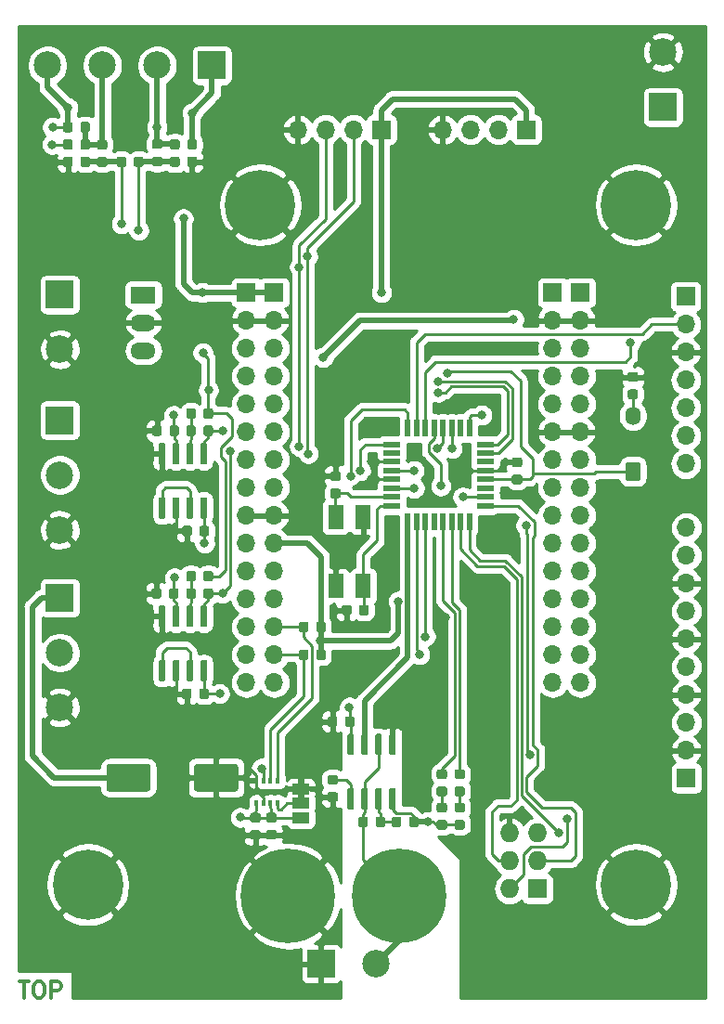
<source format=gbr>
G04 #@! TF.GenerationSoftware,KiCad,Pcbnew,(5.1.4)-1*
G04 #@! TF.CreationDate,2020-06-16T14:32:10+02:00*
G04 #@! TF.ProjectId,NodeMCU_WeatherStation,4e6f6465-4d43-4555-9f57-656174686572,rev?*
G04 #@! TF.SameCoordinates,Original*
G04 #@! TF.FileFunction,Copper,L1,Top*
G04 #@! TF.FilePolarity,Positive*
%FSLAX46Y46*%
G04 Gerber Fmt 4.6, Leading zero omitted, Abs format (unit mm)*
G04 Created by KiCad (PCBNEW (5.1.4)-1) date 2020-06-16 14:32:10*
%MOMM*%
%LPD*%
G04 APERTURE LIST*
%ADD10C,0.300000*%
%ADD11C,0.100000*%
%ADD12C,0.800000*%
%ADD13C,6.400000*%
%ADD14O,1.700000X1.700000*%
%ADD15R,1.700000X1.700000*%
%ADD16C,2.500000*%
%ADD17R,2.500000X2.500000*%
%ADD18O,2.300000X1.500000*%
%ADD19R,2.300000X1.500000*%
%ADD20C,0.875000*%
%ADD21C,1.400000*%
%ADD22O,1.400000X1.700000*%
%ADD23O,1.727200X1.727200*%
%ADD24R,1.727200X1.727200*%
%ADD25C,0.600000*%
%ADD26R,1.500000X1.000000*%
%ADD27R,1.400000X2.200000*%
%ADD28C,8.600000*%
%ADD29C,0.900000*%
%ADD30R,0.550000X1.600000*%
%ADD31R,1.600000X0.550000*%
%ADD32R,0.350000X0.500000*%
%ADD33C,0.254000*%
%ADD34C,0.508000*%
%ADD35C,0.250000*%
G04 APERTURE END LIST*
D10*
X66750514Y-142830971D02*
X67607657Y-142830971D01*
X67179085Y-144330971D02*
X67179085Y-142830971D01*
X68393371Y-142830971D02*
X68679085Y-142830971D01*
X68821942Y-142902400D01*
X68964800Y-143045257D01*
X69036228Y-143330971D01*
X69036228Y-143830971D01*
X68964800Y-144116685D01*
X68821942Y-144259542D01*
X68679085Y-144330971D01*
X68393371Y-144330971D01*
X68250514Y-144259542D01*
X68107657Y-144116685D01*
X68036228Y-143830971D01*
X68036228Y-143330971D01*
X68107657Y-143045257D01*
X68250514Y-142902400D01*
X68393371Y-142830971D01*
X69679085Y-144330971D02*
X69679085Y-142830971D01*
X70250514Y-142830971D01*
X70393371Y-142902400D01*
X70464800Y-142973828D01*
X70536228Y-143116685D01*
X70536228Y-143330971D01*
X70464800Y-143473828D01*
X70393371Y-143545257D01*
X70250514Y-143616685D01*
X69679085Y-143616685D01*
D11*
G36*
X92738400Y-125683600D02*
G01*
X92738400Y-126183600D01*
X92138400Y-126183600D01*
X92138400Y-125683600D01*
X92738400Y-125683600D01*
G37*
D12*
X90427056Y-70302944D03*
X88730000Y-69600000D03*
X87032944Y-70302944D03*
X86330000Y-72000000D03*
X87032944Y-73697056D03*
X88730000Y-74400000D03*
X90427056Y-73697056D03*
X91130000Y-72000000D03*
D13*
X88730000Y-72000000D03*
D12*
X124697056Y-132302944D03*
X123000000Y-131600000D03*
X121302944Y-132302944D03*
X120600000Y-134000000D03*
X121302944Y-135697056D03*
X123000000Y-136400000D03*
X124697056Y-135697056D03*
X125400000Y-134000000D03*
D13*
X123000000Y-134000000D03*
D12*
X124697056Y-70302944D03*
X123000000Y-69600000D03*
X121302944Y-70302944D03*
X120600000Y-72000000D03*
X121302944Y-73697056D03*
X123000000Y-74400000D03*
X124697056Y-73697056D03*
X125400000Y-72000000D03*
D13*
X123000000Y-72000000D03*
D12*
X74697056Y-132302944D03*
X73000000Y-131600000D03*
X71302944Y-132302944D03*
X70600000Y-134000000D03*
X71302944Y-135697056D03*
X73000000Y-136400000D03*
X74697056Y-135697056D03*
X75400000Y-134000000D03*
D13*
X73000000Y-134000000D03*
D14*
X127592000Y-101437600D03*
X127592000Y-103977600D03*
X127592000Y-106517600D03*
X127592000Y-109057600D03*
X127592000Y-111597600D03*
X127592000Y-114137600D03*
X127592000Y-116677600D03*
X127592000Y-119217600D03*
X127592000Y-121757600D03*
D15*
X127592000Y-124297600D03*
D16*
X125458400Y-58083600D03*
D17*
X125458400Y-63083600D03*
D18*
X78062000Y-85283200D03*
X78062000Y-82743200D03*
D19*
X78062000Y-80203200D03*
D11*
G36*
X86478104Y-122998004D02*
G01*
X86502373Y-123001604D01*
X86526171Y-123007565D01*
X86549271Y-123015830D01*
X86571449Y-123026320D01*
X86592493Y-123038933D01*
X86612198Y-123053547D01*
X86630377Y-123070023D01*
X86646853Y-123088202D01*
X86661467Y-123107907D01*
X86674080Y-123128951D01*
X86684570Y-123151129D01*
X86692835Y-123174229D01*
X86698796Y-123198027D01*
X86702396Y-123222296D01*
X86703600Y-123246800D01*
X86703600Y-125246800D01*
X86702396Y-125271304D01*
X86698796Y-125295573D01*
X86692835Y-125319371D01*
X86684570Y-125342471D01*
X86674080Y-125364649D01*
X86661467Y-125385693D01*
X86646853Y-125405398D01*
X86630377Y-125423577D01*
X86612198Y-125440053D01*
X86592493Y-125454667D01*
X86571449Y-125467280D01*
X86549271Y-125477770D01*
X86526171Y-125486035D01*
X86502373Y-125491996D01*
X86478104Y-125495596D01*
X86453600Y-125496800D01*
X82953600Y-125496800D01*
X82929096Y-125495596D01*
X82904827Y-125491996D01*
X82881029Y-125486035D01*
X82857929Y-125477770D01*
X82835751Y-125467280D01*
X82814707Y-125454667D01*
X82795002Y-125440053D01*
X82776823Y-125423577D01*
X82760347Y-125405398D01*
X82745733Y-125385693D01*
X82733120Y-125364649D01*
X82722630Y-125342471D01*
X82714365Y-125319371D01*
X82708404Y-125295573D01*
X82704804Y-125271304D01*
X82703600Y-125246800D01*
X82703600Y-123246800D01*
X82704804Y-123222296D01*
X82708404Y-123198027D01*
X82714365Y-123174229D01*
X82722630Y-123151129D01*
X82733120Y-123128951D01*
X82745733Y-123107907D01*
X82760347Y-123088202D01*
X82776823Y-123070023D01*
X82795002Y-123053547D01*
X82814707Y-123038933D01*
X82835751Y-123026320D01*
X82857929Y-123015830D01*
X82881029Y-123007565D01*
X82904827Y-123001604D01*
X82929096Y-122998004D01*
X82953600Y-122996800D01*
X86453600Y-122996800D01*
X86478104Y-122998004D01*
X86478104Y-122998004D01*
G37*
D16*
X84703600Y-124246800D03*
D11*
G36*
X78478104Y-122998004D02*
G01*
X78502373Y-123001604D01*
X78526171Y-123007565D01*
X78549271Y-123015830D01*
X78571449Y-123026320D01*
X78592493Y-123038933D01*
X78612198Y-123053547D01*
X78630377Y-123070023D01*
X78646853Y-123088202D01*
X78661467Y-123107907D01*
X78674080Y-123128951D01*
X78684570Y-123151129D01*
X78692835Y-123174229D01*
X78698796Y-123198027D01*
X78702396Y-123222296D01*
X78703600Y-123246800D01*
X78703600Y-125246800D01*
X78702396Y-125271304D01*
X78698796Y-125295573D01*
X78692835Y-125319371D01*
X78684570Y-125342471D01*
X78674080Y-125364649D01*
X78661467Y-125385693D01*
X78646853Y-125405398D01*
X78630377Y-125423577D01*
X78612198Y-125440053D01*
X78592493Y-125454667D01*
X78571449Y-125467280D01*
X78549271Y-125477770D01*
X78526171Y-125486035D01*
X78502373Y-125491996D01*
X78478104Y-125495596D01*
X78453600Y-125496800D01*
X74953600Y-125496800D01*
X74929096Y-125495596D01*
X74904827Y-125491996D01*
X74881029Y-125486035D01*
X74857929Y-125477770D01*
X74835751Y-125467280D01*
X74814707Y-125454667D01*
X74795002Y-125440053D01*
X74776823Y-125423577D01*
X74760347Y-125405398D01*
X74745733Y-125385693D01*
X74733120Y-125364649D01*
X74722630Y-125342471D01*
X74714365Y-125319371D01*
X74708404Y-125295573D01*
X74704804Y-125271304D01*
X74703600Y-125246800D01*
X74703600Y-123246800D01*
X74704804Y-123222296D01*
X74708404Y-123198027D01*
X74714365Y-123174229D01*
X74722630Y-123151129D01*
X74733120Y-123128951D01*
X74745733Y-123107907D01*
X74760347Y-123088202D01*
X74776823Y-123070023D01*
X74795002Y-123053547D01*
X74814707Y-123038933D01*
X74835751Y-123026320D01*
X74857929Y-123015830D01*
X74881029Y-123007565D01*
X74904827Y-123001604D01*
X74929096Y-122998004D01*
X74953600Y-122996800D01*
X78453600Y-122996800D01*
X78478104Y-122998004D01*
X78478104Y-122998004D01*
G37*
D16*
X76703600Y-124246800D03*
D11*
G36*
X122992891Y-87259653D02*
G01*
X123014126Y-87262803D01*
X123034950Y-87268019D01*
X123055162Y-87275251D01*
X123074568Y-87284430D01*
X123092981Y-87295466D01*
X123110224Y-87308254D01*
X123126130Y-87322670D01*
X123140546Y-87338576D01*
X123153334Y-87355819D01*
X123164370Y-87374232D01*
X123173549Y-87393638D01*
X123180781Y-87413850D01*
X123185997Y-87434674D01*
X123189147Y-87455909D01*
X123190200Y-87477350D01*
X123190200Y-87914850D01*
X123189147Y-87936291D01*
X123185997Y-87957526D01*
X123180781Y-87978350D01*
X123173549Y-87998562D01*
X123164370Y-88017968D01*
X123153334Y-88036381D01*
X123140546Y-88053624D01*
X123126130Y-88069530D01*
X123110224Y-88083946D01*
X123092981Y-88096734D01*
X123074568Y-88107770D01*
X123055162Y-88116949D01*
X123034950Y-88124181D01*
X123014126Y-88129397D01*
X122992891Y-88132547D01*
X122971450Y-88133600D01*
X122458950Y-88133600D01*
X122437509Y-88132547D01*
X122416274Y-88129397D01*
X122395450Y-88124181D01*
X122375238Y-88116949D01*
X122355832Y-88107770D01*
X122337419Y-88096734D01*
X122320176Y-88083946D01*
X122304270Y-88069530D01*
X122289854Y-88053624D01*
X122277066Y-88036381D01*
X122266030Y-88017968D01*
X122256851Y-87998562D01*
X122249619Y-87978350D01*
X122244403Y-87957526D01*
X122241253Y-87936291D01*
X122240200Y-87914850D01*
X122240200Y-87477350D01*
X122241253Y-87455909D01*
X122244403Y-87434674D01*
X122249619Y-87413850D01*
X122256851Y-87393638D01*
X122266030Y-87374232D01*
X122277066Y-87355819D01*
X122289854Y-87338576D01*
X122304270Y-87322670D01*
X122320176Y-87308254D01*
X122337419Y-87295466D01*
X122355832Y-87284430D01*
X122375238Y-87275251D01*
X122395450Y-87268019D01*
X122416274Y-87262803D01*
X122437509Y-87259653D01*
X122458950Y-87258600D01*
X122971450Y-87258600D01*
X122992891Y-87259653D01*
X122992891Y-87259653D01*
G37*
D20*
X122715200Y-87696100D03*
D11*
G36*
X122992891Y-88834653D02*
G01*
X123014126Y-88837803D01*
X123034950Y-88843019D01*
X123055162Y-88850251D01*
X123074568Y-88859430D01*
X123092981Y-88870466D01*
X123110224Y-88883254D01*
X123126130Y-88897670D01*
X123140546Y-88913576D01*
X123153334Y-88930819D01*
X123164370Y-88949232D01*
X123173549Y-88968638D01*
X123180781Y-88988850D01*
X123185997Y-89009674D01*
X123189147Y-89030909D01*
X123190200Y-89052350D01*
X123190200Y-89489850D01*
X123189147Y-89511291D01*
X123185997Y-89532526D01*
X123180781Y-89553350D01*
X123173549Y-89573562D01*
X123164370Y-89592968D01*
X123153334Y-89611381D01*
X123140546Y-89628624D01*
X123126130Y-89644530D01*
X123110224Y-89658946D01*
X123092981Y-89671734D01*
X123074568Y-89682770D01*
X123055162Y-89691949D01*
X123034950Y-89699181D01*
X123014126Y-89704397D01*
X122992891Y-89707547D01*
X122971450Y-89708600D01*
X122458950Y-89708600D01*
X122437509Y-89707547D01*
X122416274Y-89704397D01*
X122395450Y-89699181D01*
X122375238Y-89691949D01*
X122355832Y-89682770D01*
X122337419Y-89671734D01*
X122320176Y-89658946D01*
X122304270Y-89644530D01*
X122289854Y-89628624D01*
X122277066Y-89611381D01*
X122266030Y-89592968D01*
X122256851Y-89573562D01*
X122249619Y-89553350D01*
X122244403Y-89532526D01*
X122241253Y-89511291D01*
X122240200Y-89489850D01*
X122240200Y-89052350D01*
X122241253Y-89030909D01*
X122244403Y-89009674D01*
X122249619Y-88988850D01*
X122256851Y-88968638D01*
X122266030Y-88949232D01*
X122277066Y-88930819D01*
X122289854Y-88913576D01*
X122304270Y-88897670D01*
X122320176Y-88883254D01*
X122337419Y-88870466D01*
X122355832Y-88859430D01*
X122375238Y-88850251D01*
X122395450Y-88843019D01*
X122416274Y-88837803D01*
X122437509Y-88834653D01*
X122458950Y-88833600D01*
X122971450Y-88833600D01*
X122992891Y-88834653D01*
X122992891Y-88834653D01*
G37*
D20*
X122715200Y-89271100D03*
D11*
G36*
X123190426Y-95458000D02*
G01*
X123214617Y-95461588D01*
X123238339Y-95467530D01*
X123261365Y-95475769D01*
X123283472Y-95486225D01*
X123304448Y-95498798D01*
X123324091Y-95513366D01*
X123342211Y-95529789D01*
X123358634Y-95547909D01*
X123373202Y-95567552D01*
X123385775Y-95588528D01*
X123396231Y-95610635D01*
X123404470Y-95633661D01*
X123410412Y-95657383D01*
X123414000Y-95681574D01*
X123415200Y-95706000D01*
X123415200Y-96907600D01*
X123414000Y-96932026D01*
X123410412Y-96956217D01*
X123404470Y-96979939D01*
X123396231Y-97002965D01*
X123385775Y-97025072D01*
X123373202Y-97046048D01*
X123358634Y-97065691D01*
X123342211Y-97083811D01*
X123324091Y-97100234D01*
X123304448Y-97114802D01*
X123283472Y-97127375D01*
X123261365Y-97137831D01*
X123238339Y-97146070D01*
X123214617Y-97152012D01*
X123190426Y-97155600D01*
X123166000Y-97156800D01*
X122264400Y-97156800D01*
X122239974Y-97155600D01*
X122215783Y-97152012D01*
X122192061Y-97146070D01*
X122169035Y-97137831D01*
X122146928Y-97127375D01*
X122125952Y-97114802D01*
X122106309Y-97100234D01*
X122088189Y-97083811D01*
X122071766Y-97065691D01*
X122057198Y-97046048D01*
X122044625Y-97025072D01*
X122034169Y-97002965D01*
X122025930Y-96979939D01*
X122019988Y-96956217D01*
X122016400Y-96932026D01*
X122015200Y-96907600D01*
X122015200Y-95706000D01*
X122016400Y-95681574D01*
X122019988Y-95657383D01*
X122025930Y-95633661D01*
X122034169Y-95610635D01*
X122044625Y-95588528D01*
X122057198Y-95567552D01*
X122071766Y-95547909D01*
X122088189Y-95529789D01*
X122106309Y-95513366D01*
X122125952Y-95498798D01*
X122146928Y-95486225D01*
X122169035Y-95475769D01*
X122192061Y-95467530D01*
X122215783Y-95461588D01*
X122239974Y-95458000D01*
X122264400Y-95456800D01*
X123166000Y-95456800D01*
X123190426Y-95458000D01*
X123190426Y-95458000D01*
G37*
D21*
X122715200Y-96306800D03*
D22*
X122715200Y-91226800D03*
D16*
X99267200Y-141214000D03*
D17*
X94267200Y-141214000D03*
D11*
G36*
X107194091Y-126528053D02*
G01*
X107215326Y-126531203D01*
X107236150Y-126536419D01*
X107256362Y-126543651D01*
X107275768Y-126552830D01*
X107294181Y-126563866D01*
X107311424Y-126576654D01*
X107327330Y-126591070D01*
X107341746Y-126606976D01*
X107354534Y-126624219D01*
X107365570Y-126642632D01*
X107374749Y-126662038D01*
X107381981Y-126682250D01*
X107387197Y-126703074D01*
X107390347Y-126724309D01*
X107391400Y-126745750D01*
X107391400Y-127183250D01*
X107390347Y-127204691D01*
X107387197Y-127225926D01*
X107381981Y-127246750D01*
X107374749Y-127266962D01*
X107365570Y-127286368D01*
X107354534Y-127304781D01*
X107341746Y-127322024D01*
X107327330Y-127337930D01*
X107311424Y-127352346D01*
X107294181Y-127365134D01*
X107275768Y-127376170D01*
X107256362Y-127385349D01*
X107236150Y-127392581D01*
X107215326Y-127397797D01*
X107194091Y-127400947D01*
X107172650Y-127402000D01*
X106660150Y-127402000D01*
X106638709Y-127400947D01*
X106617474Y-127397797D01*
X106596650Y-127392581D01*
X106576438Y-127385349D01*
X106557032Y-127376170D01*
X106538619Y-127365134D01*
X106521376Y-127352346D01*
X106505470Y-127337930D01*
X106491054Y-127322024D01*
X106478266Y-127304781D01*
X106467230Y-127286368D01*
X106458051Y-127266962D01*
X106450819Y-127246750D01*
X106445603Y-127225926D01*
X106442453Y-127204691D01*
X106441400Y-127183250D01*
X106441400Y-126745750D01*
X106442453Y-126724309D01*
X106445603Y-126703074D01*
X106450819Y-126682250D01*
X106458051Y-126662038D01*
X106467230Y-126642632D01*
X106478266Y-126624219D01*
X106491054Y-126606976D01*
X106505470Y-126591070D01*
X106521376Y-126576654D01*
X106538619Y-126563866D01*
X106557032Y-126552830D01*
X106576438Y-126543651D01*
X106596650Y-126536419D01*
X106617474Y-126531203D01*
X106638709Y-126528053D01*
X106660150Y-126527000D01*
X107172650Y-126527000D01*
X107194091Y-126528053D01*
X107194091Y-126528053D01*
G37*
D20*
X106916400Y-126964500D03*
D11*
G36*
X107194091Y-128103053D02*
G01*
X107215326Y-128106203D01*
X107236150Y-128111419D01*
X107256362Y-128118651D01*
X107275768Y-128127830D01*
X107294181Y-128138866D01*
X107311424Y-128151654D01*
X107327330Y-128166070D01*
X107341746Y-128181976D01*
X107354534Y-128199219D01*
X107365570Y-128217632D01*
X107374749Y-128237038D01*
X107381981Y-128257250D01*
X107387197Y-128278074D01*
X107390347Y-128299309D01*
X107391400Y-128320750D01*
X107391400Y-128758250D01*
X107390347Y-128779691D01*
X107387197Y-128800926D01*
X107381981Y-128821750D01*
X107374749Y-128841962D01*
X107365570Y-128861368D01*
X107354534Y-128879781D01*
X107341746Y-128897024D01*
X107327330Y-128912930D01*
X107311424Y-128927346D01*
X107294181Y-128940134D01*
X107275768Y-128951170D01*
X107256362Y-128960349D01*
X107236150Y-128967581D01*
X107215326Y-128972797D01*
X107194091Y-128975947D01*
X107172650Y-128977000D01*
X106660150Y-128977000D01*
X106638709Y-128975947D01*
X106617474Y-128972797D01*
X106596650Y-128967581D01*
X106576438Y-128960349D01*
X106557032Y-128951170D01*
X106538619Y-128940134D01*
X106521376Y-128927346D01*
X106505470Y-128912930D01*
X106491054Y-128897024D01*
X106478266Y-128879781D01*
X106467230Y-128861368D01*
X106458051Y-128841962D01*
X106450819Y-128821750D01*
X106445603Y-128800926D01*
X106442453Y-128779691D01*
X106441400Y-128758250D01*
X106441400Y-128320750D01*
X106442453Y-128299309D01*
X106445603Y-128278074D01*
X106450819Y-128257250D01*
X106458051Y-128237038D01*
X106467230Y-128217632D01*
X106478266Y-128199219D01*
X106491054Y-128181976D01*
X106505470Y-128166070D01*
X106521376Y-128151654D01*
X106538619Y-128138866D01*
X106557032Y-128127830D01*
X106576438Y-128118651D01*
X106596650Y-128111419D01*
X106617474Y-128106203D01*
X106638709Y-128103053D01*
X106660150Y-128102000D01*
X107172650Y-128102000D01*
X107194091Y-128103053D01*
X107194091Y-128103053D01*
G37*
D20*
X106916400Y-128539500D03*
D11*
G36*
X105568491Y-126528053D02*
G01*
X105589726Y-126531203D01*
X105610550Y-126536419D01*
X105630762Y-126543651D01*
X105650168Y-126552830D01*
X105668581Y-126563866D01*
X105685824Y-126576654D01*
X105701730Y-126591070D01*
X105716146Y-126606976D01*
X105728934Y-126624219D01*
X105739970Y-126642632D01*
X105749149Y-126662038D01*
X105756381Y-126682250D01*
X105761597Y-126703074D01*
X105764747Y-126724309D01*
X105765800Y-126745750D01*
X105765800Y-127183250D01*
X105764747Y-127204691D01*
X105761597Y-127225926D01*
X105756381Y-127246750D01*
X105749149Y-127266962D01*
X105739970Y-127286368D01*
X105728934Y-127304781D01*
X105716146Y-127322024D01*
X105701730Y-127337930D01*
X105685824Y-127352346D01*
X105668581Y-127365134D01*
X105650168Y-127376170D01*
X105630762Y-127385349D01*
X105610550Y-127392581D01*
X105589726Y-127397797D01*
X105568491Y-127400947D01*
X105547050Y-127402000D01*
X105034550Y-127402000D01*
X105013109Y-127400947D01*
X104991874Y-127397797D01*
X104971050Y-127392581D01*
X104950838Y-127385349D01*
X104931432Y-127376170D01*
X104913019Y-127365134D01*
X104895776Y-127352346D01*
X104879870Y-127337930D01*
X104865454Y-127322024D01*
X104852666Y-127304781D01*
X104841630Y-127286368D01*
X104832451Y-127266962D01*
X104825219Y-127246750D01*
X104820003Y-127225926D01*
X104816853Y-127204691D01*
X104815800Y-127183250D01*
X104815800Y-126745750D01*
X104816853Y-126724309D01*
X104820003Y-126703074D01*
X104825219Y-126682250D01*
X104832451Y-126662038D01*
X104841630Y-126642632D01*
X104852666Y-126624219D01*
X104865454Y-126606976D01*
X104879870Y-126591070D01*
X104895776Y-126576654D01*
X104913019Y-126563866D01*
X104931432Y-126552830D01*
X104950838Y-126543651D01*
X104971050Y-126536419D01*
X104991874Y-126531203D01*
X105013109Y-126528053D01*
X105034550Y-126527000D01*
X105547050Y-126527000D01*
X105568491Y-126528053D01*
X105568491Y-126528053D01*
G37*
D20*
X105290800Y-126964500D03*
D11*
G36*
X105568491Y-128103053D02*
G01*
X105589726Y-128106203D01*
X105610550Y-128111419D01*
X105630762Y-128118651D01*
X105650168Y-128127830D01*
X105668581Y-128138866D01*
X105685824Y-128151654D01*
X105701730Y-128166070D01*
X105716146Y-128181976D01*
X105728934Y-128199219D01*
X105739970Y-128217632D01*
X105749149Y-128237038D01*
X105756381Y-128257250D01*
X105761597Y-128278074D01*
X105764747Y-128299309D01*
X105765800Y-128320750D01*
X105765800Y-128758250D01*
X105764747Y-128779691D01*
X105761597Y-128800926D01*
X105756381Y-128821750D01*
X105749149Y-128841962D01*
X105739970Y-128861368D01*
X105728934Y-128879781D01*
X105716146Y-128897024D01*
X105701730Y-128912930D01*
X105685824Y-128927346D01*
X105668581Y-128940134D01*
X105650168Y-128951170D01*
X105630762Y-128960349D01*
X105610550Y-128967581D01*
X105589726Y-128972797D01*
X105568491Y-128975947D01*
X105547050Y-128977000D01*
X105034550Y-128977000D01*
X105013109Y-128975947D01*
X104991874Y-128972797D01*
X104971050Y-128967581D01*
X104950838Y-128960349D01*
X104931432Y-128951170D01*
X104913019Y-128940134D01*
X104895776Y-128927346D01*
X104879870Y-128912930D01*
X104865454Y-128897024D01*
X104852666Y-128879781D01*
X104841630Y-128861368D01*
X104832451Y-128841962D01*
X104825219Y-128821750D01*
X104820003Y-128800926D01*
X104816853Y-128779691D01*
X104815800Y-128758250D01*
X104815800Y-128320750D01*
X104816853Y-128299309D01*
X104820003Y-128278074D01*
X104825219Y-128257250D01*
X104832451Y-128237038D01*
X104841630Y-128217632D01*
X104852666Y-128199219D01*
X104865454Y-128181976D01*
X104879870Y-128166070D01*
X104895776Y-128151654D01*
X104913019Y-128138866D01*
X104931432Y-128127830D01*
X104950838Y-128118651D01*
X104971050Y-128111419D01*
X104991874Y-128106203D01*
X105013109Y-128103053D01*
X105034550Y-128102000D01*
X105547050Y-128102000D01*
X105568491Y-128103053D01*
X105568491Y-128103053D01*
G37*
D20*
X105290800Y-128539500D03*
D11*
G36*
X107194891Y-125055053D02*
G01*
X107216126Y-125058203D01*
X107236950Y-125063419D01*
X107257162Y-125070651D01*
X107276568Y-125079830D01*
X107294981Y-125090866D01*
X107312224Y-125103654D01*
X107328130Y-125118070D01*
X107342546Y-125133976D01*
X107355334Y-125151219D01*
X107366370Y-125169632D01*
X107375549Y-125189038D01*
X107382781Y-125209250D01*
X107387997Y-125230074D01*
X107391147Y-125251309D01*
X107392200Y-125272750D01*
X107392200Y-125710250D01*
X107391147Y-125731691D01*
X107387997Y-125752926D01*
X107382781Y-125773750D01*
X107375549Y-125793962D01*
X107366370Y-125813368D01*
X107355334Y-125831781D01*
X107342546Y-125849024D01*
X107328130Y-125864930D01*
X107312224Y-125879346D01*
X107294981Y-125892134D01*
X107276568Y-125903170D01*
X107257162Y-125912349D01*
X107236950Y-125919581D01*
X107216126Y-125924797D01*
X107194891Y-125927947D01*
X107173450Y-125929000D01*
X106660950Y-125929000D01*
X106639509Y-125927947D01*
X106618274Y-125924797D01*
X106597450Y-125919581D01*
X106577238Y-125912349D01*
X106557832Y-125903170D01*
X106539419Y-125892134D01*
X106522176Y-125879346D01*
X106506270Y-125864930D01*
X106491854Y-125849024D01*
X106479066Y-125831781D01*
X106468030Y-125813368D01*
X106458851Y-125793962D01*
X106451619Y-125773750D01*
X106446403Y-125752926D01*
X106443253Y-125731691D01*
X106442200Y-125710250D01*
X106442200Y-125272750D01*
X106443253Y-125251309D01*
X106446403Y-125230074D01*
X106451619Y-125209250D01*
X106458851Y-125189038D01*
X106468030Y-125169632D01*
X106479066Y-125151219D01*
X106491854Y-125133976D01*
X106506270Y-125118070D01*
X106522176Y-125103654D01*
X106539419Y-125090866D01*
X106557832Y-125079830D01*
X106577238Y-125070651D01*
X106597450Y-125063419D01*
X106618274Y-125058203D01*
X106639509Y-125055053D01*
X106660950Y-125054000D01*
X107173450Y-125054000D01*
X107194891Y-125055053D01*
X107194891Y-125055053D01*
G37*
D20*
X106917200Y-125491500D03*
D11*
G36*
X107194891Y-123480053D02*
G01*
X107216126Y-123483203D01*
X107236950Y-123488419D01*
X107257162Y-123495651D01*
X107276568Y-123504830D01*
X107294981Y-123515866D01*
X107312224Y-123528654D01*
X107328130Y-123543070D01*
X107342546Y-123558976D01*
X107355334Y-123576219D01*
X107366370Y-123594632D01*
X107375549Y-123614038D01*
X107382781Y-123634250D01*
X107387997Y-123655074D01*
X107391147Y-123676309D01*
X107392200Y-123697750D01*
X107392200Y-124135250D01*
X107391147Y-124156691D01*
X107387997Y-124177926D01*
X107382781Y-124198750D01*
X107375549Y-124218962D01*
X107366370Y-124238368D01*
X107355334Y-124256781D01*
X107342546Y-124274024D01*
X107328130Y-124289930D01*
X107312224Y-124304346D01*
X107294981Y-124317134D01*
X107276568Y-124328170D01*
X107257162Y-124337349D01*
X107236950Y-124344581D01*
X107216126Y-124349797D01*
X107194891Y-124352947D01*
X107173450Y-124354000D01*
X106660950Y-124354000D01*
X106639509Y-124352947D01*
X106618274Y-124349797D01*
X106597450Y-124344581D01*
X106577238Y-124337349D01*
X106557832Y-124328170D01*
X106539419Y-124317134D01*
X106522176Y-124304346D01*
X106506270Y-124289930D01*
X106491854Y-124274024D01*
X106479066Y-124256781D01*
X106468030Y-124238368D01*
X106458851Y-124218962D01*
X106451619Y-124198750D01*
X106446403Y-124177926D01*
X106443253Y-124156691D01*
X106442200Y-124135250D01*
X106442200Y-123697750D01*
X106443253Y-123676309D01*
X106446403Y-123655074D01*
X106451619Y-123634250D01*
X106458851Y-123614038D01*
X106468030Y-123594632D01*
X106479066Y-123576219D01*
X106491854Y-123558976D01*
X106506270Y-123543070D01*
X106522176Y-123528654D01*
X106539419Y-123515866D01*
X106557832Y-123504830D01*
X106577238Y-123495651D01*
X106597450Y-123488419D01*
X106618274Y-123483203D01*
X106639509Y-123480053D01*
X106660950Y-123479000D01*
X107173450Y-123479000D01*
X107194891Y-123480053D01*
X107194891Y-123480053D01*
G37*
D20*
X106917200Y-123916500D03*
D11*
G36*
X105568491Y-125055053D02*
G01*
X105589726Y-125058203D01*
X105610550Y-125063419D01*
X105630762Y-125070651D01*
X105650168Y-125079830D01*
X105668581Y-125090866D01*
X105685824Y-125103654D01*
X105701730Y-125118070D01*
X105716146Y-125133976D01*
X105728934Y-125151219D01*
X105739970Y-125169632D01*
X105749149Y-125189038D01*
X105756381Y-125209250D01*
X105761597Y-125230074D01*
X105764747Y-125251309D01*
X105765800Y-125272750D01*
X105765800Y-125710250D01*
X105764747Y-125731691D01*
X105761597Y-125752926D01*
X105756381Y-125773750D01*
X105749149Y-125793962D01*
X105739970Y-125813368D01*
X105728934Y-125831781D01*
X105716146Y-125849024D01*
X105701730Y-125864930D01*
X105685824Y-125879346D01*
X105668581Y-125892134D01*
X105650168Y-125903170D01*
X105630762Y-125912349D01*
X105610550Y-125919581D01*
X105589726Y-125924797D01*
X105568491Y-125927947D01*
X105547050Y-125929000D01*
X105034550Y-125929000D01*
X105013109Y-125927947D01*
X104991874Y-125924797D01*
X104971050Y-125919581D01*
X104950838Y-125912349D01*
X104931432Y-125903170D01*
X104913019Y-125892134D01*
X104895776Y-125879346D01*
X104879870Y-125864930D01*
X104865454Y-125849024D01*
X104852666Y-125831781D01*
X104841630Y-125813368D01*
X104832451Y-125793962D01*
X104825219Y-125773750D01*
X104820003Y-125752926D01*
X104816853Y-125731691D01*
X104815800Y-125710250D01*
X104815800Y-125272750D01*
X104816853Y-125251309D01*
X104820003Y-125230074D01*
X104825219Y-125209250D01*
X104832451Y-125189038D01*
X104841630Y-125169632D01*
X104852666Y-125151219D01*
X104865454Y-125133976D01*
X104879870Y-125118070D01*
X104895776Y-125103654D01*
X104913019Y-125090866D01*
X104931432Y-125079830D01*
X104950838Y-125070651D01*
X104971050Y-125063419D01*
X104991874Y-125058203D01*
X105013109Y-125055053D01*
X105034550Y-125054000D01*
X105547050Y-125054000D01*
X105568491Y-125055053D01*
X105568491Y-125055053D01*
G37*
D20*
X105290800Y-125491500D03*
D11*
G36*
X105568491Y-123480053D02*
G01*
X105589726Y-123483203D01*
X105610550Y-123488419D01*
X105630762Y-123495651D01*
X105650168Y-123504830D01*
X105668581Y-123515866D01*
X105685824Y-123528654D01*
X105701730Y-123543070D01*
X105716146Y-123558976D01*
X105728934Y-123576219D01*
X105739970Y-123594632D01*
X105749149Y-123614038D01*
X105756381Y-123634250D01*
X105761597Y-123655074D01*
X105764747Y-123676309D01*
X105765800Y-123697750D01*
X105765800Y-124135250D01*
X105764747Y-124156691D01*
X105761597Y-124177926D01*
X105756381Y-124198750D01*
X105749149Y-124218962D01*
X105739970Y-124238368D01*
X105728934Y-124256781D01*
X105716146Y-124274024D01*
X105701730Y-124289930D01*
X105685824Y-124304346D01*
X105668581Y-124317134D01*
X105650168Y-124328170D01*
X105630762Y-124337349D01*
X105610550Y-124344581D01*
X105589726Y-124349797D01*
X105568491Y-124352947D01*
X105547050Y-124354000D01*
X105034550Y-124354000D01*
X105013109Y-124352947D01*
X104991874Y-124349797D01*
X104971050Y-124344581D01*
X104950838Y-124337349D01*
X104931432Y-124328170D01*
X104913019Y-124317134D01*
X104895776Y-124304346D01*
X104879870Y-124289930D01*
X104865454Y-124274024D01*
X104852666Y-124256781D01*
X104841630Y-124238368D01*
X104832451Y-124218962D01*
X104825219Y-124198750D01*
X104820003Y-124177926D01*
X104816853Y-124156691D01*
X104815800Y-124135250D01*
X104815800Y-123697750D01*
X104816853Y-123676309D01*
X104820003Y-123655074D01*
X104825219Y-123634250D01*
X104832451Y-123614038D01*
X104841630Y-123594632D01*
X104852666Y-123576219D01*
X104865454Y-123558976D01*
X104879870Y-123543070D01*
X104895776Y-123528654D01*
X104913019Y-123515866D01*
X104931432Y-123504830D01*
X104950838Y-123495651D01*
X104971050Y-123488419D01*
X104991874Y-123483203D01*
X105013109Y-123480053D01*
X105034550Y-123479000D01*
X105547050Y-123479000D01*
X105568491Y-123480053D01*
X105568491Y-123480053D01*
G37*
D20*
X105290800Y-123916500D03*
D11*
G36*
X112426491Y-95032053D02*
G01*
X112447726Y-95035203D01*
X112468550Y-95040419D01*
X112488762Y-95047651D01*
X112508168Y-95056830D01*
X112526581Y-95067866D01*
X112543824Y-95080654D01*
X112559730Y-95095070D01*
X112574146Y-95110976D01*
X112586934Y-95128219D01*
X112597970Y-95146632D01*
X112607149Y-95166038D01*
X112614381Y-95186250D01*
X112619597Y-95207074D01*
X112622747Y-95228309D01*
X112623800Y-95249750D01*
X112623800Y-95687250D01*
X112622747Y-95708691D01*
X112619597Y-95729926D01*
X112614381Y-95750750D01*
X112607149Y-95770962D01*
X112597970Y-95790368D01*
X112586934Y-95808781D01*
X112574146Y-95826024D01*
X112559730Y-95841930D01*
X112543824Y-95856346D01*
X112526581Y-95869134D01*
X112508168Y-95880170D01*
X112488762Y-95889349D01*
X112468550Y-95896581D01*
X112447726Y-95901797D01*
X112426491Y-95904947D01*
X112405050Y-95906000D01*
X111892550Y-95906000D01*
X111871109Y-95904947D01*
X111849874Y-95901797D01*
X111829050Y-95896581D01*
X111808838Y-95889349D01*
X111789432Y-95880170D01*
X111771019Y-95869134D01*
X111753776Y-95856346D01*
X111737870Y-95841930D01*
X111723454Y-95826024D01*
X111710666Y-95808781D01*
X111699630Y-95790368D01*
X111690451Y-95770962D01*
X111683219Y-95750750D01*
X111678003Y-95729926D01*
X111674853Y-95708691D01*
X111673800Y-95687250D01*
X111673800Y-95249750D01*
X111674853Y-95228309D01*
X111678003Y-95207074D01*
X111683219Y-95186250D01*
X111690451Y-95166038D01*
X111699630Y-95146632D01*
X111710666Y-95128219D01*
X111723454Y-95110976D01*
X111737870Y-95095070D01*
X111753776Y-95080654D01*
X111771019Y-95067866D01*
X111789432Y-95056830D01*
X111808838Y-95047651D01*
X111829050Y-95040419D01*
X111849874Y-95035203D01*
X111871109Y-95032053D01*
X111892550Y-95031000D01*
X112405050Y-95031000D01*
X112426491Y-95032053D01*
X112426491Y-95032053D01*
G37*
D20*
X112148800Y-95468500D03*
D11*
G36*
X112426491Y-96607053D02*
G01*
X112447726Y-96610203D01*
X112468550Y-96615419D01*
X112488762Y-96622651D01*
X112508168Y-96631830D01*
X112526581Y-96642866D01*
X112543824Y-96655654D01*
X112559730Y-96670070D01*
X112574146Y-96685976D01*
X112586934Y-96703219D01*
X112597970Y-96721632D01*
X112607149Y-96741038D01*
X112614381Y-96761250D01*
X112619597Y-96782074D01*
X112622747Y-96803309D01*
X112623800Y-96824750D01*
X112623800Y-97262250D01*
X112622747Y-97283691D01*
X112619597Y-97304926D01*
X112614381Y-97325750D01*
X112607149Y-97345962D01*
X112597970Y-97365368D01*
X112586934Y-97383781D01*
X112574146Y-97401024D01*
X112559730Y-97416930D01*
X112543824Y-97431346D01*
X112526581Y-97444134D01*
X112508168Y-97455170D01*
X112488762Y-97464349D01*
X112468550Y-97471581D01*
X112447726Y-97476797D01*
X112426491Y-97479947D01*
X112405050Y-97481000D01*
X111892550Y-97481000D01*
X111871109Y-97479947D01*
X111849874Y-97476797D01*
X111829050Y-97471581D01*
X111808838Y-97464349D01*
X111789432Y-97455170D01*
X111771019Y-97444134D01*
X111753776Y-97431346D01*
X111737870Y-97416930D01*
X111723454Y-97401024D01*
X111710666Y-97383781D01*
X111699630Y-97365368D01*
X111690451Y-97345962D01*
X111683219Y-97325750D01*
X111678003Y-97304926D01*
X111674853Y-97283691D01*
X111673800Y-97262250D01*
X111673800Y-96824750D01*
X111674853Y-96803309D01*
X111678003Y-96782074D01*
X111683219Y-96761250D01*
X111690451Y-96741038D01*
X111699630Y-96721632D01*
X111710666Y-96703219D01*
X111723454Y-96685976D01*
X111737870Y-96670070D01*
X111753776Y-96655654D01*
X111771019Y-96642866D01*
X111789432Y-96631830D01*
X111808838Y-96622651D01*
X111829050Y-96615419D01*
X111849874Y-96610203D01*
X111871109Y-96607053D01*
X111892550Y-96606000D01*
X112405050Y-96606000D01*
X112426491Y-96607053D01*
X112426491Y-96607053D01*
G37*
D20*
X112148800Y-97043500D03*
D23*
X111463000Y-129276000D03*
X114003000Y-129276000D03*
X111463000Y-131816000D03*
X114003000Y-131816000D03*
X111463000Y-134356000D03*
D24*
X114003000Y-134356000D03*
D11*
G36*
X81070891Y-106958053D02*
G01*
X81092126Y-106961203D01*
X81112950Y-106966419D01*
X81133162Y-106973651D01*
X81152568Y-106982830D01*
X81170981Y-106993866D01*
X81188224Y-107006654D01*
X81204130Y-107021070D01*
X81218546Y-107036976D01*
X81231334Y-107054219D01*
X81242370Y-107072632D01*
X81251549Y-107092038D01*
X81258781Y-107112250D01*
X81263997Y-107133074D01*
X81267147Y-107154309D01*
X81268200Y-107175750D01*
X81268200Y-107688250D01*
X81267147Y-107709691D01*
X81263997Y-107730926D01*
X81258781Y-107751750D01*
X81251549Y-107771962D01*
X81242370Y-107791368D01*
X81231334Y-107809781D01*
X81218546Y-107827024D01*
X81204130Y-107842930D01*
X81188224Y-107857346D01*
X81170981Y-107870134D01*
X81152568Y-107881170D01*
X81133162Y-107890349D01*
X81112950Y-107897581D01*
X81092126Y-107902797D01*
X81070891Y-107905947D01*
X81049450Y-107907000D01*
X80611950Y-107907000D01*
X80590509Y-107905947D01*
X80569274Y-107902797D01*
X80548450Y-107897581D01*
X80528238Y-107890349D01*
X80508832Y-107881170D01*
X80490419Y-107870134D01*
X80473176Y-107857346D01*
X80457270Y-107842930D01*
X80442854Y-107827024D01*
X80430066Y-107809781D01*
X80419030Y-107791368D01*
X80409851Y-107771962D01*
X80402619Y-107751750D01*
X80397403Y-107730926D01*
X80394253Y-107709691D01*
X80393200Y-107688250D01*
X80393200Y-107175750D01*
X80394253Y-107154309D01*
X80397403Y-107133074D01*
X80402619Y-107112250D01*
X80409851Y-107092038D01*
X80419030Y-107072632D01*
X80430066Y-107054219D01*
X80442854Y-107036976D01*
X80457270Y-107021070D01*
X80473176Y-107006654D01*
X80490419Y-106993866D01*
X80508832Y-106982830D01*
X80528238Y-106973651D01*
X80548450Y-106966419D01*
X80569274Y-106961203D01*
X80590509Y-106958053D01*
X80611950Y-106957000D01*
X81049450Y-106957000D01*
X81070891Y-106958053D01*
X81070891Y-106958053D01*
G37*
D20*
X80830700Y-107432000D03*
D11*
G36*
X79495891Y-106958053D02*
G01*
X79517126Y-106961203D01*
X79537950Y-106966419D01*
X79558162Y-106973651D01*
X79577568Y-106982830D01*
X79595981Y-106993866D01*
X79613224Y-107006654D01*
X79629130Y-107021070D01*
X79643546Y-107036976D01*
X79656334Y-107054219D01*
X79667370Y-107072632D01*
X79676549Y-107092038D01*
X79683781Y-107112250D01*
X79688997Y-107133074D01*
X79692147Y-107154309D01*
X79693200Y-107175750D01*
X79693200Y-107688250D01*
X79692147Y-107709691D01*
X79688997Y-107730926D01*
X79683781Y-107751750D01*
X79676549Y-107771962D01*
X79667370Y-107791368D01*
X79656334Y-107809781D01*
X79643546Y-107827024D01*
X79629130Y-107842930D01*
X79613224Y-107857346D01*
X79595981Y-107870134D01*
X79577568Y-107881170D01*
X79558162Y-107890349D01*
X79537950Y-107897581D01*
X79517126Y-107902797D01*
X79495891Y-107905947D01*
X79474450Y-107907000D01*
X79036950Y-107907000D01*
X79015509Y-107905947D01*
X78994274Y-107902797D01*
X78973450Y-107897581D01*
X78953238Y-107890349D01*
X78933832Y-107881170D01*
X78915419Y-107870134D01*
X78898176Y-107857346D01*
X78882270Y-107842930D01*
X78867854Y-107827024D01*
X78855066Y-107809781D01*
X78844030Y-107791368D01*
X78834851Y-107771962D01*
X78827619Y-107751750D01*
X78822403Y-107730926D01*
X78819253Y-107709691D01*
X78818200Y-107688250D01*
X78818200Y-107175750D01*
X78819253Y-107154309D01*
X78822403Y-107133074D01*
X78827619Y-107112250D01*
X78834851Y-107092038D01*
X78844030Y-107072632D01*
X78855066Y-107054219D01*
X78867854Y-107036976D01*
X78882270Y-107021070D01*
X78898176Y-107006654D01*
X78915419Y-106993866D01*
X78933832Y-106982830D01*
X78953238Y-106973651D01*
X78973450Y-106966419D01*
X78994274Y-106961203D01*
X79015509Y-106958053D01*
X79036950Y-106957000D01*
X79474450Y-106957000D01*
X79495891Y-106958053D01*
X79495891Y-106958053D01*
G37*
D20*
X79255700Y-107432000D03*
D11*
G36*
X82264591Y-116102053D02*
G01*
X82285826Y-116105203D01*
X82306650Y-116110419D01*
X82326862Y-116117651D01*
X82346268Y-116126830D01*
X82364681Y-116137866D01*
X82381924Y-116150654D01*
X82397830Y-116165070D01*
X82412246Y-116180976D01*
X82425034Y-116198219D01*
X82436070Y-116216632D01*
X82445249Y-116236038D01*
X82452481Y-116256250D01*
X82457697Y-116277074D01*
X82460847Y-116298309D01*
X82461900Y-116319750D01*
X82461900Y-116832250D01*
X82460847Y-116853691D01*
X82457697Y-116874926D01*
X82452481Y-116895750D01*
X82445249Y-116915962D01*
X82436070Y-116935368D01*
X82425034Y-116953781D01*
X82412246Y-116971024D01*
X82397830Y-116986930D01*
X82381924Y-117001346D01*
X82364681Y-117014134D01*
X82346268Y-117025170D01*
X82326862Y-117034349D01*
X82306650Y-117041581D01*
X82285826Y-117046797D01*
X82264591Y-117049947D01*
X82243150Y-117051000D01*
X81805650Y-117051000D01*
X81784209Y-117049947D01*
X81762974Y-117046797D01*
X81742150Y-117041581D01*
X81721938Y-117034349D01*
X81702532Y-117025170D01*
X81684119Y-117014134D01*
X81666876Y-117001346D01*
X81650970Y-116986930D01*
X81636554Y-116971024D01*
X81623766Y-116953781D01*
X81612730Y-116935368D01*
X81603551Y-116915962D01*
X81596319Y-116895750D01*
X81591103Y-116874926D01*
X81587953Y-116853691D01*
X81586900Y-116832250D01*
X81586900Y-116319750D01*
X81587953Y-116298309D01*
X81591103Y-116277074D01*
X81596319Y-116256250D01*
X81603551Y-116236038D01*
X81612730Y-116216632D01*
X81623766Y-116198219D01*
X81636554Y-116180976D01*
X81650970Y-116165070D01*
X81666876Y-116150654D01*
X81684119Y-116137866D01*
X81702532Y-116126830D01*
X81721938Y-116117651D01*
X81742150Y-116110419D01*
X81762974Y-116105203D01*
X81784209Y-116102053D01*
X81805650Y-116101000D01*
X82243150Y-116101000D01*
X82264591Y-116102053D01*
X82264591Y-116102053D01*
G37*
D20*
X82024400Y-116576000D03*
D11*
G36*
X83839591Y-116102053D02*
G01*
X83860826Y-116105203D01*
X83881650Y-116110419D01*
X83901862Y-116117651D01*
X83921268Y-116126830D01*
X83939681Y-116137866D01*
X83956924Y-116150654D01*
X83972830Y-116165070D01*
X83987246Y-116180976D01*
X84000034Y-116198219D01*
X84011070Y-116216632D01*
X84020249Y-116236038D01*
X84027481Y-116256250D01*
X84032697Y-116277074D01*
X84035847Y-116298309D01*
X84036900Y-116319750D01*
X84036900Y-116832250D01*
X84035847Y-116853691D01*
X84032697Y-116874926D01*
X84027481Y-116895750D01*
X84020249Y-116915962D01*
X84011070Y-116935368D01*
X84000034Y-116953781D01*
X83987246Y-116971024D01*
X83972830Y-116986930D01*
X83956924Y-117001346D01*
X83939681Y-117014134D01*
X83921268Y-117025170D01*
X83901862Y-117034349D01*
X83881650Y-117041581D01*
X83860826Y-117046797D01*
X83839591Y-117049947D01*
X83818150Y-117051000D01*
X83380650Y-117051000D01*
X83359209Y-117049947D01*
X83337974Y-117046797D01*
X83317150Y-117041581D01*
X83296938Y-117034349D01*
X83277532Y-117025170D01*
X83259119Y-117014134D01*
X83241876Y-117001346D01*
X83225970Y-116986930D01*
X83211554Y-116971024D01*
X83198766Y-116953781D01*
X83187730Y-116935368D01*
X83178551Y-116915962D01*
X83171319Y-116895750D01*
X83166103Y-116874926D01*
X83162953Y-116853691D01*
X83161900Y-116832250D01*
X83161900Y-116319750D01*
X83162953Y-116298309D01*
X83166103Y-116277074D01*
X83171319Y-116256250D01*
X83178551Y-116236038D01*
X83187730Y-116216632D01*
X83198766Y-116198219D01*
X83211554Y-116180976D01*
X83225970Y-116165070D01*
X83241876Y-116150654D01*
X83259119Y-116137866D01*
X83277532Y-116126830D01*
X83296938Y-116117651D01*
X83317150Y-116110419D01*
X83337974Y-116105203D01*
X83359209Y-116102053D01*
X83380650Y-116101000D01*
X83818150Y-116101000D01*
X83839591Y-116102053D01*
X83839591Y-116102053D01*
G37*
D20*
X83599400Y-116576000D03*
D11*
G36*
X81121691Y-92124453D02*
G01*
X81142926Y-92127603D01*
X81163750Y-92132819D01*
X81183962Y-92140051D01*
X81203368Y-92149230D01*
X81221781Y-92160266D01*
X81239024Y-92173054D01*
X81254930Y-92187470D01*
X81269346Y-92203376D01*
X81282134Y-92220619D01*
X81293170Y-92239032D01*
X81302349Y-92258438D01*
X81309581Y-92278650D01*
X81314797Y-92299474D01*
X81317947Y-92320709D01*
X81319000Y-92342150D01*
X81319000Y-92854650D01*
X81317947Y-92876091D01*
X81314797Y-92897326D01*
X81309581Y-92918150D01*
X81302349Y-92938362D01*
X81293170Y-92957768D01*
X81282134Y-92976181D01*
X81269346Y-92993424D01*
X81254930Y-93009330D01*
X81239024Y-93023746D01*
X81221781Y-93036534D01*
X81203368Y-93047570D01*
X81183962Y-93056749D01*
X81163750Y-93063981D01*
X81142926Y-93069197D01*
X81121691Y-93072347D01*
X81100250Y-93073400D01*
X80662750Y-93073400D01*
X80641309Y-93072347D01*
X80620074Y-93069197D01*
X80599250Y-93063981D01*
X80579038Y-93056749D01*
X80559632Y-93047570D01*
X80541219Y-93036534D01*
X80523976Y-93023746D01*
X80508070Y-93009330D01*
X80493654Y-92993424D01*
X80480866Y-92976181D01*
X80469830Y-92957768D01*
X80460651Y-92938362D01*
X80453419Y-92918150D01*
X80448203Y-92897326D01*
X80445053Y-92876091D01*
X80444000Y-92854650D01*
X80444000Y-92342150D01*
X80445053Y-92320709D01*
X80448203Y-92299474D01*
X80453419Y-92278650D01*
X80460651Y-92258438D01*
X80469830Y-92239032D01*
X80480866Y-92220619D01*
X80493654Y-92203376D01*
X80508070Y-92187470D01*
X80523976Y-92173054D01*
X80541219Y-92160266D01*
X80559632Y-92149230D01*
X80579038Y-92140051D01*
X80599250Y-92132819D01*
X80620074Y-92127603D01*
X80641309Y-92124453D01*
X80662750Y-92123400D01*
X81100250Y-92123400D01*
X81121691Y-92124453D01*
X81121691Y-92124453D01*
G37*
D20*
X80881500Y-92598400D03*
D11*
G36*
X79546691Y-92124453D02*
G01*
X79567926Y-92127603D01*
X79588750Y-92132819D01*
X79608962Y-92140051D01*
X79628368Y-92149230D01*
X79646781Y-92160266D01*
X79664024Y-92173054D01*
X79679930Y-92187470D01*
X79694346Y-92203376D01*
X79707134Y-92220619D01*
X79718170Y-92239032D01*
X79727349Y-92258438D01*
X79734581Y-92278650D01*
X79739797Y-92299474D01*
X79742947Y-92320709D01*
X79744000Y-92342150D01*
X79744000Y-92854650D01*
X79742947Y-92876091D01*
X79739797Y-92897326D01*
X79734581Y-92918150D01*
X79727349Y-92938362D01*
X79718170Y-92957768D01*
X79707134Y-92976181D01*
X79694346Y-92993424D01*
X79679930Y-93009330D01*
X79664024Y-93023746D01*
X79646781Y-93036534D01*
X79628368Y-93047570D01*
X79608962Y-93056749D01*
X79588750Y-93063981D01*
X79567926Y-93069197D01*
X79546691Y-93072347D01*
X79525250Y-93073400D01*
X79087750Y-93073400D01*
X79066309Y-93072347D01*
X79045074Y-93069197D01*
X79024250Y-93063981D01*
X79004038Y-93056749D01*
X78984632Y-93047570D01*
X78966219Y-93036534D01*
X78948976Y-93023746D01*
X78933070Y-93009330D01*
X78918654Y-92993424D01*
X78905866Y-92976181D01*
X78894830Y-92957768D01*
X78885651Y-92938362D01*
X78878419Y-92918150D01*
X78873203Y-92897326D01*
X78870053Y-92876091D01*
X78869000Y-92854650D01*
X78869000Y-92342150D01*
X78870053Y-92320709D01*
X78873203Y-92299474D01*
X78878419Y-92278650D01*
X78885651Y-92258438D01*
X78894830Y-92239032D01*
X78905866Y-92220619D01*
X78918654Y-92203376D01*
X78933070Y-92187470D01*
X78948976Y-92173054D01*
X78966219Y-92160266D01*
X78984632Y-92149230D01*
X79004038Y-92140051D01*
X79024250Y-92132819D01*
X79045074Y-92127603D01*
X79066309Y-92124453D01*
X79087750Y-92123400D01*
X79525250Y-92123400D01*
X79546691Y-92124453D01*
X79546691Y-92124453D01*
G37*
D20*
X79306500Y-92598400D03*
D11*
G36*
X82289891Y-101268453D02*
G01*
X82311126Y-101271603D01*
X82331950Y-101276819D01*
X82352162Y-101284051D01*
X82371568Y-101293230D01*
X82389981Y-101304266D01*
X82407224Y-101317054D01*
X82423130Y-101331470D01*
X82437546Y-101347376D01*
X82450334Y-101364619D01*
X82461370Y-101383032D01*
X82470549Y-101402438D01*
X82477781Y-101422650D01*
X82482997Y-101443474D01*
X82486147Y-101464709D01*
X82487200Y-101486150D01*
X82487200Y-101998650D01*
X82486147Y-102020091D01*
X82482997Y-102041326D01*
X82477781Y-102062150D01*
X82470549Y-102082362D01*
X82461370Y-102101768D01*
X82450334Y-102120181D01*
X82437546Y-102137424D01*
X82423130Y-102153330D01*
X82407224Y-102167746D01*
X82389981Y-102180534D01*
X82371568Y-102191570D01*
X82352162Y-102200749D01*
X82331950Y-102207981D01*
X82311126Y-102213197D01*
X82289891Y-102216347D01*
X82268450Y-102217400D01*
X81830950Y-102217400D01*
X81809509Y-102216347D01*
X81788274Y-102213197D01*
X81767450Y-102207981D01*
X81747238Y-102200749D01*
X81727832Y-102191570D01*
X81709419Y-102180534D01*
X81692176Y-102167746D01*
X81676270Y-102153330D01*
X81661854Y-102137424D01*
X81649066Y-102120181D01*
X81638030Y-102101768D01*
X81628851Y-102082362D01*
X81621619Y-102062150D01*
X81616403Y-102041326D01*
X81613253Y-102020091D01*
X81612200Y-101998650D01*
X81612200Y-101486150D01*
X81613253Y-101464709D01*
X81616403Y-101443474D01*
X81621619Y-101422650D01*
X81628851Y-101402438D01*
X81638030Y-101383032D01*
X81649066Y-101364619D01*
X81661854Y-101347376D01*
X81676270Y-101331470D01*
X81692176Y-101317054D01*
X81709419Y-101304266D01*
X81727832Y-101293230D01*
X81747238Y-101284051D01*
X81767450Y-101276819D01*
X81788274Y-101271603D01*
X81809509Y-101268453D01*
X81830950Y-101267400D01*
X82268450Y-101267400D01*
X82289891Y-101268453D01*
X82289891Y-101268453D01*
G37*
D20*
X82049700Y-101742400D03*
D11*
G36*
X83864891Y-101268453D02*
G01*
X83886126Y-101271603D01*
X83906950Y-101276819D01*
X83927162Y-101284051D01*
X83946568Y-101293230D01*
X83964981Y-101304266D01*
X83982224Y-101317054D01*
X83998130Y-101331470D01*
X84012546Y-101347376D01*
X84025334Y-101364619D01*
X84036370Y-101383032D01*
X84045549Y-101402438D01*
X84052781Y-101422650D01*
X84057997Y-101443474D01*
X84061147Y-101464709D01*
X84062200Y-101486150D01*
X84062200Y-101998650D01*
X84061147Y-102020091D01*
X84057997Y-102041326D01*
X84052781Y-102062150D01*
X84045549Y-102082362D01*
X84036370Y-102101768D01*
X84025334Y-102120181D01*
X84012546Y-102137424D01*
X83998130Y-102153330D01*
X83982224Y-102167746D01*
X83964981Y-102180534D01*
X83946568Y-102191570D01*
X83927162Y-102200749D01*
X83906950Y-102207981D01*
X83886126Y-102213197D01*
X83864891Y-102216347D01*
X83843450Y-102217400D01*
X83405950Y-102217400D01*
X83384509Y-102216347D01*
X83363274Y-102213197D01*
X83342450Y-102207981D01*
X83322238Y-102200749D01*
X83302832Y-102191570D01*
X83284419Y-102180534D01*
X83267176Y-102167746D01*
X83251270Y-102153330D01*
X83236854Y-102137424D01*
X83224066Y-102120181D01*
X83213030Y-102101768D01*
X83203851Y-102082362D01*
X83196619Y-102062150D01*
X83191403Y-102041326D01*
X83188253Y-102020091D01*
X83187200Y-101998650D01*
X83187200Y-101486150D01*
X83188253Y-101464709D01*
X83191403Y-101443474D01*
X83196619Y-101422650D01*
X83203851Y-101402438D01*
X83213030Y-101383032D01*
X83224066Y-101364619D01*
X83236854Y-101347376D01*
X83251270Y-101331470D01*
X83267176Y-101317054D01*
X83284419Y-101304266D01*
X83302832Y-101293230D01*
X83322238Y-101284051D01*
X83342450Y-101276819D01*
X83363274Y-101271603D01*
X83384509Y-101268453D01*
X83405950Y-101267400D01*
X83843450Y-101267400D01*
X83864891Y-101268453D01*
X83864891Y-101268453D01*
G37*
D20*
X83624700Y-101742400D03*
D11*
G36*
X83738503Y-113504722D02*
G01*
X83753064Y-113506882D01*
X83767343Y-113510459D01*
X83781203Y-113515418D01*
X83794510Y-113521712D01*
X83807136Y-113529280D01*
X83818959Y-113538048D01*
X83829866Y-113547934D01*
X83839752Y-113558841D01*
X83848520Y-113570664D01*
X83856088Y-113583290D01*
X83862382Y-113596597D01*
X83867341Y-113610457D01*
X83870918Y-113624736D01*
X83873078Y-113639297D01*
X83873800Y-113654000D01*
X83873800Y-115304000D01*
X83873078Y-115318703D01*
X83870918Y-115333264D01*
X83867341Y-115347543D01*
X83862382Y-115361403D01*
X83856088Y-115374710D01*
X83848520Y-115387336D01*
X83839752Y-115399159D01*
X83829866Y-115410066D01*
X83818959Y-115419952D01*
X83807136Y-115428720D01*
X83794510Y-115436288D01*
X83781203Y-115442582D01*
X83767343Y-115447541D01*
X83753064Y-115451118D01*
X83738503Y-115453278D01*
X83723800Y-115454000D01*
X83423800Y-115454000D01*
X83409097Y-115453278D01*
X83394536Y-115451118D01*
X83380257Y-115447541D01*
X83366397Y-115442582D01*
X83353090Y-115436288D01*
X83340464Y-115428720D01*
X83328641Y-115419952D01*
X83317734Y-115410066D01*
X83307848Y-115399159D01*
X83299080Y-115387336D01*
X83291512Y-115374710D01*
X83285218Y-115361403D01*
X83280259Y-115347543D01*
X83276682Y-115333264D01*
X83274522Y-115318703D01*
X83273800Y-115304000D01*
X83273800Y-113654000D01*
X83274522Y-113639297D01*
X83276682Y-113624736D01*
X83280259Y-113610457D01*
X83285218Y-113596597D01*
X83291512Y-113583290D01*
X83299080Y-113570664D01*
X83307848Y-113558841D01*
X83317734Y-113547934D01*
X83328641Y-113538048D01*
X83340464Y-113529280D01*
X83353090Y-113521712D01*
X83366397Y-113515418D01*
X83380257Y-113510459D01*
X83394536Y-113506882D01*
X83409097Y-113504722D01*
X83423800Y-113504000D01*
X83723800Y-113504000D01*
X83738503Y-113504722D01*
X83738503Y-113504722D01*
G37*
D25*
X83573800Y-114479000D03*
D11*
G36*
X82468503Y-113504722D02*
G01*
X82483064Y-113506882D01*
X82497343Y-113510459D01*
X82511203Y-113515418D01*
X82524510Y-113521712D01*
X82537136Y-113529280D01*
X82548959Y-113538048D01*
X82559866Y-113547934D01*
X82569752Y-113558841D01*
X82578520Y-113570664D01*
X82586088Y-113583290D01*
X82592382Y-113596597D01*
X82597341Y-113610457D01*
X82600918Y-113624736D01*
X82603078Y-113639297D01*
X82603800Y-113654000D01*
X82603800Y-115304000D01*
X82603078Y-115318703D01*
X82600918Y-115333264D01*
X82597341Y-115347543D01*
X82592382Y-115361403D01*
X82586088Y-115374710D01*
X82578520Y-115387336D01*
X82569752Y-115399159D01*
X82559866Y-115410066D01*
X82548959Y-115419952D01*
X82537136Y-115428720D01*
X82524510Y-115436288D01*
X82511203Y-115442582D01*
X82497343Y-115447541D01*
X82483064Y-115451118D01*
X82468503Y-115453278D01*
X82453800Y-115454000D01*
X82153800Y-115454000D01*
X82139097Y-115453278D01*
X82124536Y-115451118D01*
X82110257Y-115447541D01*
X82096397Y-115442582D01*
X82083090Y-115436288D01*
X82070464Y-115428720D01*
X82058641Y-115419952D01*
X82047734Y-115410066D01*
X82037848Y-115399159D01*
X82029080Y-115387336D01*
X82021512Y-115374710D01*
X82015218Y-115361403D01*
X82010259Y-115347543D01*
X82006682Y-115333264D01*
X82004522Y-115318703D01*
X82003800Y-115304000D01*
X82003800Y-113654000D01*
X82004522Y-113639297D01*
X82006682Y-113624736D01*
X82010259Y-113610457D01*
X82015218Y-113596597D01*
X82021512Y-113583290D01*
X82029080Y-113570664D01*
X82037848Y-113558841D01*
X82047734Y-113547934D01*
X82058641Y-113538048D01*
X82070464Y-113529280D01*
X82083090Y-113521712D01*
X82096397Y-113515418D01*
X82110257Y-113510459D01*
X82124536Y-113506882D01*
X82139097Y-113504722D01*
X82153800Y-113504000D01*
X82453800Y-113504000D01*
X82468503Y-113504722D01*
X82468503Y-113504722D01*
G37*
D25*
X82303800Y-114479000D03*
D11*
G36*
X81198503Y-113504722D02*
G01*
X81213064Y-113506882D01*
X81227343Y-113510459D01*
X81241203Y-113515418D01*
X81254510Y-113521712D01*
X81267136Y-113529280D01*
X81278959Y-113538048D01*
X81289866Y-113547934D01*
X81299752Y-113558841D01*
X81308520Y-113570664D01*
X81316088Y-113583290D01*
X81322382Y-113596597D01*
X81327341Y-113610457D01*
X81330918Y-113624736D01*
X81333078Y-113639297D01*
X81333800Y-113654000D01*
X81333800Y-115304000D01*
X81333078Y-115318703D01*
X81330918Y-115333264D01*
X81327341Y-115347543D01*
X81322382Y-115361403D01*
X81316088Y-115374710D01*
X81308520Y-115387336D01*
X81299752Y-115399159D01*
X81289866Y-115410066D01*
X81278959Y-115419952D01*
X81267136Y-115428720D01*
X81254510Y-115436288D01*
X81241203Y-115442582D01*
X81227343Y-115447541D01*
X81213064Y-115451118D01*
X81198503Y-115453278D01*
X81183800Y-115454000D01*
X80883800Y-115454000D01*
X80869097Y-115453278D01*
X80854536Y-115451118D01*
X80840257Y-115447541D01*
X80826397Y-115442582D01*
X80813090Y-115436288D01*
X80800464Y-115428720D01*
X80788641Y-115419952D01*
X80777734Y-115410066D01*
X80767848Y-115399159D01*
X80759080Y-115387336D01*
X80751512Y-115374710D01*
X80745218Y-115361403D01*
X80740259Y-115347543D01*
X80736682Y-115333264D01*
X80734522Y-115318703D01*
X80733800Y-115304000D01*
X80733800Y-113654000D01*
X80734522Y-113639297D01*
X80736682Y-113624736D01*
X80740259Y-113610457D01*
X80745218Y-113596597D01*
X80751512Y-113583290D01*
X80759080Y-113570664D01*
X80767848Y-113558841D01*
X80777734Y-113547934D01*
X80788641Y-113538048D01*
X80800464Y-113529280D01*
X80813090Y-113521712D01*
X80826397Y-113515418D01*
X80840257Y-113510459D01*
X80854536Y-113506882D01*
X80869097Y-113504722D01*
X80883800Y-113504000D01*
X81183800Y-113504000D01*
X81198503Y-113504722D01*
X81198503Y-113504722D01*
G37*
D25*
X81033800Y-114479000D03*
D11*
G36*
X79928503Y-113504722D02*
G01*
X79943064Y-113506882D01*
X79957343Y-113510459D01*
X79971203Y-113515418D01*
X79984510Y-113521712D01*
X79997136Y-113529280D01*
X80008959Y-113538048D01*
X80019866Y-113547934D01*
X80029752Y-113558841D01*
X80038520Y-113570664D01*
X80046088Y-113583290D01*
X80052382Y-113596597D01*
X80057341Y-113610457D01*
X80060918Y-113624736D01*
X80063078Y-113639297D01*
X80063800Y-113654000D01*
X80063800Y-115304000D01*
X80063078Y-115318703D01*
X80060918Y-115333264D01*
X80057341Y-115347543D01*
X80052382Y-115361403D01*
X80046088Y-115374710D01*
X80038520Y-115387336D01*
X80029752Y-115399159D01*
X80019866Y-115410066D01*
X80008959Y-115419952D01*
X79997136Y-115428720D01*
X79984510Y-115436288D01*
X79971203Y-115442582D01*
X79957343Y-115447541D01*
X79943064Y-115451118D01*
X79928503Y-115453278D01*
X79913800Y-115454000D01*
X79613800Y-115454000D01*
X79599097Y-115453278D01*
X79584536Y-115451118D01*
X79570257Y-115447541D01*
X79556397Y-115442582D01*
X79543090Y-115436288D01*
X79530464Y-115428720D01*
X79518641Y-115419952D01*
X79507734Y-115410066D01*
X79497848Y-115399159D01*
X79489080Y-115387336D01*
X79481512Y-115374710D01*
X79475218Y-115361403D01*
X79470259Y-115347543D01*
X79466682Y-115333264D01*
X79464522Y-115318703D01*
X79463800Y-115304000D01*
X79463800Y-113654000D01*
X79464522Y-113639297D01*
X79466682Y-113624736D01*
X79470259Y-113610457D01*
X79475218Y-113596597D01*
X79481512Y-113583290D01*
X79489080Y-113570664D01*
X79497848Y-113558841D01*
X79507734Y-113547934D01*
X79518641Y-113538048D01*
X79530464Y-113529280D01*
X79543090Y-113521712D01*
X79556397Y-113515418D01*
X79570257Y-113510459D01*
X79584536Y-113506882D01*
X79599097Y-113504722D01*
X79613800Y-113504000D01*
X79913800Y-113504000D01*
X79928503Y-113504722D01*
X79928503Y-113504722D01*
G37*
D25*
X79763800Y-114479000D03*
D11*
G36*
X79928503Y-108554722D02*
G01*
X79943064Y-108556882D01*
X79957343Y-108560459D01*
X79971203Y-108565418D01*
X79984510Y-108571712D01*
X79997136Y-108579280D01*
X80008959Y-108588048D01*
X80019866Y-108597934D01*
X80029752Y-108608841D01*
X80038520Y-108620664D01*
X80046088Y-108633290D01*
X80052382Y-108646597D01*
X80057341Y-108660457D01*
X80060918Y-108674736D01*
X80063078Y-108689297D01*
X80063800Y-108704000D01*
X80063800Y-110354000D01*
X80063078Y-110368703D01*
X80060918Y-110383264D01*
X80057341Y-110397543D01*
X80052382Y-110411403D01*
X80046088Y-110424710D01*
X80038520Y-110437336D01*
X80029752Y-110449159D01*
X80019866Y-110460066D01*
X80008959Y-110469952D01*
X79997136Y-110478720D01*
X79984510Y-110486288D01*
X79971203Y-110492582D01*
X79957343Y-110497541D01*
X79943064Y-110501118D01*
X79928503Y-110503278D01*
X79913800Y-110504000D01*
X79613800Y-110504000D01*
X79599097Y-110503278D01*
X79584536Y-110501118D01*
X79570257Y-110497541D01*
X79556397Y-110492582D01*
X79543090Y-110486288D01*
X79530464Y-110478720D01*
X79518641Y-110469952D01*
X79507734Y-110460066D01*
X79497848Y-110449159D01*
X79489080Y-110437336D01*
X79481512Y-110424710D01*
X79475218Y-110411403D01*
X79470259Y-110397543D01*
X79466682Y-110383264D01*
X79464522Y-110368703D01*
X79463800Y-110354000D01*
X79463800Y-108704000D01*
X79464522Y-108689297D01*
X79466682Y-108674736D01*
X79470259Y-108660457D01*
X79475218Y-108646597D01*
X79481512Y-108633290D01*
X79489080Y-108620664D01*
X79497848Y-108608841D01*
X79507734Y-108597934D01*
X79518641Y-108588048D01*
X79530464Y-108579280D01*
X79543090Y-108571712D01*
X79556397Y-108565418D01*
X79570257Y-108560459D01*
X79584536Y-108556882D01*
X79599097Y-108554722D01*
X79613800Y-108554000D01*
X79913800Y-108554000D01*
X79928503Y-108554722D01*
X79928503Y-108554722D01*
G37*
D25*
X79763800Y-109529000D03*
D11*
G36*
X81198503Y-108554722D02*
G01*
X81213064Y-108556882D01*
X81227343Y-108560459D01*
X81241203Y-108565418D01*
X81254510Y-108571712D01*
X81267136Y-108579280D01*
X81278959Y-108588048D01*
X81289866Y-108597934D01*
X81299752Y-108608841D01*
X81308520Y-108620664D01*
X81316088Y-108633290D01*
X81322382Y-108646597D01*
X81327341Y-108660457D01*
X81330918Y-108674736D01*
X81333078Y-108689297D01*
X81333800Y-108704000D01*
X81333800Y-110354000D01*
X81333078Y-110368703D01*
X81330918Y-110383264D01*
X81327341Y-110397543D01*
X81322382Y-110411403D01*
X81316088Y-110424710D01*
X81308520Y-110437336D01*
X81299752Y-110449159D01*
X81289866Y-110460066D01*
X81278959Y-110469952D01*
X81267136Y-110478720D01*
X81254510Y-110486288D01*
X81241203Y-110492582D01*
X81227343Y-110497541D01*
X81213064Y-110501118D01*
X81198503Y-110503278D01*
X81183800Y-110504000D01*
X80883800Y-110504000D01*
X80869097Y-110503278D01*
X80854536Y-110501118D01*
X80840257Y-110497541D01*
X80826397Y-110492582D01*
X80813090Y-110486288D01*
X80800464Y-110478720D01*
X80788641Y-110469952D01*
X80777734Y-110460066D01*
X80767848Y-110449159D01*
X80759080Y-110437336D01*
X80751512Y-110424710D01*
X80745218Y-110411403D01*
X80740259Y-110397543D01*
X80736682Y-110383264D01*
X80734522Y-110368703D01*
X80733800Y-110354000D01*
X80733800Y-108704000D01*
X80734522Y-108689297D01*
X80736682Y-108674736D01*
X80740259Y-108660457D01*
X80745218Y-108646597D01*
X80751512Y-108633290D01*
X80759080Y-108620664D01*
X80767848Y-108608841D01*
X80777734Y-108597934D01*
X80788641Y-108588048D01*
X80800464Y-108579280D01*
X80813090Y-108571712D01*
X80826397Y-108565418D01*
X80840257Y-108560459D01*
X80854536Y-108556882D01*
X80869097Y-108554722D01*
X80883800Y-108554000D01*
X81183800Y-108554000D01*
X81198503Y-108554722D01*
X81198503Y-108554722D01*
G37*
D25*
X81033800Y-109529000D03*
D11*
G36*
X82468503Y-108554722D02*
G01*
X82483064Y-108556882D01*
X82497343Y-108560459D01*
X82511203Y-108565418D01*
X82524510Y-108571712D01*
X82537136Y-108579280D01*
X82548959Y-108588048D01*
X82559866Y-108597934D01*
X82569752Y-108608841D01*
X82578520Y-108620664D01*
X82586088Y-108633290D01*
X82592382Y-108646597D01*
X82597341Y-108660457D01*
X82600918Y-108674736D01*
X82603078Y-108689297D01*
X82603800Y-108704000D01*
X82603800Y-110354000D01*
X82603078Y-110368703D01*
X82600918Y-110383264D01*
X82597341Y-110397543D01*
X82592382Y-110411403D01*
X82586088Y-110424710D01*
X82578520Y-110437336D01*
X82569752Y-110449159D01*
X82559866Y-110460066D01*
X82548959Y-110469952D01*
X82537136Y-110478720D01*
X82524510Y-110486288D01*
X82511203Y-110492582D01*
X82497343Y-110497541D01*
X82483064Y-110501118D01*
X82468503Y-110503278D01*
X82453800Y-110504000D01*
X82153800Y-110504000D01*
X82139097Y-110503278D01*
X82124536Y-110501118D01*
X82110257Y-110497541D01*
X82096397Y-110492582D01*
X82083090Y-110486288D01*
X82070464Y-110478720D01*
X82058641Y-110469952D01*
X82047734Y-110460066D01*
X82037848Y-110449159D01*
X82029080Y-110437336D01*
X82021512Y-110424710D01*
X82015218Y-110411403D01*
X82010259Y-110397543D01*
X82006682Y-110383264D01*
X82004522Y-110368703D01*
X82003800Y-110354000D01*
X82003800Y-108704000D01*
X82004522Y-108689297D01*
X82006682Y-108674736D01*
X82010259Y-108660457D01*
X82015218Y-108646597D01*
X82021512Y-108633290D01*
X82029080Y-108620664D01*
X82037848Y-108608841D01*
X82047734Y-108597934D01*
X82058641Y-108588048D01*
X82070464Y-108579280D01*
X82083090Y-108571712D01*
X82096397Y-108565418D01*
X82110257Y-108560459D01*
X82124536Y-108556882D01*
X82139097Y-108554722D01*
X82153800Y-108554000D01*
X82453800Y-108554000D01*
X82468503Y-108554722D01*
X82468503Y-108554722D01*
G37*
D25*
X82303800Y-109529000D03*
D11*
G36*
X83738503Y-108554722D02*
G01*
X83753064Y-108556882D01*
X83767343Y-108560459D01*
X83781203Y-108565418D01*
X83794510Y-108571712D01*
X83807136Y-108579280D01*
X83818959Y-108588048D01*
X83829866Y-108597934D01*
X83839752Y-108608841D01*
X83848520Y-108620664D01*
X83856088Y-108633290D01*
X83862382Y-108646597D01*
X83867341Y-108660457D01*
X83870918Y-108674736D01*
X83873078Y-108689297D01*
X83873800Y-108704000D01*
X83873800Y-110354000D01*
X83873078Y-110368703D01*
X83870918Y-110383264D01*
X83867341Y-110397543D01*
X83862382Y-110411403D01*
X83856088Y-110424710D01*
X83848520Y-110437336D01*
X83839752Y-110449159D01*
X83829866Y-110460066D01*
X83818959Y-110469952D01*
X83807136Y-110478720D01*
X83794510Y-110486288D01*
X83781203Y-110492582D01*
X83767343Y-110497541D01*
X83753064Y-110501118D01*
X83738503Y-110503278D01*
X83723800Y-110504000D01*
X83423800Y-110504000D01*
X83409097Y-110503278D01*
X83394536Y-110501118D01*
X83380257Y-110497541D01*
X83366397Y-110492582D01*
X83353090Y-110486288D01*
X83340464Y-110478720D01*
X83328641Y-110469952D01*
X83317734Y-110460066D01*
X83307848Y-110449159D01*
X83299080Y-110437336D01*
X83291512Y-110424710D01*
X83285218Y-110411403D01*
X83280259Y-110397543D01*
X83276682Y-110383264D01*
X83274522Y-110368703D01*
X83273800Y-110354000D01*
X83273800Y-108704000D01*
X83274522Y-108689297D01*
X83276682Y-108674736D01*
X83280259Y-108660457D01*
X83285218Y-108646597D01*
X83291512Y-108633290D01*
X83299080Y-108620664D01*
X83307848Y-108608841D01*
X83317734Y-108597934D01*
X83328641Y-108588048D01*
X83340464Y-108579280D01*
X83353090Y-108571712D01*
X83366397Y-108565418D01*
X83380257Y-108560459D01*
X83394536Y-108556882D01*
X83409097Y-108554722D01*
X83423800Y-108554000D01*
X83723800Y-108554000D01*
X83738503Y-108554722D01*
X83738503Y-108554722D01*
G37*
D25*
X83573800Y-109529000D03*
D11*
G36*
X83738503Y-98671122D02*
G01*
X83753064Y-98673282D01*
X83767343Y-98676859D01*
X83781203Y-98681818D01*
X83794510Y-98688112D01*
X83807136Y-98695680D01*
X83818959Y-98704448D01*
X83829866Y-98714334D01*
X83839752Y-98725241D01*
X83848520Y-98737064D01*
X83856088Y-98749690D01*
X83862382Y-98762997D01*
X83867341Y-98776857D01*
X83870918Y-98791136D01*
X83873078Y-98805697D01*
X83873800Y-98820400D01*
X83873800Y-100470400D01*
X83873078Y-100485103D01*
X83870918Y-100499664D01*
X83867341Y-100513943D01*
X83862382Y-100527803D01*
X83856088Y-100541110D01*
X83848520Y-100553736D01*
X83839752Y-100565559D01*
X83829866Y-100576466D01*
X83818959Y-100586352D01*
X83807136Y-100595120D01*
X83794510Y-100602688D01*
X83781203Y-100608982D01*
X83767343Y-100613941D01*
X83753064Y-100617518D01*
X83738503Y-100619678D01*
X83723800Y-100620400D01*
X83423800Y-100620400D01*
X83409097Y-100619678D01*
X83394536Y-100617518D01*
X83380257Y-100613941D01*
X83366397Y-100608982D01*
X83353090Y-100602688D01*
X83340464Y-100595120D01*
X83328641Y-100586352D01*
X83317734Y-100576466D01*
X83307848Y-100565559D01*
X83299080Y-100553736D01*
X83291512Y-100541110D01*
X83285218Y-100527803D01*
X83280259Y-100513943D01*
X83276682Y-100499664D01*
X83274522Y-100485103D01*
X83273800Y-100470400D01*
X83273800Y-98820400D01*
X83274522Y-98805697D01*
X83276682Y-98791136D01*
X83280259Y-98776857D01*
X83285218Y-98762997D01*
X83291512Y-98749690D01*
X83299080Y-98737064D01*
X83307848Y-98725241D01*
X83317734Y-98714334D01*
X83328641Y-98704448D01*
X83340464Y-98695680D01*
X83353090Y-98688112D01*
X83366397Y-98681818D01*
X83380257Y-98676859D01*
X83394536Y-98673282D01*
X83409097Y-98671122D01*
X83423800Y-98670400D01*
X83723800Y-98670400D01*
X83738503Y-98671122D01*
X83738503Y-98671122D01*
G37*
D25*
X83573800Y-99645400D03*
D11*
G36*
X82468503Y-98671122D02*
G01*
X82483064Y-98673282D01*
X82497343Y-98676859D01*
X82511203Y-98681818D01*
X82524510Y-98688112D01*
X82537136Y-98695680D01*
X82548959Y-98704448D01*
X82559866Y-98714334D01*
X82569752Y-98725241D01*
X82578520Y-98737064D01*
X82586088Y-98749690D01*
X82592382Y-98762997D01*
X82597341Y-98776857D01*
X82600918Y-98791136D01*
X82603078Y-98805697D01*
X82603800Y-98820400D01*
X82603800Y-100470400D01*
X82603078Y-100485103D01*
X82600918Y-100499664D01*
X82597341Y-100513943D01*
X82592382Y-100527803D01*
X82586088Y-100541110D01*
X82578520Y-100553736D01*
X82569752Y-100565559D01*
X82559866Y-100576466D01*
X82548959Y-100586352D01*
X82537136Y-100595120D01*
X82524510Y-100602688D01*
X82511203Y-100608982D01*
X82497343Y-100613941D01*
X82483064Y-100617518D01*
X82468503Y-100619678D01*
X82453800Y-100620400D01*
X82153800Y-100620400D01*
X82139097Y-100619678D01*
X82124536Y-100617518D01*
X82110257Y-100613941D01*
X82096397Y-100608982D01*
X82083090Y-100602688D01*
X82070464Y-100595120D01*
X82058641Y-100586352D01*
X82047734Y-100576466D01*
X82037848Y-100565559D01*
X82029080Y-100553736D01*
X82021512Y-100541110D01*
X82015218Y-100527803D01*
X82010259Y-100513943D01*
X82006682Y-100499664D01*
X82004522Y-100485103D01*
X82003800Y-100470400D01*
X82003800Y-98820400D01*
X82004522Y-98805697D01*
X82006682Y-98791136D01*
X82010259Y-98776857D01*
X82015218Y-98762997D01*
X82021512Y-98749690D01*
X82029080Y-98737064D01*
X82037848Y-98725241D01*
X82047734Y-98714334D01*
X82058641Y-98704448D01*
X82070464Y-98695680D01*
X82083090Y-98688112D01*
X82096397Y-98681818D01*
X82110257Y-98676859D01*
X82124536Y-98673282D01*
X82139097Y-98671122D01*
X82153800Y-98670400D01*
X82453800Y-98670400D01*
X82468503Y-98671122D01*
X82468503Y-98671122D01*
G37*
D25*
X82303800Y-99645400D03*
D11*
G36*
X81198503Y-98671122D02*
G01*
X81213064Y-98673282D01*
X81227343Y-98676859D01*
X81241203Y-98681818D01*
X81254510Y-98688112D01*
X81267136Y-98695680D01*
X81278959Y-98704448D01*
X81289866Y-98714334D01*
X81299752Y-98725241D01*
X81308520Y-98737064D01*
X81316088Y-98749690D01*
X81322382Y-98762997D01*
X81327341Y-98776857D01*
X81330918Y-98791136D01*
X81333078Y-98805697D01*
X81333800Y-98820400D01*
X81333800Y-100470400D01*
X81333078Y-100485103D01*
X81330918Y-100499664D01*
X81327341Y-100513943D01*
X81322382Y-100527803D01*
X81316088Y-100541110D01*
X81308520Y-100553736D01*
X81299752Y-100565559D01*
X81289866Y-100576466D01*
X81278959Y-100586352D01*
X81267136Y-100595120D01*
X81254510Y-100602688D01*
X81241203Y-100608982D01*
X81227343Y-100613941D01*
X81213064Y-100617518D01*
X81198503Y-100619678D01*
X81183800Y-100620400D01*
X80883800Y-100620400D01*
X80869097Y-100619678D01*
X80854536Y-100617518D01*
X80840257Y-100613941D01*
X80826397Y-100608982D01*
X80813090Y-100602688D01*
X80800464Y-100595120D01*
X80788641Y-100586352D01*
X80777734Y-100576466D01*
X80767848Y-100565559D01*
X80759080Y-100553736D01*
X80751512Y-100541110D01*
X80745218Y-100527803D01*
X80740259Y-100513943D01*
X80736682Y-100499664D01*
X80734522Y-100485103D01*
X80733800Y-100470400D01*
X80733800Y-98820400D01*
X80734522Y-98805697D01*
X80736682Y-98791136D01*
X80740259Y-98776857D01*
X80745218Y-98762997D01*
X80751512Y-98749690D01*
X80759080Y-98737064D01*
X80767848Y-98725241D01*
X80777734Y-98714334D01*
X80788641Y-98704448D01*
X80800464Y-98695680D01*
X80813090Y-98688112D01*
X80826397Y-98681818D01*
X80840257Y-98676859D01*
X80854536Y-98673282D01*
X80869097Y-98671122D01*
X80883800Y-98670400D01*
X81183800Y-98670400D01*
X81198503Y-98671122D01*
X81198503Y-98671122D01*
G37*
D25*
X81033800Y-99645400D03*
D11*
G36*
X79928503Y-98671122D02*
G01*
X79943064Y-98673282D01*
X79957343Y-98676859D01*
X79971203Y-98681818D01*
X79984510Y-98688112D01*
X79997136Y-98695680D01*
X80008959Y-98704448D01*
X80019866Y-98714334D01*
X80029752Y-98725241D01*
X80038520Y-98737064D01*
X80046088Y-98749690D01*
X80052382Y-98762997D01*
X80057341Y-98776857D01*
X80060918Y-98791136D01*
X80063078Y-98805697D01*
X80063800Y-98820400D01*
X80063800Y-100470400D01*
X80063078Y-100485103D01*
X80060918Y-100499664D01*
X80057341Y-100513943D01*
X80052382Y-100527803D01*
X80046088Y-100541110D01*
X80038520Y-100553736D01*
X80029752Y-100565559D01*
X80019866Y-100576466D01*
X80008959Y-100586352D01*
X79997136Y-100595120D01*
X79984510Y-100602688D01*
X79971203Y-100608982D01*
X79957343Y-100613941D01*
X79943064Y-100617518D01*
X79928503Y-100619678D01*
X79913800Y-100620400D01*
X79613800Y-100620400D01*
X79599097Y-100619678D01*
X79584536Y-100617518D01*
X79570257Y-100613941D01*
X79556397Y-100608982D01*
X79543090Y-100602688D01*
X79530464Y-100595120D01*
X79518641Y-100586352D01*
X79507734Y-100576466D01*
X79497848Y-100565559D01*
X79489080Y-100553736D01*
X79481512Y-100541110D01*
X79475218Y-100527803D01*
X79470259Y-100513943D01*
X79466682Y-100499664D01*
X79464522Y-100485103D01*
X79463800Y-100470400D01*
X79463800Y-98820400D01*
X79464522Y-98805697D01*
X79466682Y-98791136D01*
X79470259Y-98776857D01*
X79475218Y-98762997D01*
X79481512Y-98749690D01*
X79489080Y-98737064D01*
X79497848Y-98725241D01*
X79507734Y-98714334D01*
X79518641Y-98704448D01*
X79530464Y-98695680D01*
X79543090Y-98688112D01*
X79556397Y-98681818D01*
X79570257Y-98676859D01*
X79584536Y-98673282D01*
X79599097Y-98671122D01*
X79613800Y-98670400D01*
X79913800Y-98670400D01*
X79928503Y-98671122D01*
X79928503Y-98671122D01*
G37*
D25*
X79763800Y-99645400D03*
D11*
G36*
X79928503Y-93721122D02*
G01*
X79943064Y-93723282D01*
X79957343Y-93726859D01*
X79971203Y-93731818D01*
X79984510Y-93738112D01*
X79997136Y-93745680D01*
X80008959Y-93754448D01*
X80019866Y-93764334D01*
X80029752Y-93775241D01*
X80038520Y-93787064D01*
X80046088Y-93799690D01*
X80052382Y-93812997D01*
X80057341Y-93826857D01*
X80060918Y-93841136D01*
X80063078Y-93855697D01*
X80063800Y-93870400D01*
X80063800Y-95520400D01*
X80063078Y-95535103D01*
X80060918Y-95549664D01*
X80057341Y-95563943D01*
X80052382Y-95577803D01*
X80046088Y-95591110D01*
X80038520Y-95603736D01*
X80029752Y-95615559D01*
X80019866Y-95626466D01*
X80008959Y-95636352D01*
X79997136Y-95645120D01*
X79984510Y-95652688D01*
X79971203Y-95658982D01*
X79957343Y-95663941D01*
X79943064Y-95667518D01*
X79928503Y-95669678D01*
X79913800Y-95670400D01*
X79613800Y-95670400D01*
X79599097Y-95669678D01*
X79584536Y-95667518D01*
X79570257Y-95663941D01*
X79556397Y-95658982D01*
X79543090Y-95652688D01*
X79530464Y-95645120D01*
X79518641Y-95636352D01*
X79507734Y-95626466D01*
X79497848Y-95615559D01*
X79489080Y-95603736D01*
X79481512Y-95591110D01*
X79475218Y-95577803D01*
X79470259Y-95563943D01*
X79466682Y-95549664D01*
X79464522Y-95535103D01*
X79463800Y-95520400D01*
X79463800Y-93870400D01*
X79464522Y-93855697D01*
X79466682Y-93841136D01*
X79470259Y-93826857D01*
X79475218Y-93812997D01*
X79481512Y-93799690D01*
X79489080Y-93787064D01*
X79497848Y-93775241D01*
X79507734Y-93764334D01*
X79518641Y-93754448D01*
X79530464Y-93745680D01*
X79543090Y-93738112D01*
X79556397Y-93731818D01*
X79570257Y-93726859D01*
X79584536Y-93723282D01*
X79599097Y-93721122D01*
X79613800Y-93720400D01*
X79913800Y-93720400D01*
X79928503Y-93721122D01*
X79928503Y-93721122D01*
G37*
D25*
X79763800Y-94695400D03*
D11*
G36*
X81198503Y-93721122D02*
G01*
X81213064Y-93723282D01*
X81227343Y-93726859D01*
X81241203Y-93731818D01*
X81254510Y-93738112D01*
X81267136Y-93745680D01*
X81278959Y-93754448D01*
X81289866Y-93764334D01*
X81299752Y-93775241D01*
X81308520Y-93787064D01*
X81316088Y-93799690D01*
X81322382Y-93812997D01*
X81327341Y-93826857D01*
X81330918Y-93841136D01*
X81333078Y-93855697D01*
X81333800Y-93870400D01*
X81333800Y-95520400D01*
X81333078Y-95535103D01*
X81330918Y-95549664D01*
X81327341Y-95563943D01*
X81322382Y-95577803D01*
X81316088Y-95591110D01*
X81308520Y-95603736D01*
X81299752Y-95615559D01*
X81289866Y-95626466D01*
X81278959Y-95636352D01*
X81267136Y-95645120D01*
X81254510Y-95652688D01*
X81241203Y-95658982D01*
X81227343Y-95663941D01*
X81213064Y-95667518D01*
X81198503Y-95669678D01*
X81183800Y-95670400D01*
X80883800Y-95670400D01*
X80869097Y-95669678D01*
X80854536Y-95667518D01*
X80840257Y-95663941D01*
X80826397Y-95658982D01*
X80813090Y-95652688D01*
X80800464Y-95645120D01*
X80788641Y-95636352D01*
X80777734Y-95626466D01*
X80767848Y-95615559D01*
X80759080Y-95603736D01*
X80751512Y-95591110D01*
X80745218Y-95577803D01*
X80740259Y-95563943D01*
X80736682Y-95549664D01*
X80734522Y-95535103D01*
X80733800Y-95520400D01*
X80733800Y-93870400D01*
X80734522Y-93855697D01*
X80736682Y-93841136D01*
X80740259Y-93826857D01*
X80745218Y-93812997D01*
X80751512Y-93799690D01*
X80759080Y-93787064D01*
X80767848Y-93775241D01*
X80777734Y-93764334D01*
X80788641Y-93754448D01*
X80800464Y-93745680D01*
X80813090Y-93738112D01*
X80826397Y-93731818D01*
X80840257Y-93726859D01*
X80854536Y-93723282D01*
X80869097Y-93721122D01*
X80883800Y-93720400D01*
X81183800Y-93720400D01*
X81198503Y-93721122D01*
X81198503Y-93721122D01*
G37*
D25*
X81033800Y-94695400D03*
D11*
G36*
X82468503Y-93721122D02*
G01*
X82483064Y-93723282D01*
X82497343Y-93726859D01*
X82511203Y-93731818D01*
X82524510Y-93738112D01*
X82537136Y-93745680D01*
X82548959Y-93754448D01*
X82559866Y-93764334D01*
X82569752Y-93775241D01*
X82578520Y-93787064D01*
X82586088Y-93799690D01*
X82592382Y-93812997D01*
X82597341Y-93826857D01*
X82600918Y-93841136D01*
X82603078Y-93855697D01*
X82603800Y-93870400D01*
X82603800Y-95520400D01*
X82603078Y-95535103D01*
X82600918Y-95549664D01*
X82597341Y-95563943D01*
X82592382Y-95577803D01*
X82586088Y-95591110D01*
X82578520Y-95603736D01*
X82569752Y-95615559D01*
X82559866Y-95626466D01*
X82548959Y-95636352D01*
X82537136Y-95645120D01*
X82524510Y-95652688D01*
X82511203Y-95658982D01*
X82497343Y-95663941D01*
X82483064Y-95667518D01*
X82468503Y-95669678D01*
X82453800Y-95670400D01*
X82153800Y-95670400D01*
X82139097Y-95669678D01*
X82124536Y-95667518D01*
X82110257Y-95663941D01*
X82096397Y-95658982D01*
X82083090Y-95652688D01*
X82070464Y-95645120D01*
X82058641Y-95636352D01*
X82047734Y-95626466D01*
X82037848Y-95615559D01*
X82029080Y-95603736D01*
X82021512Y-95591110D01*
X82015218Y-95577803D01*
X82010259Y-95563943D01*
X82006682Y-95549664D01*
X82004522Y-95535103D01*
X82003800Y-95520400D01*
X82003800Y-93870400D01*
X82004522Y-93855697D01*
X82006682Y-93841136D01*
X82010259Y-93826857D01*
X82015218Y-93812997D01*
X82021512Y-93799690D01*
X82029080Y-93787064D01*
X82037848Y-93775241D01*
X82047734Y-93764334D01*
X82058641Y-93754448D01*
X82070464Y-93745680D01*
X82083090Y-93738112D01*
X82096397Y-93731818D01*
X82110257Y-93726859D01*
X82124536Y-93723282D01*
X82139097Y-93721122D01*
X82153800Y-93720400D01*
X82453800Y-93720400D01*
X82468503Y-93721122D01*
X82468503Y-93721122D01*
G37*
D25*
X82303800Y-94695400D03*
D11*
G36*
X83738503Y-93721122D02*
G01*
X83753064Y-93723282D01*
X83767343Y-93726859D01*
X83781203Y-93731818D01*
X83794510Y-93738112D01*
X83807136Y-93745680D01*
X83818959Y-93754448D01*
X83829866Y-93764334D01*
X83839752Y-93775241D01*
X83848520Y-93787064D01*
X83856088Y-93799690D01*
X83862382Y-93812997D01*
X83867341Y-93826857D01*
X83870918Y-93841136D01*
X83873078Y-93855697D01*
X83873800Y-93870400D01*
X83873800Y-95520400D01*
X83873078Y-95535103D01*
X83870918Y-95549664D01*
X83867341Y-95563943D01*
X83862382Y-95577803D01*
X83856088Y-95591110D01*
X83848520Y-95603736D01*
X83839752Y-95615559D01*
X83829866Y-95626466D01*
X83818959Y-95636352D01*
X83807136Y-95645120D01*
X83794510Y-95652688D01*
X83781203Y-95658982D01*
X83767343Y-95663941D01*
X83753064Y-95667518D01*
X83738503Y-95669678D01*
X83723800Y-95670400D01*
X83423800Y-95670400D01*
X83409097Y-95669678D01*
X83394536Y-95667518D01*
X83380257Y-95663941D01*
X83366397Y-95658982D01*
X83353090Y-95652688D01*
X83340464Y-95645120D01*
X83328641Y-95636352D01*
X83317734Y-95626466D01*
X83307848Y-95615559D01*
X83299080Y-95603736D01*
X83291512Y-95591110D01*
X83285218Y-95577803D01*
X83280259Y-95563943D01*
X83276682Y-95549664D01*
X83274522Y-95535103D01*
X83273800Y-95520400D01*
X83273800Y-93870400D01*
X83274522Y-93855697D01*
X83276682Y-93841136D01*
X83280259Y-93826857D01*
X83285218Y-93812997D01*
X83291512Y-93799690D01*
X83299080Y-93787064D01*
X83307848Y-93775241D01*
X83317734Y-93764334D01*
X83328641Y-93754448D01*
X83340464Y-93745680D01*
X83353090Y-93738112D01*
X83366397Y-93731818D01*
X83380257Y-93726859D01*
X83394536Y-93723282D01*
X83409097Y-93721122D01*
X83423800Y-93720400D01*
X83723800Y-93720400D01*
X83738503Y-93721122D01*
X83738503Y-93721122D01*
G37*
D25*
X83573800Y-94695400D03*
D11*
G36*
X84220491Y-105383253D02*
G01*
X84241726Y-105386403D01*
X84262550Y-105391619D01*
X84282762Y-105398851D01*
X84302168Y-105408030D01*
X84320581Y-105419066D01*
X84337824Y-105431854D01*
X84353730Y-105446270D01*
X84368146Y-105462176D01*
X84380934Y-105479419D01*
X84391970Y-105497832D01*
X84401149Y-105517238D01*
X84408381Y-105537450D01*
X84413597Y-105558274D01*
X84416747Y-105579509D01*
X84417800Y-105600950D01*
X84417800Y-106113450D01*
X84416747Y-106134891D01*
X84413597Y-106156126D01*
X84408381Y-106176950D01*
X84401149Y-106197162D01*
X84391970Y-106216568D01*
X84380934Y-106234981D01*
X84368146Y-106252224D01*
X84353730Y-106268130D01*
X84337824Y-106282546D01*
X84320581Y-106295334D01*
X84302168Y-106306370D01*
X84282762Y-106315549D01*
X84262550Y-106322781D01*
X84241726Y-106327997D01*
X84220491Y-106331147D01*
X84199050Y-106332200D01*
X83761550Y-106332200D01*
X83740109Y-106331147D01*
X83718874Y-106327997D01*
X83698050Y-106322781D01*
X83677838Y-106315549D01*
X83658432Y-106306370D01*
X83640019Y-106295334D01*
X83622776Y-106282546D01*
X83606870Y-106268130D01*
X83592454Y-106252224D01*
X83579666Y-106234981D01*
X83568630Y-106216568D01*
X83559451Y-106197162D01*
X83552219Y-106176950D01*
X83547003Y-106156126D01*
X83543853Y-106134891D01*
X83542800Y-106113450D01*
X83542800Y-105600950D01*
X83543853Y-105579509D01*
X83547003Y-105558274D01*
X83552219Y-105537450D01*
X83559451Y-105517238D01*
X83568630Y-105497832D01*
X83579666Y-105479419D01*
X83592454Y-105462176D01*
X83606870Y-105446270D01*
X83622776Y-105431854D01*
X83640019Y-105419066D01*
X83658432Y-105408030D01*
X83677838Y-105398851D01*
X83698050Y-105391619D01*
X83718874Y-105386403D01*
X83740109Y-105383253D01*
X83761550Y-105382200D01*
X84199050Y-105382200D01*
X84220491Y-105383253D01*
X84220491Y-105383253D01*
G37*
D20*
X83980300Y-105857200D03*
D11*
G36*
X82645491Y-105383253D02*
G01*
X82666726Y-105386403D01*
X82687550Y-105391619D01*
X82707762Y-105398851D01*
X82727168Y-105408030D01*
X82745581Y-105419066D01*
X82762824Y-105431854D01*
X82778730Y-105446270D01*
X82793146Y-105462176D01*
X82805934Y-105479419D01*
X82816970Y-105497832D01*
X82826149Y-105517238D01*
X82833381Y-105537450D01*
X82838597Y-105558274D01*
X82841747Y-105579509D01*
X82842800Y-105600950D01*
X82842800Y-106113450D01*
X82841747Y-106134891D01*
X82838597Y-106156126D01*
X82833381Y-106176950D01*
X82826149Y-106197162D01*
X82816970Y-106216568D01*
X82805934Y-106234981D01*
X82793146Y-106252224D01*
X82778730Y-106268130D01*
X82762824Y-106282546D01*
X82745581Y-106295334D01*
X82727168Y-106306370D01*
X82707762Y-106315549D01*
X82687550Y-106322781D01*
X82666726Y-106327997D01*
X82645491Y-106331147D01*
X82624050Y-106332200D01*
X82186550Y-106332200D01*
X82165109Y-106331147D01*
X82143874Y-106327997D01*
X82123050Y-106322781D01*
X82102838Y-106315549D01*
X82083432Y-106306370D01*
X82065019Y-106295334D01*
X82047776Y-106282546D01*
X82031870Y-106268130D01*
X82017454Y-106252224D01*
X82004666Y-106234981D01*
X81993630Y-106216568D01*
X81984451Y-106197162D01*
X81977219Y-106176950D01*
X81972003Y-106156126D01*
X81968853Y-106134891D01*
X81967800Y-106113450D01*
X81967800Y-105600950D01*
X81968853Y-105579509D01*
X81972003Y-105558274D01*
X81977219Y-105537450D01*
X81984451Y-105517238D01*
X81993630Y-105497832D01*
X82004666Y-105479419D01*
X82017454Y-105462176D01*
X82031870Y-105446270D01*
X82047776Y-105431854D01*
X82065019Y-105419066D01*
X82083432Y-105408030D01*
X82102838Y-105398851D01*
X82123050Y-105391619D01*
X82143874Y-105386403D01*
X82165109Y-105383253D01*
X82186550Y-105382200D01*
X82624050Y-105382200D01*
X82645491Y-105383253D01*
X82645491Y-105383253D01*
G37*
D20*
X82405300Y-105857200D03*
D11*
G36*
X82645491Y-106958053D02*
G01*
X82666726Y-106961203D01*
X82687550Y-106966419D01*
X82707762Y-106973651D01*
X82727168Y-106982830D01*
X82745581Y-106993866D01*
X82762824Y-107006654D01*
X82778730Y-107021070D01*
X82793146Y-107036976D01*
X82805934Y-107054219D01*
X82816970Y-107072632D01*
X82826149Y-107092038D01*
X82833381Y-107112250D01*
X82838597Y-107133074D01*
X82841747Y-107154309D01*
X82842800Y-107175750D01*
X82842800Y-107688250D01*
X82841747Y-107709691D01*
X82838597Y-107730926D01*
X82833381Y-107751750D01*
X82826149Y-107771962D01*
X82816970Y-107791368D01*
X82805934Y-107809781D01*
X82793146Y-107827024D01*
X82778730Y-107842930D01*
X82762824Y-107857346D01*
X82745581Y-107870134D01*
X82727168Y-107881170D01*
X82707762Y-107890349D01*
X82687550Y-107897581D01*
X82666726Y-107902797D01*
X82645491Y-107905947D01*
X82624050Y-107907000D01*
X82186550Y-107907000D01*
X82165109Y-107905947D01*
X82143874Y-107902797D01*
X82123050Y-107897581D01*
X82102838Y-107890349D01*
X82083432Y-107881170D01*
X82065019Y-107870134D01*
X82047776Y-107857346D01*
X82031870Y-107842930D01*
X82017454Y-107827024D01*
X82004666Y-107809781D01*
X81993630Y-107791368D01*
X81984451Y-107771962D01*
X81977219Y-107751750D01*
X81972003Y-107730926D01*
X81968853Y-107709691D01*
X81967800Y-107688250D01*
X81967800Y-107175750D01*
X81968853Y-107154309D01*
X81972003Y-107133074D01*
X81977219Y-107112250D01*
X81984451Y-107092038D01*
X81993630Y-107072632D01*
X82004666Y-107054219D01*
X82017454Y-107036976D01*
X82031870Y-107021070D01*
X82047776Y-107006654D01*
X82065019Y-106993866D01*
X82083432Y-106982830D01*
X82102838Y-106973651D01*
X82123050Y-106966419D01*
X82143874Y-106961203D01*
X82165109Y-106958053D01*
X82186550Y-106957000D01*
X82624050Y-106957000D01*
X82645491Y-106958053D01*
X82645491Y-106958053D01*
G37*
D20*
X82405300Y-107432000D03*
D11*
G36*
X84220491Y-106958053D02*
G01*
X84241726Y-106961203D01*
X84262550Y-106966419D01*
X84282762Y-106973651D01*
X84302168Y-106982830D01*
X84320581Y-106993866D01*
X84337824Y-107006654D01*
X84353730Y-107021070D01*
X84368146Y-107036976D01*
X84380934Y-107054219D01*
X84391970Y-107072632D01*
X84401149Y-107092038D01*
X84408381Y-107112250D01*
X84413597Y-107133074D01*
X84416747Y-107154309D01*
X84417800Y-107175750D01*
X84417800Y-107688250D01*
X84416747Y-107709691D01*
X84413597Y-107730926D01*
X84408381Y-107751750D01*
X84401149Y-107771962D01*
X84391970Y-107791368D01*
X84380934Y-107809781D01*
X84368146Y-107827024D01*
X84353730Y-107842930D01*
X84337824Y-107857346D01*
X84320581Y-107870134D01*
X84302168Y-107881170D01*
X84282762Y-107890349D01*
X84262550Y-107897581D01*
X84241726Y-107902797D01*
X84220491Y-107905947D01*
X84199050Y-107907000D01*
X83761550Y-107907000D01*
X83740109Y-107905947D01*
X83718874Y-107902797D01*
X83698050Y-107897581D01*
X83677838Y-107890349D01*
X83658432Y-107881170D01*
X83640019Y-107870134D01*
X83622776Y-107857346D01*
X83606870Y-107842930D01*
X83592454Y-107827024D01*
X83579666Y-107809781D01*
X83568630Y-107791368D01*
X83559451Y-107771962D01*
X83552219Y-107751750D01*
X83547003Y-107730926D01*
X83543853Y-107709691D01*
X83542800Y-107688250D01*
X83542800Y-107175750D01*
X83543853Y-107154309D01*
X83547003Y-107133074D01*
X83552219Y-107112250D01*
X83559451Y-107092038D01*
X83568630Y-107072632D01*
X83579666Y-107054219D01*
X83592454Y-107036976D01*
X83606870Y-107021070D01*
X83622776Y-107006654D01*
X83640019Y-106993866D01*
X83658432Y-106982830D01*
X83677838Y-106973651D01*
X83698050Y-106966419D01*
X83718874Y-106961203D01*
X83740109Y-106958053D01*
X83761550Y-106957000D01*
X84199050Y-106957000D01*
X84220491Y-106958053D01*
X84220491Y-106958053D01*
G37*
D20*
X83980300Y-107432000D03*
D11*
G36*
X84220491Y-90549653D02*
G01*
X84241726Y-90552803D01*
X84262550Y-90558019D01*
X84282762Y-90565251D01*
X84302168Y-90574430D01*
X84320581Y-90585466D01*
X84337824Y-90598254D01*
X84353730Y-90612670D01*
X84368146Y-90628576D01*
X84380934Y-90645819D01*
X84391970Y-90664232D01*
X84401149Y-90683638D01*
X84408381Y-90703850D01*
X84413597Y-90724674D01*
X84416747Y-90745909D01*
X84417800Y-90767350D01*
X84417800Y-91279850D01*
X84416747Y-91301291D01*
X84413597Y-91322526D01*
X84408381Y-91343350D01*
X84401149Y-91363562D01*
X84391970Y-91382968D01*
X84380934Y-91401381D01*
X84368146Y-91418624D01*
X84353730Y-91434530D01*
X84337824Y-91448946D01*
X84320581Y-91461734D01*
X84302168Y-91472770D01*
X84282762Y-91481949D01*
X84262550Y-91489181D01*
X84241726Y-91494397D01*
X84220491Y-91497547D01*
X84199050Y-91498600D01*
X83761550Y-91498600D01*
X83740109Y-91497547D01*
X83718874Y-91494397D01*
X83698050Y-91489181D01*
X83677838Y-91481949D01*
X83658432Y-91472770D01*
X83640019Y-91461734D01*
X83622776Y-91448946D01*
X83606870Y-91434530D01*
X83592454Y-91418624D01*
X83579666Y-91401381D01*
X83568630Y-91382968D01*
X83559451Y-91363562D01*
X83552219Y-91343350D01*
X83547003Y-91322526D01*
X83543853Y-91301291D01*
X83542800Y-91279850D01*
X83542800Y-90767350D01*
X83543853Y-90745909D01*
X83547003Y-90724674D01*
X83552219Y-90703850D01*
X83559451Y-90683638D01*
X83568630Y-90664232D01*
X83579666Y-90645819D01*
X83592454Y-90628576D01*
X83606870Y-90612670D01*
X83622776Y-90598254D01*
X83640019Y-90585466D01*
X83658432Y-90574430D01*
X83677838Y-90565251D01*
X83698050Y-90558019D01*
X83718874Y-90552803D01*
X83740109Y-90549653D01*
X83761550Y-90548600D01*
X84199050Y-90548600D01*
X84220491Y-90549653D01*
X84220491Y-90549653D01*
G37*
D20*
X83980300Y-91023600D03*
D11*
G36*
X82645491Y-90549653D02*
G01*
X82666726Y-90552803D01*
X82687550Y-90558019D01*
X82707762Y-90565251D01*
X82727168Y-90574430D01*
X82745581Y-90585466D01*
X82762824Y-90598254D01*
X82778730Y-90612670D01*
X82793146Y-90628576D01*
X82805934Y-90645819D01*
X82816970Y-90664232D01*
X82826149Y-90683638D01*
X82833381Y-90703850D01*
X82838597Y-90724674D01*
X82841747Y-90745909D01*
X82842800Y-90767350D01*
X82842800Y-91279850D01*
X82841747Y-91301291D01*
X82838597Y-91322526D01*
X82833381Y-91343350D01*
X82826149Y-91363562D01*
X82816970Y-91382968D01*
X82805934Y-91401381D01*
X82793146Y-91418624D01*
X82778730Y-91434530D01*
X82762824Y-91448946D01*
X82745581Y-91461734D01*
X82727168Y-91472770D01*
X82707762Y-91481949D01*
X82687550Y-91489181D01*
X82666726Y-91494397D01*
X82645491Y-91497547D01*
X82624050Y-91498600D01*
X82186550Y-91498600D01*
X82165109Y-91497547D01*
X82143874Y-91494397D01*
X82123050Y-91489181D01*
X82102838Y-91481949D01*
X82083432Y-91472770D01*
X82065019Y-91461734D01*
X82047776Y-91448946D01*
X82031870Y-91434530D01*
X82017454Y-91418624D01*
X82004666Y-91401381D01*
X81993630Y-91382968D01*
X81984451Y-91363562D01*
X81977219Y-91343350D01*
X81972003Y-91322526D01*
X81968853Y-91301291D01*
X81967800Y-91279850D01*
X81967800Y-90767350D01*
X81968853Y-90745909D01*
X81972003Y-90724674D01*
X81977219Y-90703850D01*
X81984451Y-90683638D01*
X81993630Y-90664232D01*
X82004666Y-90645819D01*
X82017454Y-90628576D01*
X82031870Y-90612670D01*
X82047776Y-90598254D01*
X82065019Y-90585466D01*
X82083432Y-90574430D01*
X82102838Y-90565251D01*
X82123050Y-90558019D01*
X82143874Y-90552803D01*
X82165109Y-90549653D01*
X82186550Y-90548600D01*
X82624050Y-90548600D01*
X82645491Y-90549653D01*
X82645491Y-90549653D01*
G37*
D20*
X82405300Y-91023600D03*
D11*
G36*
X82645491Y-92124453D02*
G01*
X82666726Y-92127603D01*
X82687550Y-92132819D01*
X82707762Y-92140051D01*
X82727168Y-92149230D01*
X82745581Y-92160266D01*
X82762824Y-92173054D01*
X82778730Y-92187470D01*
X82793146Y-92203376D01*
X82805934Y-92220619D01*
X82816970Y-92239032D01*
X82826149Y-92258438D01*
X82833381Y-92278650D01*
X82838597Y-92299474D01*
X82841747Y-92320709D01*
X82842800Y-92342150D01*
X82842800Y-92854650D01*
X82841747Y-92876091D01*
X82838597Y-92897326D01*
X82833381Y-92918150D01*
X82826149Y-92938362D01*
X82816970Y-92957768D01*
X82805934Y-92976181D01*
X82793146Y-92993424D01*
X82778730Y-93009330D01*
X82762824Y-93023746D01*
X82745581Y-93036534D01*
X82727168Y-93047570D01*
X82707762Y-93056749D01*
X82687550Y-93063981D01*
X82666726Y-93069197D01*
X82645491Y-93072347D01*
X82624050Y-93073400D01*
X82186550Y-93073400D01*
X82165109Y-93072347D01*
X82143874Y-93069197D01*
X82123050Y-93063981D01*
X82102838Y-93056749D01*
X82083432Y-93047570D01*
X82065019Y-93036534D01*
X82047776Y-93023746D01*
X82031870Y-93009330D01*
X82017454Y-92993424D01*
X82004666Y-92976181D01*
X81993630Y-92957768D01*
X81984451Y-92938362D01*
X81977219Y-92918150D01*
X81972003Y-92897326D01*
X81968853Y-92876091D01*
X81967800Y-92854650D01*
X81967800Y-92342150D01*
X81968853Y-92320709D01*
X81972003Y-92299474D01*
X81977219Y-92278650D01*
X81984451Y-92258438D01*
X81993630Y-92239032D01*
X82004666Y-92220619D01*
X82017454Y-92203376D01*
X82031870Y-92187470D01*
X82047776Y-92173054D01*
X82065019Y-92160266D01*
X82083432Y-92149230D01*
X82102838Y-92140051D01*
X82123050Y-92132819D01*
X82143874Y-92127603D01*
X82165109Y-92124453D01*
X82186550Y-92123400D01*
X82624050Y-92123400D01*
X82645491Y-92124453D01*
X82645491Y-92124453D01*
G37*
D20*
X82405300Y-92598400D03*
D11*
G36*
X84220491Y-92124453D02*
G01*
X84241726Y-92127603D01*
X84262550Y-92132819D01*
X84282762Y-92140051D01*
X84302168Y-92149230D01*
X84320581Y-92160266D01*
X84337824Y-92173054D01*
X84353730Y-92187470D01*
X84368146Y-92203376D01*
X84380934Y-92220619D01*
X84391970Y-92239032D01*
X84401149Y-92258438D01*
X84408381Y-92278650D01*
X84413597Y-92299474D01*
X84416747Y-92320709D01*
X84417800Y-92342150D01*
X84417800Y-92854650D01*
X84416747Y-92876091D01*
X84413597Y-92897326D01*
X84408381Y-92918150D01*
X84401149Y-92938362D01*
X84391970Y-92957768D01*
X84380934Y-92976181D01*
X84368146Y-92993424D01*
X84353730Y-93009330D01*
X84337824Y-93023746D01*
X84320581Y-93036534D01*
X84302168Y-93047570D01*
X84282762Y-93056749D01*
X84262550Y-93063981D01*
X84241726Y-93069197D01*
X84220491Y-93072347D01*
X84199050Y-93073400D01*
X83761550Y-93073400D01*
X83740109Y-93072347D01*
X83718874Y-93069197D01*
X83698050Y-93063981D01*
X83677838Y-93056749D01*
X83658432Y-93047570D01*
X83640019Y-93036534D01*
X83622776Y-93023746D01*
X83606870Y-93009330D01*
X83592454Y-92993424D01*
X83579666Y-92976181D01*
X83568630Y-92957768D01*
X83559451Y-92938362D01*
X83552219Y-92918150D01*
X83547003Y-92897326D01*
X83543853Y-92876091D01*
X83542800Y-92854650D01*
X83542800Y-92342150D01*
X83543853Y-92320709D01*
X83547003Y-92299474D01*
X83552219Y-92278650D01*
X83559451Y-92258438D01*
X83568630Y-92239032D01*
X83579666Y-92220619D01*
X83592454Y-92203376D01*
X83606870Y-92187470D01*
X83622776Y-92173054D01*
X83640019Y-92160266D01*
X83658432Y-92149230D01*
X83677838Y-92140051D01*
X83698050Y-92132819D01*
X83718874Y-92127603D01*
X83740109Y-92124453D01*
X83761550Y-92123400D01*
X84199050Y-92123400D01*
X84220491Y-92124453D01*
X84220491Y-92124453D01*
G37*
D20*
X83980300Y-92598400D03*
D16*
X70442000Y-85181600D03*
D17*
X70442000Y-80181600D03*
D16*
X70442000Y-117838800D03*
X70442000Y-112838800D03*
D17*
X70442000Y-107838800D03*
D16*
X70442000Y-101633200D03*
X70442000Y-96633200D03*
D17*
X70442000Y-91633200D03*
D11*
G36*
X79609691Y-66025253D02*
G01*
X79630926Y-66028403D01*
X79651750Y-66033619D01*
X79671962Y-66040851D01*
X79691368Y-66050030D01*
X79709781Y-66061066D01*
X79727024Y-66073854D01*
X79742930Y-66088270D01*
X79757346Y-66104176D01*
X79770134Y-66121419D01*
X79781170Y-66139832D01*
X79790349Y-66159238D01*
X79797581Y-66179450D01*
X79802797Y-66200274D01*
X79805947Y-66221509D01*
X79807000Y-66242950D01*
X79807000Y-66680450D01*
X79805947Y-66701891D01*
X79802797Y-66723126D01*
X79797581Y-66743950D01*
X79790349Y-66764162D01*
X79781170Y-66783568D01*
X79770134Y-66801981D01*
X79757346Y-66819224D01*
X79742930Y-66835130D01*
X79727024Y-66849546D01*
X79709781Y-66862334D01*
X79691368Y-66873370D01*
X79671962Y-66882549D01*
X79651750Y-66889781D01*
X79630926Y-66894997D01*
X79609691Y-66898147D01*
X79588250Y-66899200D01*
X79075750Y-66899200D01*
X79054309Y-66898147D01*
X79033074Y-66894997D01*
X79012250Y-66889781D01*
X78992038Y-66882549D01*
X78972632Y-66873370D01*
X78954219Y-66862334D01*
X78936976Y-66849546D01*
X78921070Y-66835130D01*
X78906654Y-66819224D01*
X78893866Y-66801981D01*
X78882830Y-66783568D01*
X78873651Y-66764162D01*
X78866419Y-66743950D01*
X78861203Y-66723126D01*
X78858053Y-66701891D01*
X78857000Y-66680450D01*
X78857000Y-66242950D01*
X78858053Y-66221509D01*
X78861203Y-66200274D01*
X78866419Y-66179450D01*
X78873651Y-66159238D01*
X78882830Y-66139832D01*
X78893866Y-66121419D01*
X78906654Y-66104176D01*
X78921070Y-66088270D01*
X78936976Y-66073854D01*
X78954219Y-66061066D01*
X78972632Y-66050030D01*
X78992038Y-66040851D01*
X79012250Y-66033619D01*
X79033074Y-66028403D01*
X79054309Y-66025253D01*
X79075750Y-66024200D01*
X79588250Y-66024200D01*
X79609691Y-66025253D01*
X79609691Y-66025253D01*
G37*
D20*
X79332000Y-66461700D03*
D11*
G36*
X79609691Y-67600253D02*
G01*
X79630926Y-67603403D01*
X79651750Y-67608619D01*
X79671962Y-67615851D01*
X79691368Y-67625030D01*
X79709781Y-67636066D01*
X79727024Y-67648854D01*
X79742930Y-67663270D01*
X79757346Y-67679176D01*
X79770134Y-67696419D01*
X79781170Y-67714832D01*
X79790349Y-67734238D01*
X79797581Y-67754450D01*
X79802797Y-67775274D01*
X79805947Y-67796509D01*
X79807000Y-67817950D01*
X79807000Y-68255450D01*
X79805947Y-68276891D01*
X79802797Y-68298126D01*
X79797581Y-68318950D01*
X79790349Y-68339162D01*
X79781170Y-68358568D01*
X79770134Y-68376981D01*
X79757346Y-68394224D01*
X79742930Y-68410130D01*
X79727024Y-68424546D01*
X79709781Y-68437334D01*
X79691368Y-68448370D01*
X79671962Y-68457549D01*
X79651750Y-68464781D01*
X79630926Y-68469997D01*
X79609691Y-68473147D01*
X79588250Y-68474200D01*
X79075750Y-68474200D01*
X79054309Y-68473147D01*
X79033074Y-68469997D01*
X79012250Y-68464781D01*
X78992038Y-68457549D01*
X78972632Y-68448370D01*
X78954219Y-68437334D01*
X78936976Y-68424546D01*
X78921070Y-68410130D01*
X78906654Y-68394224D01*
X78893866Y-68376981D01*
X78882830Y-68358568D01*
X78873651Y-68339162D01*
X78866419Y-68318950D01*
X78861203Y-68298126D01*
X78858053Y-68276891D01*
X78857000Y-68255450D01*
X78857000Y-67817950D01*
X78858053Y-67796509D01*
X78861203Y-67775274D01*
X78866419Y-67754450D01*
X78873651Y-67734238D01*
X78882830Y-67714832D01*
X78893866Y-67696419D01*
X78906654Y-67679176D01*
X78921070Y-67663270D01*
X78936976Y-67648854D01*
X78954219Y-67636066D01*
X78972632Y-67625030D01*
X78992038Y-67615851D01*
X79012250Y-67608619D01*
X79033074Y-67603403D01*
X79054309Y-67600253D01*
X79075750Y-67599200D01*
X79588250Y-67599200D01*
X79609691Y-67600253D01*
X79609691Y-67600253D01*
G37*
D20*
X79332000Y-68036700D03*
D11*
G36*
X74580491Y-66076053D02*
G01*
X74601726Y-66079203D01*
X74622550Y-66084419D01*
X74642762Y-66091651D01*
X74662168Y-66100830D01*
X74680581Y-66111866D01*
X74697824Y-66124654D01*
X74713730Y-66139070D01*
X74728146Y-66154976D01*
X74740934Y-66172219D01*
X74751970Y-66190632D01*
X74761149Y-66210038D01*
X74768381Y-66230250D01*
X74773597Y-66251074D01*
X74776747Y-66272309D01*
X74777800Y-66293750D01*
X74777800Y-66731250D01*
X74776747Y-66752691D01*
X74773597Y-66773926D01*
X74768381Y-66794750D01*
X74761149Y-66814962D01*
X74751970Y-66834368D01*
X74740934Y-66852781D01*
X74728146Y-66870024D01*
X74713730Y-66885930D01*
X74697824Y-66900346D01*
X74680581Y-66913134D01*
X74662168Y-66924170D01*
X74642762Y-66933349D01*
X74622550Y-66940581D01*
X74601726Y-66945797D01*
X74580491Y-66948947D01*
X74559050Y-66950000D01*
X74046550Y-66950000D01*
X74025109Y-66948947D01*
X74003874Y-66945797D01*
X73983050Y-66940581D01*
X73962838Y-66933349D01*
X73943432Y-66924170D01*
X73925019Y-66913134D01*
X73907776Y-66900346D01*
X73891870Y-66885930D01*
X73877454Y-66870024D01*
X73864666Y-66852781D01*
X73853630Y-66834368D01*
X73844451Y-66814962D01*
X73837219Y-66794750D01*
X73832003Y-66773926D01*
X73828853Y-66752691D01*
X73827800Y-66731250D01*
X73827800Y-66293750D01*
X73828853Y-66272309D01*
X73832003Y-66251074D01*
X73837219Y-66230250D01*
X73844451Y-66210038D01*
X73853630Y-66190632D01*
X73864666Y-66172219D01*
X73877454Y-66154976D01*
X73891870Y-66139070D01*
X73907776Y-66124654D01*
X73925019Y-66111866D01*
X73943432Y-66100830D01*
X73962838Y-66091651D01*
X73983050Y-66084419D01*
X74003874Y-66079203D01*
X74025109Y-66076053D01*
X74046550Y-66075000D01*
X74559050Y-66075000D01*
X74580491Y-66076053D01*
X74580491Y-66076053D01*
G37*
D20*
X74302800Y-66512500D03*
D11*
G36*
X74580491Y-67651053D02*
G01*
X74601726Y-67654203D01*
X74622550Y-67659419D01*
X74642762Y-67666651D01*
X74662168Y-67675830D01*
X74680581Y-67686866D01*
X74697824Y-67699654D01*
X74713730Y-67714070D01*
X74728146Y-67729976D01*
X74740934Y-67747219D01*
X74751970Y-67765632D01*
X74761149Y-67785038D01*
X74768381Y-67805250D01*
X74773597Y-67826074D01*
X74776747Y-67847309D01*
X74777800Y-67868750D01*
X74777800Y-68306250D01*
X74776747Y-68327691D01*
X74773597Y-68348926D01*
X74768381Y-68369750D01*
X74761149Y-68389962D01*
X74751970Y-68409368D01*
X74740934Y-68427781D01*
X74728146Y-68445024D01*
X74713730Y-68460930D01*
X74697824Y-68475346D01*
X74680581Y-68488134D01*
X74662168Y-68499170D01*
X74642762Y-68508349D01*
X74622550Y-68515581D01*
X74601726Y-68520797D01*
X74580491Y-68523947D01*
X74559050Y-68525000D01*
X74046550Y-68525000D01*
X74025109Y-68523947D01*
X74003874Y-68520797D01*
X73983050Y-68515581D01*
X73962838Y-68508349D01*
X73943432Y-68499170D01*
X73925019Y-68488134D01*
X73907776Y-68475346D01*
X73891870Y-68460930D01*
X73877454Y-68445024D01*
X73864666Y-68427781D01*
X73853630Y-68409368D01*
X73844451Y-68389962D01*
X73837219Y-68369750D01*
X73832003Y-68348926D01*
X73828853Y-68327691D01*
X73827800Y-68306250D01*
X73827800Y-67868750D01*
X73828853Y-67847309D01*
X73832003Y-67826074D01*
X73837219Y-67805250D01*
X73844451Y-67785038D01*
X73853630Y-67765632D01*
X73864666Y-67747219D01*
X73877454Y-67729976D01*
X73891870Y-67714070D01*
X73907776Y-67699654D01*
X73925019Y-67686866D01*
X73943432Y-67675830D01*
X73962838Y-67666651D01*
X73983050Y-67659419D01*
X74003874Y-67654203D01*
X74025109Y-67651053D01*
X74046550Y-67650000D01*
X74559050Y-67650000D01*
X74580491Y-67651053D01*
X74580491Y-67651053D01*
G37*
D20*
X74302800Y-68087500D03*
D11*
G36*
X72993691Y-64438453D02*
G01*
X73014926Y-64441603D01*
X73035750Y-64446819D01*
X73055962Y-64454051D01*
X73075368Y-64463230D01*
X73093781Y-64474266D01*
X73111024Y-64487054D01*
X73126930Y-64501470D01*
X73141346Y-64517376D01*
X73154134Y-64534619D01*
X73165170Y-64553032D01*
X73174349Y-64572438D01*
X73181581Y-64592650D01*
X73186797Y-64613474D01*
X73189947Y-64634709D01*
X73191000Y-64656150D01*
X73191000Y-65168650D01*
X73189947Y-65190091D01*
X73186797Y-65211326D01*
X73181581Y-65232150D01*
X73174349Y-65252362D01*
X73165170Y-65271768D01*
X73154134Y-65290181D01*
X73141346Y-65307424D01*
X73126930Y-65323330D01*
X73111024Y-65337746D01*
X73093781Y-65350534D01*
X73075368Y-65361570D01*
X73055962Y-65370749D01*
X73035750Y-65377981D01*
X73014926Y-65383197D01*
X72993691Y-65386347D01*
X72972250Y-65387400D01*
X72534750Y-65387400D01*
X72513309Y-65386347D01*
X72492074Y-65383197D01*
X72471250Y-65377981D01*
X72451038Y-65370749D01*
X72431632Y-65361570D01*
X72413219Y-65350534D01*
X72395976Y-65337746D01*
X72380070Y-65323330D01*
X72365654Y-65307424D01*
X72352866Y-65290181D01*
X72341830Y-65271768D01*
X72332651Y-65252362D01*
X72325419Y-65232150D01*
X72320203Y-65211326D01*
X72317053Y-65190091D01*
X72316000Y-65168650D01*
X72316000Y-64656150D01*
X72317053Y-64634709D01*
X72320203Y-64613474D01*
X72325419Y-64592650D01*
X72332651Y-64572438D01*
X72341830Y-64553032D01*
X72352866Y-64534619D01*
X72365654Y-64517376D01*
X72380070Y-64501470D01*
X72395976Y-64487054D01*
X72413219Y-64474266D01*
X72431632Y-64463230D01*
X72451038Y-64454051D01*
X72471250Y-64446819D01*
X72492074Y-64441603D01*
X72513309Y-64438453D01*
X72534750Y-64437400D01*
X72972250Y-64437400D01*
X72993691Y-64438453D01*
X72993691Y-64438453D01*
G37*
D20*
X72753500Y-64912400D03*
D11*
G36*
X71418691Y-64438453D02*
G01*
X71439926Y-64441603D01*
X71460750Y-64446819D01*
X71480962Y-64454051D01*
X71500368Y-64463230D01*
X71518781Y-64474266D01*
X71536024Y-64487054D01*
X71551930Y-64501470D01*
X71566346Y-64517376D01*
X71579134Y-64534619D01*
X71590170Y-64553032D01*
X71599349Y-64572438D01*
X71606581Y-64592650D01*
X71611797Y-64613474D01*
X71614947Y-64634709D01*
X71616000Y-64656150D01*
X71616000Y-65168650D01*
X71614947Y-65190091D01*
X71611797Y-65211326D01*
X71606581Y-65232150D01*
X71599349Y-65252362D01*
X71590170Y-65271768D01*
X71579134Y-65290181D01*
X71566346Y-65307424D01*
X71551930Y-65323330D01*
X71536024Y-65337746D01*
X71518781Y-65350534D01*
X71500368Y-65361570D01*
X71480962Y-65370749D01*
X71460750Y-65377981D01*
X71439926Y-65383197D01*
X71418691Y-65386347D01*
X71397250Y-65387400D01*
X70959750Y-65387400D01*
X70938309Y-65386347D01*
X70917074Y-65383197D01*
X70896250Y-65377981D01*
X70876038Y-65370749D01*
X70856632Y-65361570D01*
X70838219Y-65350534D01*
X70820976Y-65337746D01*
X70805070Y-65323330D01*
X70790654Y-65307424D01*
X70777866Y-65290181D01*
X70766830Y-65271768D01*
X70757651Y-65252362D01*
X70750419Y-65232150D01*
X70745203Y-65211326D01*
X70742053Y-65190091D01*
X70741000Y-65168650D01*
X70741000Y-64656150D01*
X70742053Y-64634709D01*
X70745203Y-64613474D01*
X70750419Y-64592650D01*
X70757651Y-64572438D01*
X70766830Y-64553032D01*
X70777866Y-64534619D01*
X70790654Y-64517376D01*
X70805070Y-64501470D01*
X70820976Y-64487054D01*
X70838219Y-64474266D01*
X70856632Y-64463230D01*
X70876038Y-64454051D01*
X70896250Y-64446819D01*
X70917074Y-64441603D01*
X70938309Y-64438453D01*
X70959750Y-64437400D01*
X71397250Y-64437400D01*
X71418691Y-64438453D01*
X71418691Y-64438453D01*
G37*
D20*
X71178500Y-64912400D03*
D11*
G36*
X72993691Y-66013253D02*
G01*
X73014926Y-66016403D01*
X73035750Y-66021619D01*
X73055962Y-66028851D01*
X73075368Y-66038030D01*
X73093781Y-66049066D01*
X73111024Y-66061854D01*
X73126930Y-66076270D01*
X73141346Y-66092176D01*
X73154134Y-66109419D01*
X73165170Y-66127832D01*
X73174349Y-66147238D01*
X73181581Y-66167450D01*
X73186797Y-66188274D01*
X73189947Y-66209509D01*
X73191000Y-66230950D01*
X73191000Y-66743450D01*
X73189947Y-66764891D01*
X73186797Y-66786126D01*
X73181581Y-66806950D01*
X73174349Y-66827162D01*
X73165170Y-66846568D01*
X73154134Y-66864981D01*
X73141346Y-66882224D01*
X73126930Y-66898130D01*
X73111024Y-66912546D01*
X73093781Y-66925334D01*
X73075368Y-66936370D01*
X73055962Y-66945549D01*
X73035750Y-66952781D01*
X73014926Y-66957997D01*
X72993691Y-66961147D01*
X72972250Y-66962200D01*
X72534750Y-66962200D01*
X72513309Y-66961147D01*
X72492074Y-66957997D01*
X72471250Y-66952781D01*
X72451038Y-66945549D01*
X72431632Y-66936370D01*
X72413219Y-66925334D01*
X72395976Y-66912546D01*
X72380070Y-66898130D01*
X72365654Y-66882224D01*
X72352866Y-66864981D01*
X72341830Y-66846568D01*
X72332651Y-66827162D01*
X72325419Y-66806950D01*
X72320203Y-66786126D01*
X72317053Y-66764891D01*
X72316000Y-66743450D01*
X72316000Y-66230950D01*
X72317053Y-66209509D01*
X72320203Y-66188274D01*
X72325419Y-66167450D01*
X72332651Y-66147238D01*
X72341830Y-66127832D01*
X72352866Y-66109419D01*
X72365654Y-66092176D01*
X72380070Y-66076270D01*
X72395976Y-66061854D01*
X72413219Y-66049066D01*
X72431632Y-66038030D01*
X72451038Y-66028851D01*
X72471250Y-66021619D01*
X72492074Y-66016403D01*
X72513309Y-66013253D01*
X72534750Y-66012200D01*
X72972250Y-66012200D01*
X72993691Y-66013253D01*
X72993691Y-66013253D01*
G37*
D20*
X72753500Y-66487200D03*
D11*
G36*
X71418691Y-66013253D02*
G01*
X71439926Y-66016403D01*
X71460750Y-66021619D01*
X71480962Y-66028851D01*
X71500368Y-66038030D01*
X71518781Y-66049066D01*
X71536024Y-66061854D01*
X71551930Y-66076270D01*
X71566346Y-66092176D01*
X71579134Y-66109419D01*
X71590170Y-66127832D01*
X71599349Y-66147238D01*
X71606581Y-66167450D01*
X71611797Y-66188274D01*
X71614947Y-66209509D01*
X71616000Y-66230950D01*
X71616000Y-66743450D01*
X71614947Y-66764891D01*
X71611797Y-66786126D01*
X71606581Y-66806950D01*
X71599349Y-66827162D01*
X71590170Y-66846568D01*
X71579134Y-66864981D01*
X71566346Y-66882224D01*
X71551930Y-66898130D01*
X71536024Y-66912546D01*
X71518781Y-66925334D01*
X71500368Y-66936370D01*
X71480962Y-66945549D01*
X71460750Y-66952781D01*
X71439926Y-66957997D01*
X71418691Y-66961147D01*
X71397250Y-66962200D01*
X70959750Y-66962200D01*
X70938309Y-66961147D01*
X70917074Y-66957997D01*
X70896250Y-66952781D01*
X70876038Y-66945549D01*
X70856632Y-66936370D01*
X70838219Y-66925334D01*
X70820976Y-66912546D01*
X70805070Y-66898130D01*
X70790654Y-66882224D01*
X70777866Y-66864981D01*
X70766830Y-66846568D01*
X70757651Y-66827162D01*
X70750419Y-66806950D01*
X70745203Y-66786126D01*
X70742053Y-66764891D01*
X70741000Y-66743450D01*
X70741000Y-66230950D01*
X70742053Y-66209509D01*
X70745203Y-66188274D01*
X70750419Y-66167450D01*
X70757651Y-66147238D01*
X70766830Y-66127832D01*
X70777866Y-66109419D01*
X70790654Y-66092176D01*
X70805070Y-66076270D01*
X70820976Y-66061854D01*
X70838219Y-66049066D01*
X70856632Y-66038030D01*
X70876038Y-66028851D01*
X70896250Y-66021619D01*
X70917074Y-66016403D01*
X70938309Y-66013253D01*
X70959750Y-66012200D01*
X71397250Y-66012200D01*
X71418691Y-66013253D01*
X71418691Y-66013253D01*
G37*
D20*
X71178500Y-66487200D03*
D11*
G36*
X81172291Y-66013253D02*
G01*
X81193526Y-66016403D01*
X81214350Y-66021619D01*
X81234562Y-66028851D01*
X81253968Y-66038030D01*
X81272381Y-66049066D01*
X81289624Y-66061854D01*
X81305530Y-66076270D01*
X81319946Y-66092176D01*
X81332734Y-66109419D01*
X81343770Y-66127832D01*
X81352949Y-66147238D01*
X81360181Y-66167450D01*
X81365397Y-66188274D01*
X81368547Y-66209509D01*
X81369600Y-66230950D01*
X81369600Y-66743450D01*
X81368547Y-66764891D01*
X81365397Y-66786126D01*
X81360181Y-66806950D01*
X81352949Y-66827162D01*
X81343770Y-66846568D01*
X81332734Y-66864981D01*
X81319946Y-66882224D01*
X81305530Y-66898130D01*
X81289624Y-66912546D01*
X81272381Y-66925334D01*
X81253968Y-66936370D01*
X81234562Y-66945549D01*
X81214350Y-66952781D01*
X81193526Y-66957997D01*
X81172291Y-66961147D01*
X81150850Y-66962200D01*
X80713350Y-66962200D01*
X80691909Y-66961147D01*
X80670674Y-66957997D01*
X80649850Y-66952781D01*
X80629638Y-66945549D01*
X80610232Y-66936370D01*
X80591819Y-66925334D01*
X80574576Y-66912546D01*
X80558670Y-66898130D01*
X80544254Y-66882224D01*
X80531466Y-66864981D01*
X80520430Y-66846568D01*
X80511251Y-66827162D01*
X80504019Y-66806950D01*
X80498803Y-66786126D01*
X80495653Y-66764891D01*
X80494600Y-66743450D01*
X80494600Y-66230950D01*
X80495653Y-66209509D01*
X80498803Y-66188274D01*
X80504019Y-66167450D01*
X80511251Y-66147238D01*
X80520430Y-66127832D01*
X80531466Y-66109419D01*
X80544254Y-66092176D01*
X80558670Y-66076270D01*
X80574576Y-66061854D01*
X80591819Y-66049066D01*
X80610232Y-66038030D01*
X80629638Y-66028851D01*
X80649850Y-66021619D01*
X80670674Y-66016403D01*
X80691909Y-66013253D01*
X80713350Y-66012200D01*
X81150850Y-66012200D01*
X81172291Y-66013253D01*
X81172291Y-66013253D01*
G37*
D20*
X80932100Y-66487200D03*
D11*
G36*
X82747291Y-66013253D02*
G01*
X82768526Y-66016403D01*
X82789350Y-66021619D01*
X82809562Y-66028851D01*
X82828968Y-66038030D01*
X82847381Y-66049066D01*
X82864624Y-66061854D01*
X82880530Y-66076270D01*
X82894946Y-66092176D01*
X82907734Y-66109419D01*
X82918770Y-66127832D01*
X82927949Y-66147238D01*
X82935181Y-66167450D01*
X82940397Y-66188274D01*
X82943547Y-66209509D01*
X82944600Y-66230950D01*
X82944600Y-66743450D01*
X82943547Y-66764891D01*
X82940397Y-66786126D01*
X82935181Y-66806950D01*
X82927949Y-66827162D01*
X82918770Y-66846568D01*
X82907734Y-66864981D01*
X82894946Y-66882224D01*
X82880530Y-66898130D01*
X82864624Y-66912546D01*
X82847381Y-66925334D01*
X82828968Y-66936370D01*
X82809562Y-66945549D01*
X82789350Y-66952781D01*
X82768526Y-66957997D01*
X82747291Y-66961147D01*
X82725850Y-66962200D01*
X82288350Y-66962200D01*
X82266909Y-66961147D01*
X82245674Y-66957997D01*
X82224850Y-66952781D01*
X82204638Y-66945549D01*
X82185232Y-66936370D01*
X82166819Y-66925334D01*
X82149576Y-66912546D01*
X82133670Y-66898130D01*
X82119254Y-66882224D01*
X82106466Y-66864981D01*
X82095430Y-66846568D01*
X82086251Y-66827162D01*
X82079019Y-66806950D01*
X82073803Y-66786126D01*
X82070653Y-66764891D01*
X82069600Y-66743450D01*
X82069600Y-66230950D01*
X82070653Y-66209509D01*
X82073803Y-66188274D01*
X82079019Y-66167450D01*
X82086251Y-66147238D01*
X82095430Y-66127832D01*
X82106466Y-66109419D01*
X82119254Y-66092176D01*
X82133670Y-66076270D01*
X82149576Y-66061854D01*
X82166819Y-66049066D01*
X82185232Y-66038030D01*
X82204638Y-66028851D01*
X82224850Y-66021619D01*
X82245674Y-66016403D01*
X82266909Y-66013253D01*
X82288350Y-66012200D01*
X82725850Y-66012200D01*
X82747291Y-66013253D01*
X82747291Y-66013253D01*
G37*
D20*
X82507100Y-66487200D03*
D16*
X69310400Y-59273600D03*
X74310400Y-59273600D03*
X79310400Y-59273600D03*
D17*
X84310400Y-59273600D03*
D11*
G36*
X76295491Y-67588053D02*
G01*
X76316726Y-67591203D01*
X76337550Y-67596419D01*
X76357762Y-67603651D01*
X76377168Y-67612830D01*
X76395581Y-67623866D01*
X76412824Y-67636654D01*
X76428730Y-67651070D01*
X76443146Y-67666976D01*
X76455934Y-67684219D01*
X76466970Y-67702632D01*
X76476149Y-67722038D01*
X76483381Y-67742250D01*
X76488597Y-67763074D01*
X76491747Y-67784309D01*
X76492800Y-67805750D01*
X76492800Y-68318250D01*
X76491747Y-68339691D01*
X76488597Y-68360926D01*
X76483381Y-68381750D01*
X76476149Y-68401962D01*
X76466970Y-68421368D01*
X76455934Y-68439781D01*
X76443146Y-68457024D01*
X76428730Y-68472930D01*
X76412824Y-68487346D01*
X76395581Y-68500134D01*
X76377168Y-68511170D01*
X76357762Y-68520349D01*
X76337550Y-68527581D01*
X76316726Y-68532797D01*
X76295491Y-68535947D01*
X76274050Y-68537000D01*
X75836550Y-68537000D01*
X75815109Y-68535947D01*
X75793874Y-68532797D01*
X75773050Y-68527581D01*
X75752838Y-68520349D01*
X75733432Y-68511170D01*
X75715019Y-68500134D01*
X75697776Y-68487346D01*
X75681870Y-68472930D01*
X75667454Y-68457024D01*
X75654666Y-68439781D01*
X75643630Y-68421368D01*
X75634451Y-68401962D01*
X75627219Y-68381750D01*
X75622003Y-68360926D01*
X75618853Y-68339691D01*
X75617800Y-68318250D01*
X75617800Y-67805750D01*
X75618853Y-67784309D01*
X75622003Y-67763074D01*
X75627219Y-67742250D01*
X75634451Y-67722038D01*
X75643630Y-67702632D01*
X75654666Y-67684219D01*
X75667454Y-67666976D01*
X75681870Y-67651070D01*
X75697776Y-67636654D01*
X75715019Y-67623866D01*
X75733432Y-67612830D01*
X75752838Y-67603651D01*
X75773050Y-67596419D01*
X75793874Y-67591203D01*
X75815109Y-67588053D01*
X75836550Y-67587000D01*
X76274050Y-67587000D01*
X76295491Y-67588053D01*
X76295491Y-67588053D01*
G37*
D20*
X76055300Y-68062000D03*
D11*
G36*
X77870491Y-67588053D02*
G01*
X77891726Y-67591203D01*
X77912550Y-67596419D01*
X77932762Y-67603651D01*
X77952168Y-67612830D01*
X77970581Y-67623866D01*
X77987824Y-67636654D01*
X78003730Y-67651070D01*
X78018146Y-67666976D01*
X78030934Y-67684219D01*
X78041970Y-67702632D01*
X78051149Y-67722038D01*
X78058381Y-67742250D01*
X78063597Y-67763074D01*
X78066747Y-67784309D01*
X78067800Y-67805750D01*
X78067800Y-68318250D01*
X78066747Y-68339691D01*
X78063597Y-68360926D01*
X78058381Y-68381750D01*
X78051149Y-68401962D01*
X78041970Y-68421368D01*
X78030934Y-68439781D01*
X78018146Y-68457024D01*
X78003730Y-68472930D01*
X77987824Y-68487346D01*
X77970581Y-68500134D01*
X77952168Y-68511170D01*
X77932762Y-68520349D01*
X77912550Y-68527581D01*
X77891726Y-68532797D01*
X77870491Y-68535947D01*
X77849050Y-68537000D01*
X77411550Y-68537000D01*
X77390109Y-68535947D01*
X77368874Y-68532797D01*
X77348050Y-68527581D01*
X77327838Y-68520349D01*
X77308432Y-68511170D01*
X77290019Y-68500134D01*
X77272776Y-68487346D01*
X77256870Y-68472930D01*
X77242454Y-68457024D01*
X77229666Y-68439781D01*
X77218630Y-68421368D01*
X77209451Y-68401962D01*
X77202219Y-68381750D01*
X77197003Y-68360926D01*
X77193853Y-68339691D01*
X77192800Y-68318250D01*
X77192800Y-67805750D01*
X77193853Y-67784309D01*
X77197003Y-67763074D01*
X77202219Y-67742250D01*
X77209451Y-67722038D01*
X77218630Y-67702632D01*
X77229666Y-67684219D01*
X77242454Y-67666976D01*
X77256870Y-67651070D01*
X77272776Y-67636654D01*
X77290019Y-67623866D01*
X77308432Y-67612830D01*
X77327838Y-67603651D01*
X77348050Y-67596419D01*
X77368874Y-67591203D01*
X77390109Y-67588053D01*
X77411550Y-67587000D01*
X77849050Y-67587000D01*
X77870491Y-67588053D01*
X77870491Y-67588053D01*
G37*
D20*
X77630300Y-68062000D03*
D11*
G36*
X81172291Y-67588053D02*
G01*
X81193526Y-67591203D01*
X81214350Y-67596419D01*
X81234562Y-67603651D01*
X81253968Y-67612830D01*
X81272381Y-67623866D01*
X81289624Y-67636654D01*
X81305530Y-67651070D01*
X81319946Y-67666976D01*
X81332734Y-67684219D01*
X81343770Y-67702632D01*
X81352949Y-67722038D01*
X81360181Y-67742250D01*
X81365397Y-67763074D01*
X81368547Y-67784309D01*
X81369600Y-67805750D01*
X81369600Y-68318250D01*
X81368547Y-68339691D01*
X81365397Y-68360926D01*
X81360181Y-68381750D01*
X81352949Y-68401962D01*
X81343770Y-68421368D01*
X81332734Y-68439781D01*
X81319946Y-68457024D01*
X81305530Y-68472930D01*
X81289624Y-68487346D01*
X81272381Y-68500134D01*
X81253968Y-68511170D01*
X81234562Y-68520349D01*
X81214350Y-68527581D01*
X81193526Y-68532797D01*
X81172291Y-68535947D01*
X81150850Y-68537000D01*
X80713350Y-68537000D01*
X80691909Y-68535947D01*
X80670674Y-68532797D01*
X80649850Y-68527581D01*
X80629638Y-68520349D01*
X80610232Y-68511170D01*
X80591819Y-68500134D01*
X80574576Y-68487346D01*
X80558670Y-68472930D01*
X80544254Y-68457024D01*
X80531466Y-68439781D01*
X80520430Y-68421368D01*
X80511251Y-68401962D01*
X80504019Y-68381750D01*
X80498803Y-68360926D01*
X80495653Y-68339691D01*
X80494600Y-68318250D01*
X80494600Y-67805750D01*
X80495653Y-67784309D01*
X80498803Y-67763074D01*
X80504019Y-67742250D01*
X80511251Y-67722038D01*
X80520430Y-67702632D01*
X80531466Y-67684219D01*
X80544254Y-67666976D01*
X80558670Y-67651070D01*
X80574576Y-67636654D01*
X80591819Y-67623866D01*
X80610232Y-67612830D01*
X80629638Y-67603651D01*
X80649850Y-67596419D01*
X80670674Y-67591203D01*
X80691909Y-67588053D01*
X80713350Y-67587000D01*
X81150850Y-67587000D01*
X81172291Y-67588053D01*
X81172291Y-67588053D01*
G37*
D20*
X80932100Y-68062000D03*
D11*
G36*
X82747291Y-67588053D02*
G01*
X82768526Y-67591203D01*
X82789350Y-67596419D01*
X82809562Y-67603651D01*
X82828968Y-67612830D01*
X82847381Y-67623866D01*
X82864624Y-67636654D01*
X82880530Y-67651070D01*
X82894946Y-67666976D01*
X82907734Y-67684219D01*
X82918770Y-67702632D01*
X82927949Y-67722038D01*
X82935181Y-67742250D01*
X82940397Y-67763074D01*
X82943547Y-67784309D01*
X82944600Y-67805750D01*
X82944600Y-68318250D01*
X82943547Y-68339691D01*
X82940397Y-68360926D01*
X82935181Y-68381750D01*
X82927949Y-68401962D01*
X82918770Y-68421368D01*
X82907734Y-68439781D01*
X82894946Y-68457024D01*
X82880530Y-68472930D01*
X82864624Y-68487346D01*
X82847381Y-68500134D01*
X82828968Y-68511170D01*
X82809562Y-68520349D01*
X82789350Y-68527581D01*
X82768526Y-68532797D01*
X82747291Y-68535947D01*
X82725850Y-68537000D01*
X82288350Y-68537000D01*
X82266909Y-68535947D01*
X82245674Y-68532797D01*
X82224850Y-68527581D01*
X82204638Y-68520349D01*
X82185232Y-68511170D01*
X82166819Y-68500134D01*
X82149576Y-68487346D01*
X82133670Y-68472930D01*
X82119254Y-68457024D01*
X82106466Y-68439781D01*
X82095430Y-68421368D01*
X82086251Y-68401962D01*
X82079019Y-68381750D01*
X82073803Y-68360926D01*
X82070653Y-68339691D01*
X82069600Y-68318250D01*
X82069600Y-67805750D01*
X82070653Y-67784309D01*
X82073803Y-67763074D01*
X82079019Y-67742250D01*
X82086251Y-67722038D01*
X82095430Y-67702632D01*
X82106466Y-67684219D01*
X82119254Y-67666976D01*
X82133670Y-67651070D01*
X82149576Y-67636654D01*
X82166819Y-67623866D01*
X82185232Y-67612830D01*
X82204638Y-67603651D01*
X82224850Y-67596419D01*
X82245674Y-67591203D01*
X82266909Y-67588053D01*
X82288350Y-67587000D01*
X82725850Y-67587000D01*
X82747291Y-67588053D01*
X82747291Y-67588053D01*
G37*
D20*
X82507100Y-68062000D03*
D11*
G36*
X71418691Y-67588053D02*
G01*
X71439926Y-67591203D01*
X71460750Y-67596419D01*
X71480962Y-67603651D01*
X71500368Y-67612830D01*
X71518781Y-67623866D01*
X71536024Y-67636654D01*
X71551930Y-67651070D01*
X71566346Y-67666976D01*
X71579134Y-67684219D01*
X71590170Y-67702632D01*
X71599349Y-67722038D01*
X71606581Y-67742250D01*
X71611797Y-67763074D01*
X71614947Y-67784309D01*
X71616000Y-67805750D01*
X71616000Y-68318250D01*
X71614947Y-68339691D01*
X71611797Y-68360926D01*
X71606581Y-68381750D01*
X71599349Y-68401962D01*
X71590170Y-68421368D01*
X71579134Y-68439781D01*
X71566346Y-68457024D01*
X71551930Y-68472930D01*
X71536024Y-68487346D01*
X71518781Y-68500134D01*
X71500368Y-68511170D01*
X71480962Y-68520349D01*
X71460750Y-68527581D01*
X71439926Y-68532797D01*
X71418691Y-68535947D01*
X71397250Y-68537000D01*
X70959750Y-68537000D01*
X70938309Y-68535947D01*
X70917074Y-68532797D01*
X70896250Y-68527581D01*
X70876038Y-68520349D01*
X70856632Y-68511170D01*
X70838219Y-68500134D01*
X70820976Y-68487346D01*
X70805070Y-68472930D01*
X70790654Y-68457024D01*
X70777866Y-68439781D01*
X70766830Y-68421368D01*
X70757651Y-68401962D01*
X70750419Y-68381750D01*
X70745203Y-68360926D01*
X70742053Y-68339691D01*
X70741000Y-68318250D01*
X70741000Y-67805750D01*
X70742053Y-67784309D01*
X70745203Y-67763074D01*
X70750419Y-67742250D01*
X70757651Y-67722038D01*
X70766830Y-67702632D01*
X70777866Y-67684219D01*
X70790654Y-67666976D01*
X70805070Y-67651070D01*
X70820976Y-67636654D01*
X70838219Y-67623866D01*
X70856632Y-67612830D01*
X70876038Y-67603651D01*
X70896250Y-67596419D01*
X70917074Y-67591203D01*
X70938309Y-67588053D01*
X70959750Y-67587000D01*
X71397250Y-67587000D01*
X71418691Y-67588053D01*
X71418691Y-67588053D01*
G37*
D20*
X71178500Y-68062000D03*
D11*
G36*
X72993691Y-67588053D02*
G01*
X73014926Y-67591203D01*
X73035750Y-67596419D01*
X73055962Y-67603651D01*
X73075368Y-67612830D01*
X73093781Y-67623866D01*
X73111024Y-67636654D01*
X73126930Y-67651070D01*
X73141346Y-67666976D01*
X73154134Y-67684219D01*
X73165170Y-67702632D01*
X73174349Y-67722038D01*
X73181581Y-67742250D01*
X73186797Y-67763074D01*
X73189947Y-67784309D01*
X73191000Y-67805750D01*
X73191000Y-68318250D01*
X73189947Y-68339691D01*
X73186797Y-68360926D01*
X73181581Y-68381750D01*
X73174349Y-68401962D01*
X73165170Y-68421368D01*
X73154134Y-68439781D01*
X73141346Y-68457024D01*
X73126930Y-68472930D01*
X73111024Y-68487346D01*
X73093781Y-68500134D01*
X73075368Y-68511170D01*
X73055962Y-68520349D01*
X73035750Y-68527581D01*
X73014926Y-68532797D01*
X72993691Y-68535947D01*
X72972250Y-68537000D01*
X72534750Y-68537000D01*
X72513309Y-68535947D01*
X72492074Y-68532797D01*
X72471250Y-68527581D01*
X72451038Y-68520349D01*
X72431632Y-68511170D01*
X72413219Y-68500134D01*
X72395976Y-68487346D01*
X72380070Y-68472930D01*
X72365654Y-68457024D01*
X72352866Y-68439781D01*
X72341830Y-68421368D01*
X72332651Y-68401962D01*
X72325419Y-68381750D01*
X72320203Y-68360926D01*
X72317053Y-68339691D01*
X72316000Y-68318250D01*
X72316000Y-67805750D01*
X72317053Y-67784309D01*
X72320203Y-67763074D01*
X72325419Y-67742250D01*
X72332651Y-67722038D01*
X72341830Y-67702632D01*
X72352866Y-67684219D01*
X72365654Y-67666976D01*
X72380070Y-67651070D01*
X72395976Y-67636654D01*
X72413219Y-67623866D01*
X72431632Y-67612830D01*
X72451038Y-67603651D01*
X72471250Y-67596419D01*
X72492074Y-67591203D01*
X72513309Y-67588053D01*
X72534750Y-67587000D01*
X72972250Y-67587000D01*
X72993691Y-67588053D01*
X72993691Y-67588053D01*
G37*
D20*
X72753500Y-68062000D03*
D14*
X127541200Y-95595600D03*
X127541200Y-93055600D03*
X127541200Y-90515600D03*
X127541200Y-87975600D03*
X127541200Y-85435600D03*
X127541200Y-82895600D03*
D15*
X127541200Y-80355600D03*
D26*
X92438400Y-126583600D03*
X92438400Y-127883600D03*
X92438400Y-125283600D03*
D11*
G36*
X90023691Y-129017453D02*
G01*
X90044926Y-129020603D01*
X90065750Y-129025819D01*
X90085962Y-129033051D01*
X90105368Y-129042230D01*
X90123781Y-129053266D01*
X90141024Y-129066054D01*
X90156930Y-129080470D01*
X90171346Y-129096376D01*
X90184134Y-129113619D01*
X90195170Y-129132032D01*
X90204349Y-129151438D01*
X90211581Y-129171650D01*
X90216797Y-129192474D01*
X90219947Y-129213709D01*
X90221000Y-129235150D01*
X90221000Y-129672650D01*
X90219947Y-129694091D01*
X90216797Y-129715326D01*
X90211581Y-129736150D01*
X90204349Y-129756362D01*
X90195170Y-129775768D01*
X90184134Y-129794181D01*
X90171346Y-129811424D01*
X90156930Y-129827330D01*
X90141024Y-129841746D01*
X90123781Y-129854534D01*
X90105368Y-129865570D01*
X90085962Y-129874749D01*
X90065750Y-129881981D01*
X90044926Y-129887197D01*
X90023691Y-129890347D01*
X90002250Y-129891400D01*
X89489750Y-129891400D01*
X89468309Y-129890347D01*
X89447074Y-129887197D01*
X89426250Y-129881981D01*
X89406038Y-129874749D01*
X89386632Y-129865570D01*
X89368219Y-129854534D01*
X89350976Y-129841746D01*
X89335070Y-129827330D01*
X89320654Y-129811424D01*
X89307866Y-129794181D01*
X89296830Y-129775768D01*
X89287651Y-129756362D01*
X89280419Y-129736150D01*
X89275203Y-129715326D01*
X89272053Y-129694091D01*
X89271000Y-129672650D01*
X89271000Y-129235150D01*
X89272053Y-129213709D01*
X89275203Y-129192474D01*
X89280419Y-129171650D01*
X89287651Y-129151438D01*
X89296830Y-129132032D01*
X89307866Y-129113619D01*
X89320654Y-129096376D01*
X89335070Y-129080470D01*
X89350976Y-129066054D01*
X89368219Y-129053266D01*
X89386632Y-129042230D01*
X89406038Y-129033051D01*
X89426250Y-129025819D01*
X89447074Y-129020603D01*
X89468309Y-129017453D01*
X89489750Y-129016400D01*
X90002250Y-129016400D01*
X90023691Y-129017453D01*
X90023691Y-129017453D01*
G37*
D20*
X89746000Y-129453900D03*
D11*
G36*
X90023691Y-127442453D02*
G01*
X90044926Y-127445603D01*
X90065750Y-127450819D01*
X90085962Y-127458051D01*
X90105368Y-127467230D01*
X90123781Y-127478266D01*
X90141024Y-127491054D01*
X90156930Y-127505470D01*
X90171346Y-127521376D01*
X90184134Y-127538619D01*
X90195170Y-127557032D01*
X90204349Y-127576438D01*
X90211581Y-127596650D01*
X90216797Y-127617474D01*
X90219947Y-127638709D01*
X90221000Y-127660150D01*
X90221000Y-128097650D01*
X90219947Y-128119091D01*
X90216797Y-128140326D01*
X90211581Y-128161150D01*
X90204349Y-128181362D01*
X90195170Y-128200768D01*
X90184134Y-128219181D01*
X90171346Y-128236424D01*
X90156930Y-128252330D01*
X90141024Y-128266746D01*
X90123781Y-128279534D01*
X90105368Y-128290570D01*
X90085962Y-128299749D01*
X90065750Y-128306981D01*
X90044926Y-128312197D01*
X90023691Y-128315347D01*
X90002250Y-128316400D01*
X89489750Y-128316400D01*
X89468309Y-128315347D01*
X89447074Y-128312197D01*
X89426250Y-128306981D01*
X89406038Y-128299749D01*
X89386632Y-128290570D01*
X89368219Y-128279534D01*
X89350976Y-128266746D01*
X89335070Y-128252330D01*
X89320654Y-128236424D01*
X89307866Y-128219181D01*
X89296830Y-128200768D01*
X89287651Y-128181362D01*
X89280419Y-128161150D01*
X89275203Y-128140326D01*
X89272053Y-128119091D01*
X89271000Y-128097650D01*
X89271000Y-127660150D01*
X89272053Y-127638709D01*
X89275203Y-127617474D01*
X89280419Y-127596650D01*
X89287651Y-127576438D01*
X89296830Y-127557032D01*
X89307866Y-127538619D01*
X89320654Y-127521376D01*
X89335070Y-127505470D01*
X89350976Y-127491054D01*
X89368219Y-127478266D01*
X89386632Y-127467230D01*
X89406038Y-127458051D01*
X89426250Y-127450819D01*
X89447074Y-127445603D01*
X89468309Y-127442453D01*
X89489750Y-127441400D01*
X90002250Y-127441400D01*
X90023691Y-127442453D01*
X90023691Y-127442453D01*
G37*
D20*
X89746000Y-127878900D03*
D11*
G36*
X88550491Y-129017453D02*
G01*
X88571726Y-129020603D01*
X88592550Y-129025819D01*
X88612762Y-129033051D01*
X88632168Y-129042230D01*
X88650581Y-129053266D01*
X88667824Y-129066054D01*
X88683730Y-129080470D01*
X88698146Y-129096376D01*
X88710934Y-129113619D01*
X88721970Y-129132032D01*
X88731149Y-129151438D01*
X88738381Y-129171650D01*
X88743597Y-129192474D01*
X88746747Y-129213709D01*
X88747800Y-129235150D01*
X88747800Y-129672650D01*
X88746747Y-129694091D01*
X88743597Y-129715326D01*
X88738381Y-129736150D01*
X88731149Y-129756362D01*
X88721970Y-129775768D01*
X88710934Y-129794181D01*
X88698146Y-129811424D01*
X88683730Y-129827330D01*
X88667824Y-129841746D01*
X88650581Y-129854534D01*
X88632168Y-129865570D01*
X88612762Y-129874749D01*
X88592550Y-129881981D01*
X88571726Y-129887197D01*
X88550491Y-129890347D01*
X88529050Y-129891400D01*
X88016550Y-129891400D01*
X87995109Y-129890347D01*
X87973874Y-129887197D01*
X87953050Y-129881981D01*
X87932838Y-129874749D01*
X87913432Y-129865570D01*
X87895019Y-129854534D01*
X87877776Y-129841746D01*
X87861870Y-129827330D01*
X87847454Y-129811424D01*
X87834666Y-129794181D01*
X87823630Y-129775768D01*
X87814451Y-129756362D01*
X87807219Y-129736150D01*
X87802003Y-129715326D01*
X87798853Y-129694091D01*
X87797800Y-129672650D01*
X87797800Y-129235150D01*
X87798853Y-129213709D01*
X87802003Y-129192474D01*
X87807219Y-129171650D01*
X87814451Y-129151438D01*
X87823630Y-129132032D01*
X87834666Y-129113619D01*
X87847454Y-129096376D01*
X87861870Y-129080470D01*
X87877776Y-129066054D01*
X87895019Y-129053266D01*
X87913432Y-129042230D01*
X87932838Y-129033051D01*
X87953050Y-129025819D01*
X87973874Y-129020603D01*
X87995109Y-129017453D01*
X88016550Y-129016400D01*
X88529050Y-129016400D01*
X88550491Y-129017453D01*
X88550491Y-129017453D01*
G37*
D20*
X88272800Y-129453900D03*
D11*
G36*
X88550491Y-127442453D02*
G01*
X88571726Y-127445603D01*
X88592550Y-127450819D01*
X88612762Y-127458051D01*
X88632168Y-127467230D01*
X88650581Y-127478266D01*
X88667824Y-127491054D01*
X88683730Y-127505470D01*
X88698146Y-127521376D01*
X88710934Y-127538619D01*
X88721970Y-127557032D01*
X88731149Y-127576438D01*
X88738381Y-127596650D01*
X88743597Y-127617474D01*
X88746747Y-127638709D01*
X88747800Y-127660150D01*
X88747800Y-128097650D01*
X88746747Y-128119091D01*
X88743597Y-128140326D01*
X88738381Y-128161150D01*
X88731149Y-128181362D01*
X88721970Y-128200768D01*
X88710934Y-128219181D01*
X88698146Y-128236424D01*
X88683730Y-128252330D01*
X88667824Y-128266746D01*
X88650581Y-128279534D01*
X88632168Y-128290570D01*
X88612762Y-128299749D01*
X88592550Y-128306981D01*
X88571726Y-128312197D01*
X88550491Y-128315347D01*
X88529050Y-128316400D01*
X88016550Y-128316400D01*
X87995109Y-128315347D01*
X87973874Y-128312197D01*
X87953050Y-128306981D01*
X87932838Y-128299749D01*
X87913432Y-128290570D01*
X87895019Y-128279534D01*
X87877776Y-128266746D01*
X87861870Y-128252330D01*
X87847454Y-128236424D01*
X87834666Y-128219181D01*
X87823630Y-128200768D01*
X87814451Y-128181362D01*
X87807219Y-128161150D01*
X87802003Y-128140326D01*
X87798853Y-128119091D01*
X87797800Y-128097650D01*
X87797800Y-127660150D01*
X87798853Y-127638709D01*
X87802003Y-127617474D01*
X87807219Y-127596650D01*
X87814451Y-127576438D01*
X87823630Y-127557032D01*
X87834666Y-127538619D01*
X87847454Y-127521376D01*
X87861870Y-127505470D01*
X87877776Y-127491054D01*
X87895019Y-127478266D01*
X87913432Y-127467230D01*
X87932838Y-127458051D01*
X87953050Y-127450819D01*
X87973874Y-127445603D01*
X87995109Y-127442453D01*
X88016550Y-127441400D01*
X88529050Y-127441400D01*
X88550491Y-127442453D01*
X88550491Y-127442453D01*
G37*
D20*
X88272800Y-127878900D03*
D14*
X117940000Y-115560000D03*
X117940000Y-113020000D03*
X117940000Y-110480000D03*
X117940000Y-107940000D03*
X117940000Y-105400000D03*
X117940000Y-102860000D03*
X117940000Y-100320000D03*
X117940000Y-97780000D03*
X117940000Y-95240000D03*
X117940000Y-92700000D03*
X117940000Y-90160000D03*
X117940000Y-87620000D03*
X117940000Y-85080000D03*
X117940000Y-82540000D03*
D15*
X117940000Y-80000000D03*
D14*
X87460000Y-115560000D03*
X87460000Y-113020000D03*
X87460000Y-110480000D03*
X87460000Y-107940000D03*
X87460000Y-105400000D03*
X87460000Y-102860000D03*
X87460000Y-100320000D03*
X87460000Y-97780000D03*
X87460000Y-95240000D03*
X87460000Y-92700000D03*
X87460000Y-90160000D03*
X87460000Y-87620000D03*
X87460000Y-85080000D03*
X87460000Y-82540000D03*
D15*
X87460000Y-80000000D03*
D11*
G36*
X96844191Y-108482053D02*
G01*
X96865426Y-108485203D01*
X96886250Y-108490419D01*
X96906462Y-108497651D01*
X96925868Y-108506830D01*
X96944281Y-108517866D01*
X96961524Y-108530654D01*
X96977430Y-108545070D01*
X96991846Y-108560976D01*
X97004634Y-108578219D01*
X97015670Y-108596632D01*
X97024849Y-108616038D01*
X97032081Y-108636250D01*
X97037297Y-108657074D01*
X97040447Y-108678309D01*
X97041500Y-108699750D01*
X97041500Y-109212250D01*
X97040447Y-109233691D01*
X97037297Y-109254926D01*
X97032081Y-109275750D01*
X97024849Y-109295962D01*
X97015670Y-109315368D01*
X97004634Y-109333781D01*
X96991846Y-109351024D01*
X96977430Y-109366930D01*
X96961524Y-109381346D01*
X96944281Y-109394134D01*
X96925868Y-109405170D01*
X96906462Y-109414349D01*
X96886250Y-109421581D01*
X96865426Y-109426797D01*
X96844191Y-109429947D01*
X96822750Y-109431000D01*
X96385250Y-109431000D01*
X96363809Y-109429947D01*
X96342574Y-109426797D01*
X96321750Y-109421581D01*
X96301538Y-109414349D01*
X96282132Y-109405170D01*
X96263719Y-109394134D01*
X96246476Y-109381346D01*
X96230570Y-109366930D01*
X96216154Y-109351024D01*
X96203366Y-109333781D01*
X96192330Y-109315368D01*
X96183151Y-109295962D01*
X96175919Y-109275750D01*
X96170703Y-109254926D01*
X96167553Y-109233691D01*
X96166500Y-109212250D01*
X96166500Y-108699750D01*
X96167553Y-108678309D01*
X96170703Y-108657074D01*
X96175919Y-108636250D01*
X96183151Y-108616038D01*
X96192330Y-108596632D01*
X96203366Y-108578219D01*
X96216154Y-108560976D01*
X96230570Y-108545070D01*
X96246476Y-108530654D01*
X96263719Y-108517866D01*
X96282132Y-108506830D01*
X96301538Y-108497651D01*
X96321750Y-108490419D01*
X96342574Y-108485203D01*
X96363809Y-108482053D01*
X96385250Y-108481000D01*
X96822750Y-108481000D01*
X96844191Y-108482053D01*
X96844191Y-108482053D01*
G37*
D20*
X96604000Y-108956000D03*
D11*
G36*
X98419191Y-108482053D02*
G01*
X98440426Y-108485203D01*
X98461250Y-108490419D01*
X98481462Y-108497651D01*
X98500868Y-108506830D01*
X98519281Y-108517866D01*
X98536524Y-108530654D01*
X98552430Y-108545070D01*
X98566846Y-108560976D01*
X98579634Y-108578219D01*
X98590670Y-108596632D01*
X98599849Y-108616038D01*
X98607081Y-108636250D01*
X98612297Y-108657074D01*
X98615447Y-108678309D01*
X98616500Y-108699750D01*
X98616500Y-109212250D01*
X98615447Y-109233691D01*
X98612297Y-109254926D01*
X98607081Y-109275750D01*
X98599849Y-109295962D01*
X98590670Y-109315368D01*
X98579634Y-109333781D01*
X98566846Y-109351024D01*
X98552430Y-109366930D01*
X98536524Y-109381346D01*
X98519281Y-109394134D01*
X98500868Y-109405170D01*
X98481462Y-109414349D01*
X98461250Y-109421581D01*
X98440426Y-109426797D01*
X98419191Y-109429947D01*
X98397750Y-109431000D01*
X97960250Y-109431000D01*
X97938809Y-109429947D01*
X97917574Y-109426797D01*
X97896750Y-109421581D01*
X97876538Y-109414349D01*
X97857132Y-109405170D01*
X97838719Y-109394134D01*
X97821476Y-109381346D01*
X97805570Y-109366930D01*
X97791154Y-109351024D01*
X97778366Y-109333781D01*
X97767330Y-109315368D01*
X97758151Y-109295962D01*
X97750919Y-109275750D01*
X97745703Y-109254926D01*
X97742553Y-109233691D01*
X97741500Y-109212250D01*
X97741500Y-108699750D01*
X97742553Y-108678309D01*
X97745703Y-108657074D01*
X97750919Y-108636250D01*
X97758151Y-108616038D01*
X97767330Y-108596632D01*
X97778366Y-108578219D01*
X97791154Y-108560976D01*
X97805570Y-108545070D01*
X97821476Y-108530654D01*
X97838719Y-108517866D01*
X97857132Y-108506830D01*
X97876538Y-108497651D01*
X97896750Y-108490419D01*
X97917574Y-108485203D01*
X97938809Y-108482053D01*
X97960250Y-108481000D01*
X98397750Y-108481000D01*
X98419191Y-108482053D01*
X98419191Y-108482053D01*
G37*
D20*
X98179000Y-108956000D03*
D11*
G36*
X95865691Y-96302053D02*
G01*
X95886926Y-96305203D01*
X95907750Y-96310419D01*
X95927962Y-96317651D01*
X95947368Y-96326830D01*
X95965781Y-96337866D01*
X95983024Y-96350654D01*
X95998930Y-96365070D01*
X96013346Y-96380976D01*
X96026134Y-96398219D01*
X96037170Y-96416632D01*
X96046349Y-96436038D01*
X96053581Y-96456250D01*
X96058797Y-96477074D01*
X96061947Y-96498309D01*
X96063000Y-96519750D01*
X96063000Y-96957250D01*
X96061947Y-96978691D01*
X96058797Y-96999926D01*
X96053581Y-97020750D01*
X96046349Y-97040962D01*
X96037170Y-97060368D01*
X96026134Y-97078781D01*
X96013346Y-97096024D01*
X95998930Y-97111930D01*
X95983024Y-97126346D01*
X95965781Y-97139134D01*
X95947368Y-97150170D01*
X95927962Y-97159349D01*
X95907750Y-97166581D01*
X95886926Y-97171797D01*
X95865691Y-97174947D01*
X95844250Y-97176000D01*
X95331750Y-97176000D01*
X95310309Y-97174947D01*
X95289074Y-97171797D01*
X95268250Y-97166581D01*
X95248038Y-97159349D01*
X95228632Y-97150170D01*
X95210219Y-97139134D01*
X95192976Y-97126346D01*
X95177070Y-97111930D01*
X95162654Y-97096024D01*
X95149866Y-97078781D01*
X95138830Y-97060368D01*
X95129651Y-97040962D01*
X95122419Y-97020750D01*
X95117203Y-96999926D01*
X95114053Y-96978691D01*
X95113000Y-96957250D01*
X95113000Y-96519750D01*
X95114053Y-96498309D01*
X95117203Y-96477074D01*
X95122419Y-96456250D01*
X95129651Y-96436038D01*
X95138830Y-96416632D01*
X95149866Y-96398219D01*
X95162654Y-96380976D01*
X95177070Y-96365070D01*
X95192976Y-96350654D01*
X95210219Y-96337866D01*
X95228632Y-96326830D01*
X95248038Y-96317651D01*
X95268250Y-96310419D01*
X95289074Y-96305203D01*
X95310309Y-96302053D01*
X95331750Y-96301000D01*
X95844250Y-96301000D01*
X95865691Y-96302053D01*
X95865691Y-96302053D01*
G37*
D20*
X95588000Y-96738500D03*
D11*
G36*
X95865691Y-97877053D02*
G01*
X95886926Y-97880203D01*
X95907750Y-97885419D01*
X95927962Y-97892651D01*
X95947368Y-97901830D01*
X95965781Y-97912866D01*
X95983024Y-97925654D01*
X95998930Y-97940070D01*
X96013346Y-97955976D01*
X96026134Y-97973219D01*
X96037170Y-97991632D01*
X96046349Y-98011038D01*
X96053581Y-98031250D01*
X96058797Y-98052074D01*
X96061947Y-98073309D01*
X96063000Y-98094750D01*
X96063000Y-98532250D01*
X96061947Y-98553691D01*
X96058797Y-98574926D01*
X96053581Y-98595750D01*
X96046349Y-98615962D01*
X96037170Y-98635368D01*
X96026134Y-98653781D01*
X96013346Y-98671024D01*
X95998930Y-98686930D01*
X95983024Y-98701346D01*
X95965781Y-98714134D01*
X95947368Y-98725170D01*
X95927962Y-98734349D01*
X95907750Y-98741581D01*
X95886926Y-98746797D01*
X95865691Y-98749947D01*
X95844250Y-98751000D01*
X95331750Y-98751000D01*
X95310309Y-98749947D01*
X95289074Y-98746797D01*
X95268250Y-98741581D01*
X95248038Y-98734349D01*
X95228632Y-98725170D01*
X95210219Y-98714134D01*
X95192976Y-98701346D01*
X95177070Y-98686930D01*
X95162654Y-98671024D01*
X95149866Y-98653781D01*
X95138830Y-98635368D01*
X95129651Y-98615962D01*
X95122419Y-98595750D01*
X95117203Y-98574926D01*
X95114053Y-98553691D01*
X95113000Y-98532250D01*
X95113000Y-98094750D01*
X95114053Y-98073309D01*
X95117203Y-98052074D01*
X95122419Y-98031250D01*
X95129651Y-98011038D01*
X95138830Y-97991632D01*
X95149866Y-97973219D01*
X95162654Y-97955976D01*
X95177070Y-97940070D01*
X95192976Y-97925654D01*
X95210219Y-97912866D01*
X95228632Y-97901830D01*
X95248038Y-97892651D01*
X95268250Y-97885419D01*
X95289074Y-97880203D01*
X95310309Y-97877053D01*
X95331750Y-97876000D01*
X95844250Y-97876000D01*
X95865691Y-97877053D01*
X95865691Y-97877053D01*
G37*
D20*
X95588000Y-98313500D03*
D27*
X95608000Y-106772000D03*
X95608000Y-100472000D03*
X98108000Y-100472000D03*
X98108000Y-106772000D03*
D14*
X92159000Y-65141000D03*
X94699000Y-65141000D03*
X97239000Y-65141000D03*
D15*
X99779000Y-65141000D03*
D14*
X105367000Y-65141000D03*
X107907000Y-65141000D03*
X110447000Y-65141000D03*
D15*
X112987000Y-65141000D03*
D11*
G36*
X92924691Y-112556053D02*
G01*
X92945926Y-112559203D01*
X92966750Y-112564419D01*
X92986962Y-112571651D01*
X93006368Y-112580830D01*
X93024781Y-112591866D01*
X93042024Y-112604654D01*
X93057930Y-112619070D01*
X93072346Y-112634976D01*
X93085134Y-112652219D01*
X93096170Y-112670632D01*
X93105349Y-112690038D01*
X93112581Y-112710250D01*
X93117797Y-112731074D01*
X93120947Y-112752309D01*
X93122000Y-112773750D01*
X93122000Y-113286250D01*
X93120947Y-113307691D01*
X93117797Y-113328926D01*
X93112581Y-113349750D01*
X93105349Y-113369962D01*
X93096170Y-113389368D01*
X93085134Y-113407781D01*
X93072346Y-113425024D01*
X93057930Y-113440930D01*
X93042024Y-113455346D01*
X93024781Y-113468134D01*
X93006368Y-113479170D01*
X92986962Y-113488349D01*
X92966750Y-113495581D01*
X92945926Y-113500797D01*
X92924691Y-113503947D01*
X92903250Y-113505000D01*
X92465750Y-113505000D01*
X92444309Y-113503947D01*
X92423074Y-113500797D01*
X92402250Y-113495581D01*
X92382038Y-113488349D01*
X92362632Y-113479170D01*
X92344219Y-113468134D01*
X92326976Y-113455346D01*
X92311070Y-113440930D01*
X92296654Y-113425024D01*
X92283866Y-113407781D01*
X92272830Y-113389368D01*
X92263651Y-113369962D01*
X92256419Y-113349750D01*
X92251203Y-113328926D01*
X92248053Y-113307691D01*
X92247000Y-113286250D01*
X92247000Y-112773750D01*
X92248053Y-112752309D01*
X92251203Y-112731074D01*
X92256419Y-112710250D01*
X92263651Y-112690038D01*
X92272830Y-112670632D01*
X92283866Y-112652219D01*
X92296654Y-112634976D01*
X92311070Y-112619070D01*
X92326976Y-112604654D01*
X92344219Y-112591866D01*
X92362632Y-112580830D01*
X92382038Y-112571651D01*
X92402250Y-112564419D01*
X92423074Y-112559203D01*
X92444309Y-112556053D01*
X92465750Y-112555000D01*
X92903250Y-112555000D01*
X92924691Y-112556053D01*
X92924691Y-112556053D01*
G37*
D20*
X92684500Y-113030000D03*
D11*
G36*
X94499691Y-112556053D02*
G01*
X94520926Y-112559203D01*
X94541750Y-112564419D01*
X94561962Y-112571651D01*
X94581368Y-112580830D01*
X94599781Y-112591866D01*
X94617024Y-112604654D01*
X94632930Y-112619070D01*
X94647346Y-112634976D01*
X94660134Y-112652219D01*
X94671170Y-112670632D01*
X94680349Y-112690038D01*
X94687581Y-112710250D01*
X94692797Y-112731074D01*
X94695947Y-112752309D01*
X94697000Y-112773750D01*
X94697000Y-113286250D01*
X94695947Y-113307691D01*
X94692797Y-113328926D01*
X94687581Y-113349750D01*
X94680349Y-113369962D01*
X94671170Y-113389368D01*
X94660134Y-113407781D01*
X94647346Y-113425024D01*
X94632930Y-113440930D01*
X94617024Y-113455346D01*
X94599781Y-113468134D01*
X94581368Y-113479170D01*
X94561962Y-113488349D01*
X94541750Y-113495581D01*
X94520926Y-113500797D01*
X94499691Y-113503947D01*
X94478250Y-113505000D01*
X94040750Y-113505000D01*
X94019309Y-113503947D01*
X93998074Y-113500797D01*
X93977250Y-113495581D01*
X93957038Y-113488349D01*
X93937632Y-113479170D01*
X93919219Y-113468134D01*
X93901976Y-113455346D01*
X93886070Y-113440930D01*
X93871654Y-113425024D01*
X93858866Y-113407781D01*
X93847830Y-113389368D01*
X93838651Y-113369962D01*
X93831419Y-113349750D01*
X93826203Y-113328926D01*
X93823053Y-113307691D01*
X93822000Y-113286250D01*
X93822000Y-112773750D01*
X93823053Y-112752309D01*
X93826203Y-112731074D01*
X93831419Y-112710250D01*
X93838651Y-112690038D01*
X93847830Y-112670632D01*
X93858866Y-112652219D01*
X93871654Y-112634976D01*
X93886070Y-112619070D01*
X93901976Y-112604654D01*
X93919219Y-112591866D01*
X93937632Y-112580830D01*
X93957038Y-112571651D01*
X93977250Y-112564419D01*
X93998074Y-112559203D01*
X94019309Y-112556053D01*
X94040750Y-112555000D01*
X94478250Y-112555000D01*
X94499691Y-112556053D01*
X94499691Y-112556053D01*
G37*
D20*
X94259500Y-113030000D03*
D11*
G36*
X92924691Y-110016053D02*
G01*
X92945926Y-110019203D01*
X92966750Y-110024419D01*
X92986962Y-110031651D01*
X93006368Y-110040830D01*
X93024781Y-110051866D01*
X93042024Y-110064654D01*
X93057930Y-110079070D01*
X93072346Y-110094976D01*
X93085134Y-110112219D01*
X93096170Y-110130632D01*
X93105349Y-110150038D01*
X93112581Y-110170250D01*
X93117797Y-110191074D01*
X93120947Y-110212309D01*
X93122000Y-110233750D01*
X93122000Y-110746250D01*
X93120947Y-110767691D01*
X93117797Y-110788926D01*
X93112581Y-110809750D01*
X93105349Y-110829962D01*
X93096170Y-110849368D01*
X93085134Y-110867781D01*
X93072346Y-110885024D01*
X93057930Y-110900930D01*
X93042024Y-110915346D01*
X93024781Y-110928134D01*
X93006368Y-110939170D01*
X92986962Y-110948349D01*
X92966750Y-110955581D01*
X92945926Y-110960797D01*
X92924691Y-110963947D01*
X92903250Y-110965000D01*
X92465750Y-110965000D01*
X92444309Y-110963947D01*
X92423074Y-110960797D01*
X92402250Y-110955581D01*
X92382038Y-110948349D01*
X92362632Y-110939170D01*
X92344219Y-110928134D01*
X92326976Y-110915346D01*
X92311070Y-110900930D01*
X92296654Y-110885024D01*
X92283866Y-110867781D01*
X92272830Y-110849368D01*
X92263651Y-110829962D01*
X92256419Y-110809750D01*
X92251203Y-110788926D01*
X92248053Y-110767691D01*
X92247000Y-110746250D01*
X92247000Y-110233750D01*
X92248053Y-110212309D01*
X92251203Y-110191074D01*
X92256419Y-110170250D01*
X92263651Y-110150038D01*
X92272830Y-110130632D01*
X92283866Y-110112219D01*
X92296654Y-110094976D01*
X92311070Y-110079070D01*
X92326976Y-110064654D01*
X92344219Y-110051866D01*
X92362632Y-110040830D01*
X92382038Y-110031651D01*
X92402250Y-110024419D01*
X92423074Y-110019203D01*
X92444309Y-110016053D01*
X92465750Y-110015000D01*
X92903250Y-110015000D01*
X92924691Y-110016053D01*
X92924691Y-110016053D01*
G37*
D20*
X92684500Y-110490000D03*
D11*
G36*
X94499691Y-110016053D02*
G01*
X94520926Y-110019203D01*
X94541750Y-110024419D01*
X94561962Y-110031651D01*
X94581368Y-110040830D01*
X94599781Y-110051866D01*
X94617024Y-110064654D01*
X94632930Y-110079070D01*
X94647346Y-110094976D01*
X94660134Y-110112219D01*
X94671170Y-110130632D01*
X94680349Y-110150038D01*
X94687581Y-110170250D01*
X94692797Y-110191074D01*
X94695947Y-110212309D01*
X94697000Y-110233750D01*
X94697000Y-110746250D01*
X94695947Y-110767691D01*
X94692797Y-110788926D01*
X94687581Y-110809750D01*
X94680349Y-110829962D01*
X94671170Y-110849368D01*
X94660134Y-110867781D01*
X94647346Y-110885024D01*
X94632930Y-110900930D01*
X94617024Y-110915346D01*
X94599781Y-110928134D01*
X94581368Y-110939170D01*
X94561962Y-110948349D01*
X94541750Y-110955581D01*
X94520926Y-110960797D01*
X94499691Y-110963947D01*
X94478250Y-110965000D01*
X94040750Y-110965000D01*
X94019309Y-110963947D01*
X93998074Y-110960797D01*
X93977250Y-110955581D01*
X93957038Y-110948349D01*
X93937632Y-110939170D01*
X93919219Y-110928134D01*
X93901976Y-110915346D01*
X93886070Y-110900930D01*
X93871654Y-110885024D01*
X93858866Y-110867781D01*
X93847830Y-110849368D01*
X93838651Y-110829962D01*
X93831419Y-110809750D01*
X93826203Y-110788926D01*
X93823053Y-110767691D01*
X93822000Y-110746250D01*
X93822000Y-110233750D01*
X93823053Y-110212309D01*
X93826203Y-110191074D01*
X93831419Y-110170250D01*
X93838651Y-110150038D01*
X93847830Y-110130632D01*
X93858866Y-110112219D01*
X93871654Y-110094976D01*
X93886070Y-110079070D01*
X93901976Y-110064654D01*
X93919219Y-110051866D01*
X93937632Y-110040830D01*
X93957038Y-110031651D01*
X93977250Y-110024419D01*
X93998074Y-110019203D01*
X94019309Y-110016053D01*
X94040750Y-110015000D01*
X94478250Y-110015000D01*
X94499691Y-110016053D01*
X94499691Y-110016053D01*
G37*
D20*
X94259500Y-110490000D03*
D28*
X91270000Y-135034000D03*
D29*
X88045000Y-135034000D03*
X88989581Y-132753581D03*
X91270000Y-131809000D03*
X93550419Y-132753581D03*
X94495000Y-135034000D03*
X93550419Y-137314419D03*
X91270000Y-138259000D03*
X88989581Y-137314419D03*
D28*
X101420000Y-135034000D03*
D29*
X98195000Y-135034000D03*
X99139581Y-132753581D03*
X101420000Y-131809000D03*
X103700419Y-132753581D03*
X104645000Y-135034000D03*
X103700419Y-137314419D03*
X101420000Y-138259000D03*
X99139581Y-137314419D03*
D11*
G36*
X99917691Y-127786053D02*
G01*
X99938926Y-127789203D01*
X99959750Y-127794419D01*
X99979962Y-127801651D01*
X99999368Y-127810830D01*
X100017781Y-127821866D01*
X100035024Y-127834654D01*
X100050930Y-127849070D01*
X100065346Y-127864976D01*
X100078134Y-127882219D01*
X100089170Y-127900632D01*
X100098349Y-127920038D01*
X100105581Y-127940250D01*
X100110797Y-127961074D01*
X100113947Y-127982309D01*
X100115000Y-128003750D01*
X100115000Y-128516250D01*
X100113947Y-128537691D01*
X100110797Y-128558926D01*
X100105581Y-128579750D01*
X100098349Y-128599962D01*
X100089170Y-128619368D01*
X100078134Y-128637781D01*
X100065346Y-128655024D01*
X100050930Y-128670930D01*
X100035024Y-128685346D01*
X100017781Y-128698134D01*
X99999368Y-128709170D01*
X99979962Y-128718349D01*
X99959750Y-128725581D01*
X99938926Y-128730797D01*
X99917691Y-128733947D01*
X99896250Y-128735000D01*
X99458750Y-128735000D01*
X99437309Y-128733947D01*
X99416074Y-128730797D01*
X99395250Y-128725581D01*
X99375038Y-128718349D01*
X99355632Y-128709170D01*
X99337219Y-128698134D01*
X99319976Y-128685346D01*
X99304070Y-128670930D01*
X99289654Y-128655024D01*
X99276866Y-128637781D01*
X99265830Y-128619368D01*
X99256651Y-128599962D01*
X99249419Y-128579750D01*
X99244203Y-128558926D01*
X99241053Y-128537691D01*
X99240000Y-128516250D01*
X99240000Y-128003750D01*
X99241053Y-127982309D01*
X99244203Y-127961074D01*
X99249419Y-127940250D01*
X99256651Y-127920038D01*
X99265830Y-127900632D01*
X99276866Y-127882219D01*
X99289654Y-127864976D01*
X99304070Y-127849070D01*
X99319976Y-127834654D01*
X99337219Y-127821866D01*
X99355632Y-127810830D01*
X99375038Y-127801651D01*
X99395250Y-127794419D01*
X99416074Y-127789203D01*
X99437309Y-127786053D01*
X99458750Y-127785000D01*
X99896250Y-127785000D01*
X99917691Y-127786053D01*
X99917691Y-127786053D01*
G37*
D20*
X99677500Y-128260000D03*
D11*
G36*
X98342691Y-127786053D02*
G01*
X98363926Y-127789203D01*
X98384750Y-127794419D01*
X98404962Y-127801651D01*
X98424368Y-127810830D01*
X98442781Y-127821866D01*
X98460024Y-127834654D01*
X98475930Y-127849070D01*
X98490346Y-127864976D01*
X98503134Y-127882219D01*
X98514170Y-127900632D01*
X98523349Y-127920038D01*
X98530581Y-127940250D01*
X98535797Y-127961074D01*
X98538947Y-127982309D01*
X98540000Y-128003750D01*
X98540000Y-128516250D01*
X98538947Y-128537691D01*
X98535797Y-128558926D01*
X98530581Y-128579750D01*
X98523349Y-128599962D01*
X98514170Y-128619368D01*
X98503134Y-128637781D01*
X98490346Y-128655024D01*
X98475930Y-128670930D01*
X98460024Y-128685346D01*
X98442781Y-128698134D01*
X98424368Y-128709170D01*
X98404962Y-128718349D01*
X98384750Y-128725581D01*
X98363926Y-128730797D01*
X98342691Y-128733947D01*
X98321250Y-128735000D01*
X97883750Y-128735000D01*
X97862309Y-128733947D01*
X97841074Y-128730797D01*
X97820250Y-128725581D01*
X97800038Y-128718349D01*
X97780632Y-128709170D01*
X97762219Y-128698134D01*
X97744976Y-128685346D01*
X97729070Y-128670930D01*
X97714654Y-128655024D01*
X97701866Y-128637781D01*
X97690830Y-128619368D01*
X97681651Y-128599962D01*
X97674419Y-128579750D01*
X97669203Y-128558926D01*
X97666053Y-128537691D01*
X97665000Y-128516250D01*
X97665000Y-128003750D01*
X97666053Y-127982309D01*
X97669203Y-127961074D01*
X97674419Y-127940250D01*
X97681651Y-127920038D01*
X97690830Y-127900632D01*
X97701866Y-127882219D01*
X97714654Y-127864976D01*
X97729070Y-127849070D01*
X97744976Y-127834654D01*
X97762219Y-127821866D01*
X97780632Y-127810830D01*
X97800038Y-127801651D01*
X97820250Y-127794419D01*
X97841074Y-127789203D01*
X97862309Y-127786053D01*
X97883750Y-127785000D01*
X98321250Y-127785000D01*
X98342691Y-127786053D01*
X98342691Y-127786053D01*
G37*
D20*
X98102500Y-128260000D03*
D11*
G36*
X102965691Y-127786053D02*
G01*
X102986926Y-127789203D01*
X103007750Y-127794419D01*
X103027962Y-127801651D01*
X103047368Y-127810830D01*
X103065781Y-127821866D01*
X103083024Y-127834654D01*
X103098930Y-127849070D01*
X103113346Y-127864976D01*
X103126134Y-127882219D01*
X103137170Y-127900632D01*
X103146349Y-127920038D01*
X103153581Y-127940250D01*
X103158797Y-127961074D01*
X103161947Y-127982309D01*
X103163000Y-128003750D01*
X103163000Y-128516250D01*
X103161947Y-128537691D01*
X103158797Y-128558926D01*
X103153581Y-128579750D01*
X103146349Y-128599962D01*
X103137170Y-128619368D01*
X103126134Y-128637781D01*
X103113346Y-128655024D01*
X103098930Y-128670930D01*
X103083024Y-128685346D01*
X103065781Y-128698134D01*
X103047368Y-128709170D01*
X103027962Y-128718349D01*
X103007750Y-128725581D01*
X102986926Y-128730797D01*
X102965691Y-128733947D01*
X102944250Y-128735000D01*
X102506750Y-128735000D01*
X102485309Y-128733947D01*
X102464074Y-128730797D01*
X102443250Y-128725581D01*
X102423038Y-128718349D01*
X102403632Y-128709170D01*
X102385219Y-128698134D01*
X102367976Y-128685346D01*
X102352070Y-128670930D01*
X102337654Y-128655024D01*
X102324866Y-128637781D01*
X102313830Y-128619368D01*
X102304651Y-128599962D01*
X102297419Y-128579750D01*
X102292203Y-128558926D01*
X102289053Y-128537691D01*
X102288000Y-128516250D01*
X102288000Y-128003750D01*
X102289053Y-127982309D01*
X102292203Y-127961074D01*
X102297419Y-127940250D01*
X102304651Y-127920038D01*
X102313830Y-127900632D01*
X102324866Y-127882219D01*
X102337654Y-127864976D01*
X102352070Y-127849070D01*
X102367976Y-127834654D01*
X102385219Y-127821866D01*
X102403632Y-127810830D01*
X102423038Y-127801651D01*
X102443250Y-127794419D01*
X102464074Y-127789203D01*
X102485309Y-127786053D01*
X102506750Y-127785000D01*
X102944250Y-127785000D01*
X102965691Y-127786053D01*
X102965691Y-127786053D01*
G37*
D20*
X102725500Y-128260000D03*
D11*
G36*
X101390691Y-127786053D02*
G01*
X101411926Y-127789203D01*
X101432750Y-127794419D01*
X101452962Y-127801651D01*
X101472368Y-127810830D01*
X101490781Y-127821866D01*
X101508024Y-127834654D01*
X101523930Y-127849070D01*
X101538346Y-127864976D01*
X101551134Y-127882219D01*
X101562170Y-127900632D01*
X101571349Y-127920038D01*
X101578581Y-127940250D01*
X101583797Y-127961074D01*
X101586947Y-127982309D01*
X101588000Y-128003750D01*
X101588000Y-128516250D01*
X101586947Y-128537691D01*
X101583797Y-128558926D01*
X101578581Y-128579750D01*
X101571349Y-128599962D01*
X101562170Y-128619368D01*
X101551134Y-128637781D01*
X101538346Y-128655024D01*
X101523930Y-128670930D01*
X101508024Y-128685346D01*
X101490781Y-128698134D01*
X101472368Y-128709170D01*
X101452962Y-128718349D01*
X101432750Y-128725581D01*
X101411926Y-128730797D01*
X101390691Y-128733947D01*
X101369250Y-128735000D01*
X100931750Y-128735000D01*
X100910309Y-128733947D01*
X100889074Y-128730797D01*
X100868250Y-128725581D01*
X100848038Y-128718349D01*
X100828632Y-128709170D01*
X100810219Y-128698134D01*
X100792976Y-128685346D01*
X100777070Y-128670930D01*
X100762654Y-128655024D01*
X100749866Y-128637781D01*
X100738830Y-128619368D01*
X100729651Y-128599962D01*
X100722419Y-128579750D01*
X100717203Y-128558926D01*
X100714053Y-128537691D01*
X100713000Y-128516250D01*
X100713000Y-128003750D01*
X100714053Y-127982309D01*
X100717203Y-127961074D01*
X100722419Y-127940250D01*
X100729651Y-127920038D01*
X100738830Y-127900632D01*
X100749866Y-127882219D01*
X100762654Y-127864976D01*
X100777070Y-127849070D01*
X100792976Y-127834654D01*
X100810219Y-127821866D01*
X100828632Y-127810830D01*
X100848038Y-127801651D01*
X100868250Y-127794419D01*
X100889074Y-127789203D01*
X100910309Y-127786053D01*
X100931750Y-127785000D01*
X101369250Y-127785000D01*
X101390691Y-127786053D01*
X101390691Y-127786053D01*
G37*
D20*
X101150500Y-128260000D03*
D11*
G36*
X95548691Y-118642053D02*
G01*
X95569926Y-118645203D01*
X95590750Y-118650419D01*
X95610962Y-118657651D01*
X95630368Y-118666830D01*
X95648781Y-118677866D01*
X95666024Y-118690654D01*
X95681930Y-118705070D01*
X95696346Y-118720976D01*
X95709134Y-118738219D01*
X95720170Y-118756632D01*
X95729349Y-118776038D01*
X95736581Y-118796250D01*
X95741797Y-118817074D01*
X95744947Y-118838309D01*
X95746000Y-118859750D01*
X95746000Y-119372250D01*
X95744947Y-119393691D01*
X95741797Y-119414926D01*
X95736581Y-119435750D01*
X95729349Y-119455962D01*
X95720170Y-119475368D01*
X95709134Y-119493781D01*
X95696346Y-119511024D01*
X95681930Y-119526930D01*
X95666024Y-119541346D01*
X95648781Y-119554134D01*
X95630368Y-119565170D01*
X95610962Y-119574349D01*
X95590750Y-119581581D01*
X95569926Y-119586797D01*
X95548691Y-119589947D01*
X95527250Y-119591000D01*
X95089750Y-119591000D01*
X95068309Y-119589947D01*
X95047074Y-119586797D01*
X95026250Y-119581581D01*
X95006038Y-119574349D01*
X94986632Y-119565170D01*
X94968219Y-119554134D01*
X94950976Y-119541346D01*
X94935070Y-119526930D01*
X94920654Y-119511024D01*
X94907866Y-119493781D01*
X94896830Y-119475368D01*
X94887651Y-119455962D01*
X94880419Y-119435750D01*
X94875203Y-119414926D01*
X94872053Y-119393691D01*
X94871000Y-119372250D01*
X94871000Y-118859750D01*
X94872053Y-118838309D01*
X94875203Y-118817074D01*
X94880419Y-118796250D01*
X94887651Y-118776038D01*
X94896830Y-118756632D01*
X94907866Y-118738219D01*
X94920654Y-118720976D01*
X94935070Y-118705070D01*
X94950976Y-118690654D01*
X94968219Y-118677866D01*
X94986632Y-118666830D01*
X95006038Y-118657651D01*
X95026250Y-118650419D01*
X95047074Y-118645203D01*
X95068309Y-118642053D01*
X95089750Y-118641000D01*
X95527250Y-118641000D01*
X95548691Y-118642053D01*
X95548691Y-118642053D01*
G37*
D20*
X95308500Y-119116000D03*
D11*
G36*
X97123691Y-118642053D02*
G01*
X97144926Y-118645203D01*
X97165750Y-118650419D01*
X97185962Y-118657651D01*
X97205368Y-118666830D01*
X97223781Y-118677866D01*
X97241024Y-118690654D01*
X97256930Y-118705070D01*
X97271346Y-118720976D01*
X97284134Y-118738219D01*
X97295170Y-118756632D01*
X97304349Y-118776038D01*
X97311581Y-118796250D01*
X97316797Y-118817074D01*
X97319947Y-118838309D01*
X97321000Y-118859750D01*
X97321000Y-119372250D01*
X97319947Y-119393691D01*
X97316797Y-119414926D01*
X97311581Y-119435750D01*
X97304349Y-119455962D01*
X97295170Y-119475368D01*
X97284134Y-119493781D01*
X97271346Y-119511024D01*
X97256930Y-119526930D01*
X97241024Y-119541346D01*
X97223781Y-119554134D01*
X97205368Y-119565170D01*
X97185962Y-119574349D01*
X97165750Y-119581581D01*
X97144926Y-119586797D01*
X97123691Y-119589947D01*
X97102250Y-119591000D01*
X96664750Y-119591000D01*
X96643309Y-119589947D01*
X96622074Y-119586797D01*
X96601250Y-119581581D01*
X96581038Y-119574349D01*
X96561632Y-119565170D01*
X96543219Y-119554134D01*
X96525976Y-119541346D01*
X96510070Y-119526930D01*
X96495654Y-119511024D01*
X96482866Y-119493781D01*
X96471830Y-119475368D01*
X96462651Y-119455962D01*
X96455419Y-119435750D01*
X96450203Y-119414926D01*
X96447053Y-119393691D01*
X96446000Y-119372250D01*
X96446000Y-118859750D01*
X96447053Y-118838309D01*
X96450203Y-118817074D01*
X96455419Y-118796250D01*
X96462651Y-118776038D01*
X96471830Y-118756632D01*
X96482866Y-118738219D01*
X96495654Y-118720976D01*
X96510070Y-118705070D01*
X96525976Y-118690654D01*
X96543219Y-118677866D01*
X96561632Y-118666830D01*
X96581038Y-118657651D01*
X96601250Y-118650419D01*
X96622074Y-118645203D01*
X96643309Y-118642053D01*
X96664750Y-118641000D01*
X97102250Y-118641000D01*
X97123691Y-118642053D01*
X97123691Y-118642053D01*
G37*
D20*
X96883500Y-119116000D03*
D11*
G36*
X95611691Y-123988053D02*
G01*
X95632926Y-123991203D01*
X95653750Y-123996419D01*
X95673962Y-124003651D01*
X95693368Y-124012830D01*
X95711781Y-124023866D01*
X95729024Y-124036654D01*
X95744930Y-124051070D01*
X95759346Y-124066976D01*
X95772134Y-124084219D01*
X95783170Y-124102632D01*
X95792349Y-124122038D01*
X95799581Y-124142250D01*
X95804797Y-124163074D01*
X95807947Y-124184309D01*
X95809000Y-124205750D01*
X95809000Y-124643250D01*
X95807947Y-124664691D01*
X95804797Y-124685926D01*
X95799581Y-124706750D01*
X95792349Y-124726962D01*
X95783170Y-124746368D01*
X95772134Y-124764781D01*
X95759346Y-124782024D01*
X95744930Y-124797930D01*
X95729024Y-124812346D01*
X95711781Y-124825134D01*
X95693368Y-124836170D01*
X95673962Y-124845349D01*
X95653750Y-124852581D01*
X95632926Y-124857797D01*
X95611691Y-124860947D01*
X95590250Y-124862000D01*
X95077750Y-124862000D01*
X95056309Y-124860947D01*
X95035074Y-124857797D01*
X95014250Y-124852581D01*
X94994038Y-124845349D01*
X94974632Y-124836170D01*
X94956219Y-124825134D01*
X94938976Y-124812346D01*
X94923070Y-124797930D01*
X94908654Y-124782024D01*
X94895866Y-124764781D01*
X94884830Y-124746368D01*
X94875651Y-124726962D01*
X94868419Y-124706750D01*
X94863203Y-124685926D01*
X94860053Y-124664691D01*
X94859000Y-124643250D01*
X94859000Y-124205750D01*
X94860053Y-124184309D01*
X94863203Y-124163074D01*
X94868419Y-124142250D01*
X94875651Y-124122038D01*
X94884830Y-124102632D01*
X94895866Y-124084219D01*
X94908654Y-124066976D01*
X94923070Y-124051070D01*
X94938976Y-124036654D01*
X94956219Y-124023866D01*
X94974632Y-124012830D01*
X94994038Y-124003651D01*
X95014250Y-123996419D01*
X95035074Y-123991203D01*
X95056309Y-123988053D01*
X95077750Y-123987000D01*
X95590250Y-123987000D01*
X95611691Y-123988053D01*
X95611691Y-123988053D01*
G37*
D20*
X95334000Y-124424500D03*
D11*
G36*
X95611691Y-125563053D02*
G01*
X95632926Y-125566203D01*
X95653750Y-125571419D01*
X95673962Y-125578651D01*
X95693368Y-125587830D01*
X95711781Y-125598866D01*
X95729024Y-125611654D01*
X95744930Y-125626070D01*
X95759346Y-125641976D01*
X95772134Y-125659219D01*
X95783170Y-125677632D01*
X95792349Y-125697038D01*
X95799581Y-125717250D01*
X95804797Y-125738074D01*
X95807947Y-125759309D01*
X95809000Y-125780750D01*
X95809000Y-126218250D01*
X95807947Y-126239691D01*
X95804797Y-126260926D01*
X95799581Y-126281750D01*
X95792349Y-126301962D01*
X95783170Y-126321368D01*
X95772134Y-126339781D01*
X95759346Y-126357024D01*
X95744930Y-126372930D01*
X95729024Y-126387346D01*
X95711781Y-126400134D01*
X95693368Y-126411170D01*
X95673962Y-126420349D01*
X95653750Y-126427581D01*
X95632926Y-126432797D01*
X95611691Y-126435947D01*
X95590250Y-126437000D01*
X95077750Y-126437000D01*
X95056309Y-126435947D01*
X95035074Y-126432797D01*
X95014250Y-126427581D01*
X94994038Y-126420349D01*
X94974632Y-126411170D01*
X94956219Y-126400134D01*
X94938976Y-126387346D01*
X94923070Y-126372930D01*
X94908654Y-126357024D01*
X94895866Y-126339781D01*
X94884830Y-126321368D01*
X94875651Y-126301962D01*
X94868419Y-126281750D01*
X94863203Y-126260926D01*
X94860053Y-126239691D01*
X94859000Y-126218250D01*
X94859000Y-125780750D01*
X94860053Y-125759309D01*
X94863203Y-125738074D01*
X94868419Y-125717250D01*
X94875651Y-125697038D01*
X94884830Y-125677632D01*
X94895866Y-125659219D01*
X94908654Y-125641976D01*
X94923070Y-125626070D01*
X94938976Y-125611654D01*
X94956219Y-125598866D01*
X94974632Y-125587830D01*
X94994038Y-125578651D01*
X95014250Y-125571419D01*
X95035074Y-125566203D01*
X95056309Y-125563053D01*
X95077750Y-125562000D01*
X95590250Y-125562000D01*
X95611691Y-125563053D01*
X95611691Y-125563053D01*
G37*
D20*
X95334000Y-125999500D03*
D11*
G36*
X100959703Y-120238722D02*
G01*
X100974264Y-120240882D01*
X100988543Y-120244459D01*
X101002403Y-120249418D01*
X101015710Y-120255712D01*
X101028336Y-120263280D01*
X101040159Y-120272048D01*
X101051066Y-120281934D01*
X101060952Y-120292841D01*
X101069720Y-120304664D01*
X101077288Y-120317290D01*
X101083582Y-120330597D01*
X101088541Y-120344457D01*
X101092118Y-120358736D01*
X101094278Y-120373297D01*
X101095000Y-120388000D01*
X101095000Y-122038000D01*
X101094278Y-122052703D01*
X101092118Y-122067264D01*
X101088541Y-122081543D01*
X101083582Y-122095403D01*
X101077288Y-122108710D01*
X101069720Y-122121336D01*
X101060952Y-122133159D01*
X101051066Y-122144066D01*
X101040159Y-122153952D01*
X101028336Y-122162720D01*
X101015710Y-122170288D01*
X101002403Y-122176582D01*
X100988543Y-122181541D01*
X100974264Y-122185118D01*
X100959703Y-122187278D01*
X100945000Y-122188000D01*
X100645000Y-122188000D01*
X100630297Y-122187278D01*
X100615736Y-122185118D01*
X100601457Y-122181541D01*
X100587597Y-122176582D01*
X100574290Y-122170288D01*
X100561664Y-122162720D01*
X100549841Y-122153952D01*
X100538934Y-122144066D01*
X100529048Y-122133159D01*
X100520280Y-122121336D01*
X100512712Y-122108710D01*
X100506418Y-122095403D01*
X100501459Y-122081543D01*
X100497882Y-122067264D01*
X100495722Y-122052703D01*
X100495000Y-122038000D01*
X100495000Y-120388000D01*
X100495722Y-120373297D01*
X100497882Y-120358736D01*
X100501459Y-120344457D01*
X100506418Y-120330597D01*
X100512712Y-120317290D01*
X100520280Y-120304664D01*
X100529048Y-120292841D01*
X100538934Y-120281934D01*
X100549841Y-120272048D01*
X100561664Y-120263280D01*
X100574290Y-120255712D01*
X100587597Y-120249418D01*
X100601457Y-120244459D01*
X100615736Y-120240882D01*
X100630297Y-120238722D01*
X100645000Y-120238000D01*
X100945000Y-120238000D01*
X100959703Y-120238722D01*
X100959703Y-120238722D01*
G37*
D25*
X100795000Y-121213000D03*
D11*
G36*
X99689703Y-120238722D02*
G01*
X99704264Y-120240882D01*
X99718543Y-120244459D01*
X99732403Y-120249418D01*
X99745710Y-120255712D01*
X99758336Y-120263280D01*
X99770159Y-120272048D01*
X99781066Y-120281934D01*
X99790952Y-120292841D01*
X99799720Y-120304664D01*
X99807288Y-120317290D01*
X99813582Y-120330597D01*
X99818541Y-120344457D01*
X99822118Y-120358736D01*
X99824278Y-120373297D01*
X99825000Y-120388000D01*
X99825000Y-122038000D01*
X99824278Y-122052703D01*
X99822118Y-122067264D01*
X99818541Y-122081543D01*
X99813582Y-122095403D01*
X99807288Y-122108710D01*
X99799720Y-122121336D01*
X99790952Y-122133159D01*
X99781066Y-122144066D01*
X99770159Y-122153952D01*
X99758336Y-122162720D01*
X99745710Y-122170288D01*
X99732403Y-122176582D01*
X99718543Y-122181541D01*
X99704264Y-122185118D01*
X99689703Y-122187278D01*
X99675000Y-122188000D01*
X99375000Y-122188000D01*
X99360297Y-122187278D01*
X99345736Y-122185118D01*
X99331457Y-122181541D01*
X99317597Y-122176582D01*
X99304290Y-122170288D01*
X99291664Y-122162720D01*
X99279841Y-122153952D01*
X99268934Y-122144066D01*
X99259048Y-122133159D01*
X99250280Y-122121336D01*
X99242712Y-122108710D01*
X99236418Y-122095403D01*
X99231459Y-122081543D01*
X99227882Y-122067264D01*
X99225722Y-122052703D01*
X99225000Y-122038000D01*
X99225000Y-120388000D01*
X99225722Y-120373297D01*
X99227882Y-120358736D01*
X99231459Y-120344457D01*
X99236418Y-120330597D01*
X99242712Y-120317290D01*
X99250280Y-120304664D01*
X99259048Y-120292841D01*
X99268934Y-120281934D01*
X99279841Y-120272048D01*
X99291664Y-120263280D01*
X99304290Y-120255712D01*
X99317597Y-120249418D01*
X99331457Y-120244459D01*
X99345736Y-120240882D01*
X99360297Y-120238722D01*
X99375000Y-120238000D01*
X99675000Y-120238000D01*
X99689703Y-120238722D01*
X99689703Y-120238722D01*
G37*
D25*
X99525000Y-121213000D03*
D11*
G36*
X98419703Y-120238722D02*
G01*
X98434264Y-120240882D01*
X98448543Y-120244459D01*
X98462403Y-120249418D01*
X98475710Y-120255712D01*
X98488336Y-120263280D01*
X98500159Y-120272048D01*
X98511066Y-120281934D01*
X98520952Y-120292841D01*
X98529720Y-120304664D01*
X98537288Y-120317290D01*
X98543582Y-120330597D01*
X98548541Y-120344457D01*
X98552118Y-120358736D01*
X98554278Y-120373297D01*
X98555000Y-120388000D01*
X98555000Y-122038000D01*
X98554278Y-122052703D01*
X98552118Y-122067264D01*
X98548541Y-122081543D01*
X98543582Y-122095403D01*
X98537288Y-122108710D01*
X98529720Y-122121336D01*
X98520952Y-122133159D01*
X98511066Y-122144066D01*
X98500159Y-122153952D01*
X98488336Y-122162720D01*
X98475710Y-122170288D01*
X98462403Y-122176582D01*
X98448543Y-122181541D01*
X98434264Y-122185118D01*
X98419703Y-122187278D01*
X98405000Y-122188000D01*
X98105000Y-122188000D01*
X98090297Y-122187278D01*
X98075736Y-122185118D01*
X98061457Y-122181541D01*
X98047597Y-122176582D01*
X98034290Y-122170288D01*
X98021664Y-122162720D01*
X98009841Y-122153952D01*
X97998934Y-122144066D01*
X97989048Y-122133159D01*
X97980280Y-122121336D01*
X97972712Y-122108710D01*
X97966418Y-122095403D01*
X97961459Y-122081543D01*
X97957882Y-122067264D01*
X97955722Y-122052703D01*
X97955000Y-122038000D01*
X97955000Y-120388000D01*
X97955722Y-120373297D01*
X97957882Y-120358736D01*
X97961459Y-120344457D01*
X97966418Y-120330597D01*
X97972712Y-120317290D01*
X97980280Y-120304664D01*
X97989048Y-120292841D01*
X97998934Y-120281934D01*
X98009841Y-120272048D01*
X98021664Y-120263280D01*
X98034290Y-120255712D01*
X98047597Y-120249418D01*
X98061457Y-120244459D01*
X98075736Y-120240882D01*
X98090297Y-120238722D01*
X98105000Y-120238000D01*
X98405000Y-120238000D01*
X98419703Y-120238722D01*
X98419703Y-120238722D01*
G37*
D25*
X98255000Y-121213000D03*
D11*
G36*
X97149703Y-120238722D02*
G01*
X97164264Y-120240882D01*
X97178543Y-120244459D01*
X97192403Y-120249418D01*
X97205710Y-120255712D01*
X97218336Y-120263280D01*
X97230159Y-120272048D01*
X97241066Y-120281934D01*
X97250952Y-120292841D01*
X97259720Y-120304664D01*
X97267288Y-120317290D01*
X97273582Y-120330597D01*
X97278541Y-120344457D01*
X97282118Y-120358736D01*
X97284278Y-120373297D01*
X97285000Y-120388000D01*
X97285000Y-122038000D01*
X97284278Y-122052703D01*
X97282118Y-122067264D01*
X97278541Y-122081543D01*
X97273582Y-122095403D01*
X97267288Y-122108710D01*
X97259720Y-122121336D01*
X97250952Y-122133159D01*
X97241066Y-122144066D01*
X97230159Y-122153952D01*
X97218336Y-122162720D01*
X97205710Y-122170288D01*
X97192403Y-122176582D01*
X97178543Y-122181541D01*
X97164264Y-122185118D01*
X97149703Y-122187278D01*
X97135000Y-122188000D01*
X96835000Y-122188000D01*
X96820297Y-122187278D01*
X96805736Y-122185118D01*
X96791457Y-122181541D01*
X96777597Y-122176582D01*
X96764290Y-122170288D01*
X96751664Y-122162720D01*
X96739841Y-122153952D01*
X96728934Y-122144066D01*
X96719048Y-122133159D01*
X96710280Y-122121336D01*
X96702712Y-122108710D01*
X96696418Y-122095403D01*
X96691459Y-122081543D01*
X96687882Y-122067264D01*
X96685722Y-122052703D01*
X96685000Y-122038000D01*
X96685000Y-120388000D01*
X96685722Y-120373297D01*
X96687882Y-120358736D01*
X96691459Y-120344457D01*
X96696418Y-120330597D01*
X96702712Y-120317290D01*
X96710280Y-120304664D01*
X96719048Y-120292841D01*
X96728934Y-120281934D01*
X96739841Y-120272048D01*
X96751664Y-120263280D01*
X96764290Y-120255712D01*
X96777597Y-120249418D01*
X96791457Y-120244459D01*
X96805736Y-120240882D01*
X96820297Y-120238722D01*
X96835000Y-120238000D01*
X97135000Y-120238000D01*
X97149703Y-120238722D01*
X97149703Y-120238722D01*
G37*
D25*
X96985000Y-121213000D03*
D11*
G36*
X97149703Y-125188722D02*
G01*
X97164264Y-125190882D01*
X97178543Y-125194459D01*
X97192403Y-125199418D01*
X97205710Y-125205712D01*
X97218336Y-125213280D01*
X97230159Y-125222048D01*
X97241066Y-125231934D01*
X97250952Y-125242841D01*
X97259720Y-125254664D01*
X97267288Y-125267290D01*
X97273582Y-125280597D01*
X97278541Y-125294457D01*
X97282118Y-125308736D01*
X97284278Y-125323297D01*
X97285000Y-125338000D01*
X97285000Y-126988000D01*
X97284278Y-127002703D01*
X97282118Y-127017264D01*
X97278541Y-127031543D01*
X97273582Y-127045403D01*
X97267288Y-127058710D01*
X97259720Y-127071336D01*
X97250952Y-127083159D01*
X97241066Y-127094066D01*
X97230159Y-127103952D01*
X97218336Y-127112720D01*
X97205710Y-127120288D01*
X97192403Y-127126582D01*
X97178543Y-127131541D01*
X97164264Y-127135118D01*
X97149703Y-127137278D01*
X97135000Y-127138000D01*
X96835000Y-127138000D01*
X96820297Y-127137278D01*
X96805736Y-127135118D01*
X96791457Y-127131541D01*
X96777597Y-127126582D01*
X96764290Y-127120288D01*
X96751664Y-127112720D01*
X96739841Y-127103952D01*
X96728934Y-127094066D01*
X96719048Y-127083159D01*
X96710280Y-127071336D01*
X96702712Y-127058710D01*
X96696418Y-127045403D01*
X96691459Y-127031543D01*
X96687882Y-127017264D01*
X96685722Y-127002703D01*
X96685000Y-126988000D01*
X96685000Y-125338000D01*
X96685722Y-125323297D01*
X96687882Y-125308736D01*
X96691459Y-125294457D01*
X96696418Y-125280597D01*
X96702712Y-125267290D01*
X96710280Y-125254664D01*
X96719048Y-125242841D01*
X96728934Y-125231934D01*
X96739841Y-125222048D01*
X96751664Y-125213280D01*
X96764290Y-125205712D01*
X96777597Y-125199418D01*
X96791457Y-125194459D01*
X96805736Y-125190882D01*
X96820297Y-125188722D01*
X96835000Y-125188000D01*
X97135000Y-125188000D01*
X97149703Y-125188722D01*
X97149703Y-125188722D01*
G37*
D25*
X96985000Y-126163000D03*
D11*
G36*
X98419703Y-125188722D02*
G01*
X98434264Y-125190882D01*
X98448543Y-125194459D01*
X98462403Y-125199418D01*
X98475710Y-125205712D01*
X98488336Y-125213280D01*
X98500159Y-125222048D01*
X98511066Y-125231934D01*
X98520952Y-125242841D01*
X98529720Y-125254664D01*
X98537288Y-125267290D01*
X98543582Y-125280597D01*
X98548541Y-125294457D01*
X98552118Y-125308736D01*
X98554278Y-125323297D01*
X98555000Y-125338000D01*
X98555000Y-126988000D01*
X98554278Y-127002703D01*
X98552118Y-127017264D01*
X98548541Y-127031543D01*
X98543582Y-127045403D01*
X98537288Y-127058710D01*
X98529720Y-127071336D01*
X98520952Y-127083159D01*
X98511066Y-127094066D01*
X98500159Y-127103952D01*
X98488336Y-127112720D01*
X98475710Y-127120288D01*
X98462403Y-127126582D01*
X98448543Y-127131541D01*
X98434264Y-127135118D01*
X98419703Y-127137278D01*
X98405000Y-127138000D01*
X98105000Y-127138000D01*
X98090297Y-127137278D01*
X98075736Y-127135118D01*
X98061457Y-127131541D01*
X98047597Y-127126582D01*
X98034290Y-127120288D01*
X98021664Y-127112720D01*
X98009841Y-127103952D01*
X97998934Y-127094066D01*
X97989048Y-127083159D01*
X97980280Y-127071336D01*
X97972712Y-127058710D01*
X97966418Y-127045403D01*
X97961459Y-127031543D01*
X97957882Y-127017264D01*
X97955722Y-127002703D01*
X97955000Y-126988000D01*
X97955000Y-125338000D01*
X97955722Y-125323297D01*
X97957882Y-125308736D01*
X97961459Y-125294457D01*
X97966418Y-125280597D01*
X97972712Y-125267290D01*
X97980280Y-125254664D01*
X97989048Y-125242841D01*
X97998934Y-125231934D01*
X98009841Y-125222048D01*
X98021664Y-125213280D01*
X98034290Y-125205712D01*
X98047597Y-125199418D01*
X98061457Y-125194459D01*
X98075736Y-125190882D01*
X98090297Y-125188722D01*
X98105000Y-125188000D01*
X98405000Y-125188000D01*
X98419703Y-125188722D01*
X98419703Y-125188722D01*
G37*
D25*
X98255000Y-126163000D03*
D11*
G36*
X99689703Y-125188722D02*
G01*
X99704264Y-125190882D01*
X99718543Y-125194459D01*
X99732403Y-125199418D01*
X99745710Y-125205712D01*
X99758336Y-125213280D01*
X99770159Y-125222048D01*
X99781066Y-125231934D01*
X99790952Y-125242841D01*
X99799720Y-125254664D01*
X99807288Y-125267290D01*
X99813582Y-125280597D01*
X99818541Y-125294457D01*
X99822118Y-125308736D01*
X99824278Y-125323297D01*
X99825000Y-125338000D01*
X99825000Y-126988000D01*
X99824278Y-127002703D01*
X99822118Y-127017264D01*
X99818541Y-127031543D01*
X99813582Y-127045403D01*
X99807288Y-127058710D01*
X99799720Y-127071336D01*
X99790952Y-127083159D01*
X99781066Y-127094066D01*
X99770159Y-127103952D01*
X99758336Y-127112720D01*
X99745710Y-127120288D01*
X99732403Y-127126582D01*
X99718543Y-127131541D01*
X99704264Y-127135118D01*
X99689703Y-127137278D01*
X99675000Y-127138000D01*
X99375000Y-127138000D01*
X99360297Y-127137278D01*
X99345736Y-127135118D01*
X99331457Y-127131541D01*
X99317597Y-127126582D01*
X99304290Y-127120288D01*
X99291664Y-127112720D01*
X99279841Y-127103952D01*
X99268934Y-127094066D01*
X99259048Y-127083159D01*
X99250280Y-127071336D01*
X99242712Y-127058710D01*
X99236418Y-127045403D01*
X99231459Y-127031543D01*
X99227882Y-127017264D01*
X99225722Y-127002703D01*
X99225000Y-126988000D01*
X99225000Y-125338000D01*
X99225722Y-125323297D01*
X99227882Y-125308736D01*
X99231459Y-125294457D01*
X99236418Y-125280597D01*
X99242712Y-125267290D01*
X99250280Y-125254664D01*
X99259048Y-125242841D01*
X99268934Y-125231934D01*
X99279841Y-125222048D01*
X99291664Y-125213280D01*
X99304290Y-125205712D01*
X99317597Y-125199418D01*
X99331457Y-125194459D01*
X99345736Y-125190882D01*
X99360297Y-125188722D01*
X99375000Y-125188000D01*
X99675000Y-125188000D01*
X99689703Y-125188722D01*
X99689703Y-125188722D01*
G37*
D25*
X99525000Y-126163000D03*
D11*
G36*
X100959703Y-125188722D02*
G01*
X100974264Y-125190882D01*
X100988543Y-125194459D01*
X101002403Y-125199418D01*
X101015710Y-125205712D01*
X101028336Y-125213280D01*
X101040159Y-125222048D01*
X101051066Y-125231934D01*
X101060952Y-125242841D01*
X101069720Y-125254664D01*
X101077288Y-125267290D01*
X101083582Y-125280597D01*
X101088541Y-125294457D01*
X101092118Y-125308736D01*
X101094278Y-125323297D01*
X101095000Y-125338000D01*
X101095000Y-126988000D01*
X101094278Y-127002703D01*
X101092118Y-127017264D01*
X101088541Y-127031543D01*
X101083582Y-127045403D01*
X101077288Y-127058710D01*
X101069720Y-127071336D01*
X101060952Y-127083159D01*
X101051066Y-127094066D01*
X101040159Y-127103952D01*
X101028336Y-127112720D01*
X101015710Y-127120288D01*
X101002403Y-127126582D01*
X100988543Y-127131541D01*
X100974264Y-127135118D01*
X100959703Y-127137278D01*
X100945000Y-127138000D01*
X100645000Y-127138000D01*
X100630297Y-127137278D01*
X100615736Y-127135118D01*
X100601457Y-127131541D01*
X100587597Y-127126582D01*
X100574290Y-127120288D01*
X100561664Y-127112720D01*
X100549841Y-127103952D01*
X100538934Y-127094066D01*
X100529048Y-127083159D01*
X100520280Y-127071336D01*
X100512712Y-127058710D01*
X100506418Y-127045403D01*
X100501459Y-127031543D01*
X100497882Y-127017264D01*
X100495722Y-127002703D01*
X100495000Y-126988000D01*
X100495000Y-125338000D01*
X100495722Y-125323297D01*
X100497882Y-125308736D01*
X100501459Y-125294457D01*
X100506418Y-125280597D01*
X100512712Y-125267290D01*
X100520280Y-125254664D01*
X100529048Y-125242841D01*
X100538934Y-125231934D01*
X100549841Y-125222048D01*
X100561664Y-125213280D01*
X100574290Y-125205712D01*
X100587597Y-125199418D01*
X100601457Y-125194459D01*
X100615736Y-125190882D01*
X100630297Y-125188722D01*
X100645000Y-125188000D01*
X100945000Y-125188000D01*
X100959703Y-125188722D01*
X100959703Y-125188722D01*
G37*
D25*
X100795000Y-126163000D03*
D30*
X102186000Y-92387000D03*
X102986000Y-92387000D03*
X103786000Y-92387000D03*
X104586000Y-92387000D03*
X105386000Y-92387000D03*
X106186000Y-92387000D03*
X106986000Y-92387000D03*
X107786000Y-92387000D03*
D31*
X109236000Y-93837000D03*
X109236000Y-94637000D03*
X109236000Y-95437000D03*
X109236000Y-96237000D03*
X109236000Y-97037000D03*
X109236000Y-97837000D03*
X109236000Y-98637000D03*
X109236000Y-99437000D03*
D30*
X107786000Y-100887000D03*
X106986000Y-100887000D03*
X106186000Y-100887000D03*
X105386000Y-100887000D03*
X104586000Y-100887000D03*
X103786000Y-100887000D03*
X102986000Y-100887000D03*
X102186000Y-100887000D03*
D31*
X100736000Y-99437000D03*
X100736000Y-98637000D03*
X100736000Y-97837000D03*
X100736000Y-97037000D03*
X100736000Y-96237000D03*
X100736000Y-95437000D03*
X100736000Y-94637000D03*
X100736000Y-93837000D03*
D32*
X90314600Y-126541800D03*
X89664600Y-126541800D03*
X89014600Y-126541800D03*
X88364600Y-126541800D03*
X88364600Y-124491800D03*
X89014600Y-124491800D03*
X89664600Y-124491800D03*
X90314600Y-124491800D03*
D14*
X115400000Y-115560000D03*
X115400000Y-113020000D03*
X115400000Y-110480000D03*
X115400000Y-107940000D03*
X115400000Y-105400000D03*
X115400000Y-102860000D03*
X115400000Y-100320000D03*
X115400000Y-97780000D03*
X115400000Y-95240000D03*
X115400000Y-92700000D03*
X115400000Y-90160000D03*
X115400000Y-87620000D03*
X115400000Y-85080000D03*
X115400000Y-82540000D03*
D15*
X115400000Y-80000000D03*
D14*
X90000000Y-115560000D03*
X90000000Y-113020000D03*
X90000000Y-110480000D03*
X90000000Y-107940000D03*
X90000000Y-105400000D03*
X90000000Y-102860000D03*
X90000000Y-100320000D03*
X90000000Y-97780000D03*
X90000000Y-95240000D03*
X90000000Y-92700000D03*
X90000000Y-90160000D03*
X90000000Y-87620000D03*
X90000000Y-85080000D03*
X90000000Y-82540000D03*
D15*
X90000000Y-80000000D03*
D12*
X75826800Y-78272800D03*
X98871000Y-95437000D03*
X98871000Y-97037000D03*
X71458000Y-70906800D03*
X74201200Y-72075200D03*
X72829600Y-70906800D03*
X79281200Y-72126000D03*
X81008400Y-70856000D03*
X71864400Y-77053600D03*
X77604800Y-76190000D03*
X83192800Y-72634000D03*
X84818400Y-76190000D03*
X76842800Y-62067600D03*
X95384800Y-129682400D03*
X92438400Y-123383200D03*
X104071600Y-98846800D03*
X105595600Y-109616400D03*
X105240000Y-119573200D03*
X113418800Y-98491200D03*
X113723600Y-93665200D03*
X113774400Y-88940800D03*
X110320000Y-102555200D03*
X100769600Y-102352000D03*
X95689600Y-103063200D03*
X107475200Y-105704800D03*
X102496800Y-125872400D03*
X102496800Y-123027600D03*
X108846800Y-85029200D03*
X112809200Y-85029200D03*
X109558000Y-92598400D03*
X96502400Y-90515600D03*
X101938000Y-89601200D03*
X100312400Y-92039600D03*
X104935200Y-90515600D03*
X124899600Y-86146800D03*
X120276800Y-90109200D03*
X104782800Y-85029200D03*
X95994400Y-71008400D03*
X102141200Y-71008400D03*
X99956800Y-107127200D03*
X100160000Y-113274000D03*
X96553200Y-110378400D03*
X109304000Y-116372800D03*
X109507200Y-121757600D03*
X101988800Y-116017200D03*
X93251200Y-121097200D03*
X87764800Y-118608000D03*
X121699200Y-106619200D03*
X121750000Y-111750000D03*
X127592000Y-98542000D03*
X101887200Y-83962400D03*
X98483600Y-68671600D03*
X76842800Y-59273600D03*
X105189200Y-97627600D03*
X112961600Y-101234400D03*
X113291800Y-122138600D03*
X107202000Y-98637000D03*
X102770000Y-97837000D03*
X102732000Y-96237000D03*
X99779000Y-80000000D03*
X86901200Y-127853600D03*
X96858000Y-117795200D03*
X104020800Y-128260000D03*
X94216400Y-111750000D03*
X81719600Y-73243600D03*
X88831600Y-123383200D03*
X116720800Y-128006000D03*
X83650000Y-102860000D03*
X85021600Y-116576000D03*
X83446800Y-80000000D03*
X101328400Y-108143200D03*
X115958800Y-129276000D03*
X122512000Y-84521200D03*
X92286000Y-77663200D03*
X104833600Y-94224000D03*
X92286000Y-94020800D03*
X93048000Y-76698000D03*
X106205200Y-94224000D03*
X93098800Y-94681200D03*
X111844000Y-82438400D03*
X94470400Y-85892800D03*
X108948400Y-91176000D03*
X104986000Y-89093200D03*
X85275600Y-107432000D03*
X85986800Y-94427200D03*
X85275600Y-92598400D03*
X104986000Y-88077200D03*
X76055300Y-73726300D03*
X77630300Y-74335900D03*
X71178500Y-63159700D03*
X69781600Y-64912400D03*
X79281200Y-64912400D03*
X82507100Y-63616900D03*
X69730800Y-66487200D03*
X105798800Y-87315200D03*
X84005600Y-88890000D03*
X83497600Y-85486400D03*
X80830500Y-91201500D03*
X80906800Y-106009600D03*
X97874000Y-96256000D03*
X96959600Y-96713200D03*
X103786000Y-111362800D03*
X103258800Y-113020000D03*
D33*
X100736000Y-95437000D02*
X98871000Y-95437000D01*
X98655000Y-97037000D02*
X98871000Y-97037000D01*
X100736000Y-97037000D02*
X98871000Y-97037000D01*
X89014600Y-126541800D02*
X89014600Y-126055400D01*
X88364600Y-125405400D02*
X88364600Y-124491800D01*
X89014600Y-126055400D02*
X88364600Y-125405400D01*
X88364600Y-124491800D02*
X88364600Y-124033800D01*
X88364600Y-124033800D02*
X87815600Y-123484800D01*
D34*
X92438400Y-125283600D02*
X92438400Y-123383200D01*
D33*
X109236000Y-96237000D02*
X107087800Y-96237000D01*
X109236000Y-96237000D02*
X110745400Y-96237000D01*
X81033800Y-99645400D02*
X81033800Y-101564600D01*
X81211600Y-101742400D02*
X82049700Y-101742400D01*
X81033800Y-101564600D02*
X81211600Y-101742400D01*
D34*
X100795000Y-121213000D02*
X100795000Y-118684200D01*
D33*
X81033800Y-114479000D02*
X81033800Y-116550600D01*
X81059200Y-116576000D02*
X82024400Y-116576000D01*
X81033800Y-116550600D02*
X81059200Y-116576000D01*
X105189200Y-97627600D02*
X105189200Y-96865600D01*
D35*
X104071600Y-93817600D02*
X104071600Y-94528800D01*
X104586000Y-92387000D02*
X104586000Y-93303200D01*
X104586000Y-93303200D02*
X104071600Y-93817600D01*
D33*
X105189200Y-95646400D02*
X104960600Y-95417800D01*
X105189200Y-96865600D02*
X105189200Y-95646400D01*
D35*
X104071600Y-94528800D02*
X104960600Y-95417800D01*
X112961600Y-101945600D02*
X113114000Y-102098000D01*
X112961600Y-101234400D02*
X112961600Y-101945600D01*
X113114000Y-121960800D02*
X113114000Y-102098000D01*
X112105190Y-118753210D02*
X112105190Y-118963600D01*
X112105190Y-106118390D02*
X112105190Y-118753210D01*
X110929600Y-104942800D02*
X112105190Y-106118390D01*
X108542000Y-104942800D02*
X110929600Y-104942800D01*
X106986000Y-100887000D02*
X106986000Y-103386800D01*
X106986000Y-103386800D02*
X108542000Y-104942800D01*
X112105190Y-126271610D02*
X112105190Y-118753210D01*
X110472400Y-131816000D02*
X109862800Y-131206400D01*
X109862800Y-131206400D02*
X109862800Y-127345600D01*
X111463000Y-131816000D02*
X110472400Y-131816000D01*
X109862800Y-127345600D02*
X110421600Y-126786800D01*
X110421600Y-126786800D02*
X111590000Y-126786800D01*
X111590000Y-126786800D02*
X112105190Y-126271610D01*
X117076400Y-131816000D02*
X114003000Y-131816000D01*
X117482800Y-131409600D02*
X117076400Y-131816000D01*
X117076400Y-126990000D02*
X117482800Y-127396400D01*
X113005210Y-124152390D02*
X113005210Y-125560410D01*
X117482800Y-127396400D02*
X117482800Y-131409600D01*
X114434800Y-126990000D02*
X117076400Y-126990000D01*
X114028400Y-121706800D02*
X114028400Y-123129200D01*
X112231000Y-99437000D02*
X113723600Y-100929600D01*
X113005210Y-125560410D02*
X114434800Y-126990000D01*
X109236000Y-99437000D02*
X112231000Y-99437000D01*
X114028400Y-123129200D02*
X113005210Y-124152390D01*
X113723600Y-102148800D02*
X113571200Y-102301200D01*
X113571200Y-102301200D02*
X113571200Y-121249600D01*
X113723600Y-100929600D02*
X113723600Y-102148800D01*
X113571200Y-121249600D02*
X114028400Y-121706800D01*
X109236000Y-98637000D02*
X107202000Y-98637000D01*
X100736000Y-96237000D02*
X102732000Y-96237000D01*
X100736000Y-97837000D02*
X102770000Y-97837000D01*
D34*
X100795000Y-62347000D02*
X99779000Y-63363000D01*
X99779000Y-63363000D02*
X99779000Y-65141000D01*
X111971000Y-62347000D02*
X100795000Y-62347000D01*
X112987000Y-65141000D02*
X112987000Y-63363000D01*
X112987000Y-63363000D02*
X111971000Y-62347000D01*
D33*
X96985000Y-119217500D02*
X96883500Y-119116000D01*
X96985000Y-121213000D02*
X96985000Y-119217500D01*
D34*
X99779000Y-80000000D02*
X99779000Y-79365000D01*
X99779000Y-79365000D02*
X99779000Y-65141000D01*
D35*
X89664600Y-126541800D02*
X89664600Y-127010200D01*
X89746000Y-127091600D02*
X89746000Y-127878900D01*
X89664600Y-127010200D02*
X89746000Y-127091600D01*
X88272800Y-127878900D02*
X88272800Y-127294800D01*
X88364600Y-127203000D02*
X88364600Y-126541800D01*
X88272800Y-127294800D02*
X88364600Y-127203000D01*
X92433700Y-127878900D02*
X92438400Y-127883600D01*
X89746000Y-127878900D02*
X92433700Y-127878900D01*
X89014600Y-124491800D02*
X89014600Y-123718600D01*
X89014600Y-123718600D02*
X88831600Y-123535600D01*
X88831600Y-123535600D02*
X88831600Y-123383200D01*
X89746000Y-127878900D02*
X86926500Y-127878900D01*
X86926500Y-127878900D02*
X86901200Y-127853600D01*
X96883500Y-119116000D02*
X96883500Y-117820700D01*
X96883500Y-117820700D02*
X96858000Y-117795200D01*
D34*
X104020800Y-128260000D02*
X102725500Y-128260000D01*
D33*
X100795000Y-126163000D02*
X100795000Y-127117000D01*
X100795000Y-127117000D02*
X101125200Y-127447200D01*
X101125200Y-127447200D02*
X102446000Y-127447200D01*
X102725500Y-127726700D02*
X102725500Y-128260000D01*
X102446000Y-127447200D02*
X102725500Y-127726700D01*
D34*
X90000000Y-102860000D02*
X92997200Y-102860000D01*
X94259500Y-104122300D02*
X94259500Y-113030000D01*
X92997200Y-102860000D02*
X94259500Y-104122300D01*
D35*
X94318000Y-110548500D02*
X94259500Y-110490000D01*
D34*
X81719600Y-73243600D02*
X81719600Y-79187200D01*
X81719600Y-79187200D02*
X82532400Y-80000000D01*
D35*
X112733000Y-133086000D02*
X111463000Y-134356000D01*
X112733000Y-131231800D02*
X112733000Y-133086000D01*
X113418800Y-130546000D02*
X112733000Y-131231800D01*
X116314400Y-130546000D02*
X113418800Y-130546000D01*
X116720800Y-130139600D02*
X116314400Y-130546000D01*
X116720800Y-128006000D02*
X116720800Y-130139600D01*
X83573800Y-101742300D02*
X83573700Y-101742400D01*
X83573800Y-99645400D02*
X83573800Y-101742300D01*
D33*
X106916400Y-128539500D02*
X105290800Y-128539500D01*
X104757500Y-128539500D02*
X105290800Y-128539500D01*
X104020800Y-128260000D02*
X104478000Y-128260000D01*
X104478000Y-128260000D02*
X104757500Y-128539500D01*
X83573800Y-116550400D02*
X83599400Y-116576000D01*
X83573800Y-114479000D02*
X83573800Y-116550400D01*
D35*
X83319700Y-80177700D02*
X83142000Y-80000000D01*
D34*
X82532400Y-80000000D02*
X83142000Y-80000000D01*
D35*
X83650000Y-101767700D02*
X83624700Y-101742400D01*
X83650000Y-102860000D02*
X83650000Y-101767700D01*
X83599400Y-116576000D02*
X85021600Y-116576000D01*
D34*
X83142000Y-80000000D02*
X83446800Y-80000000D01*
X83446800Y-80000000D02*
X90000000Y-80000000D01*
X100617200Y-111750000D02*
X94216400Y-111750000D01*
X101328400Y-108143200D02*
X101328400Y-111038800D01*
X101328400Y-111038800D02*
X100617200Y-111750000D01*
D35*
X112555200Y-118912800D02*
X112555200Y-119166800D01*
X112555200Y-105908000D02*
X112555200Y-118912800D01*
X111082000Y-104434800D02*
X112555200Y-105908000D01*
X108796000Y-104434800D02*
X111082000Y-104434800D01*
X107786000Y-100887000D02*
X107786000Y-103424800D01*
X107786000Y-103424800D02*
X108796000Y-104434800D01*
X112555200Y-125872400D02*
X115958800Y-129276000D01*
X112555200Y-118912800D02*
X112555200Y-125872400D01*
X123578800Y-83759200D02*
X124442400Y-82895600D01*
X103766800Y-83759200D02*
X123578800Y-83759200D01*
X102986000Y-92387000D02*
X102986000Y-84540000D01*
X102986000Y-84540000D02*
X103766800Y-83759200D01*
X127541200Y-82895600D02*
X126017200Y-82895600D01*
X124442400Y-82895600D02*
X126017200Y-82895600D01*
X126017200Y-82895600D02*
X126626800Y-82895600D01*
X103786000Y-87245200D02*
X103786000Y-92387000D01*
X104732000Y-86299200D02*
X103786000Y-87245200D01*
X122054800Y-86299200D02*
X104732000Y-86299200D01*
X122512000Y-84521200D02*
X122512000Y-85842000D01*
X122512000Y-85842000D02*
X122054800Y-86299200D01*
X90010000Y-110490000D02*
X90000000Y-110480000D01*
X92684500Y-110490000D02*
X90010000Y-110490000D01*
X90314600Y-124491800D02*
X90314600Y-120122200D01*
X90314600Y-120122200D02*
X93454400Y-116982400D01*
X93454400Y-116982400D02*
X93454400Y-112207200D01*
X92684500Y-111437300D02*
X92684500Y-110490000D01*
X93454400Y-112207200D02*
X92684500Y-111437300D01*
D33*
X94699000Y-65141000D02*
X94699000Y-73269000D01*
X94699000Y-73269000D02*
X92286000Y-75682000D01*
X92286000Y-75682000D02*
X92286000Y-77663200D01*
X105386000Y-92387000D02*
X105386000Y-93671600D01*
X105386000Y-93671600D02*
X104833600Y-94224000D01*
X92286000Y-94020800D02*
X92286000Y-77663200D01*
D35*
X90010000Y-113030000D02*
X90000000Y-113020000D01*
X92684500Y-113030000D02*
X90010000Y-113030000D01*
X89664600Y-124491800D02*
X89664600Y-119857800D01*
X92684500Y-116837900D02*
X92684500Y-113030000D01*
X89664600Y-119857800D02*
X92684500Y-116837900D01*
D33*
X106186000Y-92387000D02*
X106186000Y-94204800D01*
X106186000Y-94204800D02*
X106205200Y-94224000D01*
X97239000Y-71694200D02*
X97239000Y-65141000D01*
X93048000Y-75885200D02*
X97239000Y-71694200D01*
X93048000Y-94630400D02*
X93048000Y-75885200D01*
X93098800Y-94681200D02*
X93048000Y-94630400D01*
D34*
X102186000Y-100887000D02*
X102186000Y-113280000D01*
X98255000Y-117211000D02*
X98255000Y-121213000D01*
X102186000Y-113280000D02*
X98255000Y-117211000D01*
D33*
X96578500Y-124424500D02*
X95334000Y-124424500D01*
X96985000Y-126163000D02*
X96985000Y-124831000D01*
X96985000Y-124831000D02*
X96578500Y-124424500D01*
X99525000Y-126163000D02*
X99525000Y-127371000D01*
X99677500Y-127523500D02*
X99677500Y-128260000D01*
X99525000Y-127371000D02*
X99677500Y-127523500D01*
X99677500Y-128260000D02*
X101150500Y-128260000D01*
X98255000Y-126163000D02*
X98255000Y-124577000D01*
X99525000Y-123307000D02*
X99525000Y-121213000D01*
X98255000Y-124577000D02*
X99525000Y-123307000D01*
X98255000Y-126163000D02*
X98255000Y-127441000D01*
X98102500Y-127593500D02*
X98102500Y-128260000D01*
X98255000Y-127441000D02*
X98102500Y-127593500D01*
X98102500Y-131716500D02*
X101420000Y-135034000D01*
X98102500Y-128835000D02*
X98102500Y-129123500D01*
X98102500Y-128260000D02*
X98102500Y-128835000D01*
X98102500Y-128895000D02*
X98102500Y-129123500D01*
X98102500Y-129123500D02*
X98102500Y-131716500D01*
D34*
X101420000Y-139061200D02*
X99267200Y-141214000D01*
X101420000Y-135034000D02*
X101420000Y-139061200D01*
D33*
X100736000Y-98637000D02*
X96953000Y-98637000D01*
X96629500Y-98313500D02*
X95588000Y-98313500D01*
X96953000Y-98637000D02*
X96629500Y-98313500D01*
X95588000Y-100452000D02*
X95608000Y-100472000D01*
X95588000Y-98313500D02*
X95588000Y-100452000D01*
X98179000Y-106843000D02*
X98108000Y-106772000D01*
X98179000Y-108956000D02*
X98179000Y-106843000D01*
X99682000Y-99437000D02*
X100736000Y-99437000D01*
X99398000Y-99721000D02*
X99682000Y-99437000D01*
X98108000Y-106772000D02*
X98108000Y-103896000D01*
X99398000Y-102606000D02*
X99398000Y-99721000D01*
X98108000Y-103896000D02*
X99398000Y-102606000D01*
D35*
X90314600Y-126541800D02*
X90314600Y-127050600D01*
X90314600Y-127050600D02*
X90406400Y-127142400D01*
X90406400Y-127142400D02*
X90609600Y-127142400D01*
X91168400Y-126583600D02*
X92438400Y-126583600D01*
X90609600Y-127142400D02*
X91168400Y-126583600D01*
D34*
X111844000Y-82438400D02*
X111742400Y-82540000D01*
X111742400Y-82540000D02*
X97823200Y-82540000D01*
X97823200Y-82540000D02*
X94470400Y-85892800D01*
D35*
X122715200Y-89271100D02*
X122715200Y-91226800D01*
X108948400Y-91176000D02*
X107983200Y-91176000D01*
X107786000Y-91373200D02*
X107786000Y-92387000D01*
X107983200Y-91176000D02*
X107786000Y-91373200D01*
D33*
X110351400Y-93837000D02*
X109236000Y-93837000D01*
X105592410Y-89093200D02*
X106154400Y-88531210D01*
X104986000Y-89093200D02*
X105592410Y-89093200D01*
X106154400Y-88531210D02*
X110893944Y-88531210D01*
X110893944Y-88531210D02*
X111288390Y-88925656D01*
X111288390Y-88925656D02*
X111288390Y-92900010D01*
X111288390Y-92900010D02*
X110351400Y-93837000D01*
D35*
X83573800Y-109529000D02*
X83573800Y-108422600D01*
X83980300Y-108016100D02*
X83980300Y-107432000D01*
X83573800Y-108422600D02*
X83980300Y-108016100D01*
X83980300Y-107432000D02*
X85123200Y-107432000D01*
X85123200Y-107432000D02*
X85275600Y-107432000D01*
X85986800Y-106720800D02*
X85275600Y-107432000D01*
X85986800Y-94427200D02*
X85986800Y-106720800D01*
X83980300Y-93182500D02*
X83980300Y-92598400D01*
X83573800Y-94695400D02*
X83573800Y-93589000D01*
X83573800Y-93589000D02*
X83980300Y-93182500D01*
X83980300Y-92598400D02*
X85224800Y-92598400D01*
D33*
X111082000Y-88077200D02*
X104986000Y-88077200D01*
X111742400Y-88737600D02*
X111082000Y-88077200D01*
X111742400Y-93360400D02*
X111742400Y-88737600D01*
X109236000Y-94637000D02*
X110465800Y-94637000D01*
X110465800Y-94637000D02*
X111742400Y-93360400D01*
D34*
X72753500Y-68062000D02*
X76055300Y-68062000D01*
D33*
X76055300Y-68062000D02*
X76055300Y-73726300D01*
D34*
X77630300Y-68062000D02*
X80932100Y-68062000D01*
D33*
X77630300Y-68062000D02*
X77630300Y-74335900D01*
D34*
X69310400Y-59273600D02*
X69310400Y-61291600D01*
X71178500Y-63159700D02*
X71178500Y-64912400D01*
X69310400Y-61291600D02*
X71178500Y-63159700D01*
D33*
X69781600Y-64912400D02*
X71178500Y-64912400D01*
D34*
X74310400Y-66504900D02*
X74302800Y-66512500D01*
X74310400Y-60899200D02*
X74310400Y-66504900D01*
X72753500Y-64912400D02*
X72753500Y-66487200D01*
X74277500Y-66487200D02*
X74302800Y-66512500D01*
X72753500Y-66487200D02*
X74277500Y-66487200D01*
X74310400Y-60899200D02*
X74310400Y-59273600D01*
X79310400Y-66440100D02*
X79332000Y-66461700D01*
X79310400Y-60899200D02*
X79310400Y-66440100D01*
X80906600Y-66461700D02*
X80932100Y-66487200D01*
X79332000Y-66461700D02*
X80906600Y-66461700D01*
X79310400Y-60899200D02*
X79310400Y-59273600D01*
X84310400Y-59273600D02*
X84310400Y-61813600D01*
X82507100Y-63616900D02*
X82507100Y-66487200D01*
X84310400Y-61813600D02*
X82507100Y-63616900D01*
D33*
X69730800Y-66487200D02*
X71178500Y-66487200D01*
D34*
X76703600Y-124246800D02*
X69934000Y-124246800D01*
X69934000Y-124246800D02*
X67952800Y-122265600D01*
X67952800Y-122265600D02*
X67952800Y-108651200D01*
X68765200Y-107838800D02*
X70442000Y-107838800D01*
X67952800Y-108651200D02*
X68765200Y-107838800D01*
D35*
X82303800Y-94695400D02*
X82303800Y-93487400D01*
X82405300Y-93385900D02*
X82405300Y-92598400D01*
X82303800Y-93487400D02*
X82405300Y-93385900D01*
X82405300Y-92598400D02*
X82405300Y-91023600D01*
D33*
X112142300Y-97037000D02*
X112148800Y-97043500D01*
X109236000Y-97037000D02*
X112142300Y-97037000D01*
D35*
X83980300Y-91023600D02*
X83980300Y-86781900D01*
X85536790Y-105291210D02*
X84970800Y-105857200D01*
X85682000Y-91023600D02*
X86139200Y-91480800D01*
X86139200Y-91480800D02*
X86139200Y-93106400D01*
X86139200Y-93106400D02*
X85123200Y-94122400D01*
X85536790Y-95392400D02*
X85536790Y-105291210D01*
X83980300Y-91023600D02*
X85682000Y-91023600D01*
X85123200Y-94122400D02*
X85123200Y-94978810D01*
X84970800Y-105857200D02*
X83980300Y-105857200D01*
X85123200Y-94978810D02*
X85536790Y-95392400D01*
X112148800Y-97043500D02*
X113291700Y-97043500D01*
X113291700Y-97043500D02*
X113571200Y-96764000D01*
X113571200Y-95138400D02*
X112453600Y-94020800D01*
X112453600Y-94020800D02*
X112453600Y-88026400D01*
X112453600Y-88026400D02*
X111590000Y-87162800D01*
X111590000Y-87162800D02*
X105951200Y-87162800D01*
X105951200Y-87162800D02*
X105798800Y-87315200D01*
X122715200Y-96306800D02*
X119362400Y-96306800D01*
X119362400Y-96306800D02*
X119159200Y-96510000D01*
X113622000Y-96510000D02*
X113571200Y-96459200D01*
X119159200Y-96510000D02*
X113622000Y-96510000D01*
X113571200Y-96764000D02*
X113571200Y-96459200D01*
X113571200Y-96459200D02*
X113571200Y-95138400D01*
D33*
X83980300Y-86781900D02*
X83980300Y-86019900D01*
X83980300Y-86019900D02*
X83497600Y-85537200D01*
X83497600Y-85537200D02*
X83497600Y-85486400D01*
D35*
X82303800Y-109529000D02*
X82303800Y-108371800D01*
X82405300Y-108270300D02*
X82405300Y-107432000D01*
X82303800Y-108371800D02*
X82405300Y-108270300D01*
X82405300Y-107432000D02*
X82405300Y-105857200D01*
D33*
X79763800Y-99645400D02*
X79763800Y-98110200D01*
X79763800Y-98110200D02*
X80094000Y-97780000D01*
X80094000Y-97780000D02*
X81973600Y-97780000D01*
X82303800Y-98110200D02*
X82303800Y-99645400D01*
X81973600Y-97780000D02*
X82303800Y-98110200D01*
X79763800Y-114479000D02*
X79763800Y-112842200D01*
X79763800Y-112842200D02*
X80195600Y-112410400D01*
X80195600Y-112410400D02*
X81922800Y-112410400D01*
X82303800Y-112791400D02*
X82303800Y-114479000D01*
X81922800Y-112410400D02*
X82303800Y-112791400D01*
D35*
X81033800Y-94695400D02*
X81033800Y-93487400D01*
X80881500Y-93335100D02*
X80881500Y-92598400D01*
X81033800Y-93487400D02*
X80881500Y-93335100D01*
X80830500Y-92547400D02*
X80881500Y-92598400D01*
X80830500Y-91201500D02*
X80830500Y-92547400D01*
X80830700Y-106085700D02*
X80830700Y-107432000D01*
X80906800Y-106009600D02*
X80830700Y-106085700D01*
X80830700Y-107432000D02*
X80830700Y-108067100D01*
X81033800Y-108270200D02*
X81033800Y-109529000D01*
X80830700Y-108067100D02*
X81033800Y-108270200D01*
D33*
X105290800Y-126964500D02*
X105290800Y-125491500D01*
X105290800Y-123916500D02*
X105290800Y-123434000D01*
X105290800Y-123434000D02*
X106463190Y-122261610D01*
X106463190Y-122261610D02*
X106463190Y-109163190D01*
X105386000Y-108086000D02*
X105386000Y-100887000D01*
X106463190Y-109163190D02*
X105386000Y-108086000D01*
X106916400Y-125492300D02*
X106917200Y-125491500D01*
X106916400Y-126964500D02*
X106916400Y-125492300D01*
X106917200Y-123916500D02*
X106917200Y-108956800D01*
X106186000Y-108225600D02*
X106186000Y-100887000D01*
X106917200Y-108956800D02*
X106186000Y-108225600D01*
D35*
X100736000Y-93837000D02*
X98311800Y-93837000D01*
X98311800Y-93837000D02*
X97823200Y-94325600D01*
X97823200Y-94325600D02*
X97823200Y-96205200D01*
X97823200Y-96205200D02*
X97874000Y-96256000D01*
X102186000Y-92387000D02*
X102186000Y-90966800D01*
X102186000Y-90966800D02*
X101887200Y-90668000D01*
X101887200Y-90668000D02*
X97975600Y-90668000D01*
X97975600Y-90668000D02*
X96959600Y-91684000D01*
X96959600Y-91684000D02*
X96959600Y-96713200D01*
X103786000Y-100887000D02*
X103786000Y-111362800D01*
X102986000Y-100887000D02*
X102986000Y-112594800D01*
X102986000Y-112594800D02*
X103258800Y-112867600D01*
X103258800Y-112867600D02*
X103258800Y-113020000D01*
D33*
G36*
X129315001Y-144315000D02*
G01*
X106992600Y-144315000D01*
X106992600Y-136700881D01*
X120478724Y-136700881D01*
X120838912Y-137190548D01*
X121502882Y-137550849D01*
X122224385Y-137774694D01*
X122975695Y-137853480D01*
X123727938Y-137784178D01*
X124452208Y-137569452D01*
X125120670Y-137217555D01*
X125161088Y-137190548D01*
X125521276Y-136700881D01*
X123000000Y-134179605D01*
X120478724Y-136700881D01*
X106992600Y-136700881D01*
X106992600Y-131714400D01*
X106990160Y-131689624D01*
X106982933Y-131665799D01*
X106971197Y-131643843D01*
X106955403Y-131624597D01*
X104936190Y-129605384D01*
X105034550Y-129615072D01*
X105547050Y-129615072D01*
X105714208Y-129598608D01*
X105874942Y-129549850D01*
X106023075Y-129470671D01*
X106103600Y-129404586D01*
X106184125Y-129470671D01*
X106332258Y-129549850D01*
X106492992Y-129598608D01*
X106660150Y-129615072D01*
X107172650Y-129615072D01*
X107339808Y-129598608D01*
X107500542Y-129549850D01*
X107648675Y-129470671D01*
X107778515Y-129364115D01*
X107885071Y-129234275D01*
X107964250Y-129086142D01*
X108013008Y-128925408D01*
X108029472Y-128758250D01*
X108029472Y-128320750D01*
X108013008Y-128153592D01*
X107964250Y-127992858D01*
X107885071Y-127844725D01*
X107808974Y-127752000D01*
X107885071Y-127659275D01*
X107964250Y-127511142D01*
X108013008Y-127350408D01*
X108029472Y-127183250D01*
X108029472Y-126745750D01*
X108013008Y-126578592D01*
X107964250Y-126417858D01*
X107885071Y-126269725D01*
X107851228Y-126228487D01*
X107885871Y-126186275D01*
X107965050Y-126038142D01*
X108013808Y-125877408D01*
X108030272Y-125710250D01*
X108030272Y-125272750D01*
X108013808Y-125105592D01*
X107965050Y-124944858D01*
X107885871Y-124796725D01*
X107809774Y-124704000D01*
X107885871Y-124611275D01*
X107965050Y-124463142D01*
X108013808Y-124302408D01*
X108030272Y-124135250D01*
X108030272Y-123697750D01*
X108013808Y-123530592D01*
X107965050Y-123369858D01*
X107885871Y-123221725D01*
X107779315Y-123091885D01*
X107679200Y-123009723D01*
X107679200Y-108994223D01*
X107682886Y-108956800D01*
X107673573Y-108862245D01*
X107668174Y-108807422D01*
X107624602Y-108663785D01*
X107580648Y-108581553D01*
X107553845Y-108531407D01*
X107482479Y-108444448D01*
X107458622Y-108415378D01*
X107429551Y-108391520D01*
X106948000Y-107909970D01*
X106948000Y-104423601D01*
X107978200Y-105453802D01*
X108001999Y-105482801D01*
X108117724Y-105577774D01*
X108249753Y-105648346D01*
X108393014Y-105691803D01*
X108504667Y-105702800D01*
X108504676Y-105702800D01*
X108541999Y-105706476D01*
X108579322Y-105702800D01*
X110614799Y-105702800D01*
X111345190Y-106433192D01*
X111345191Y-118715868D01*
X111345190Y-118715878D01*
X111345190Y-119000933D01*
X111345191Y-119000943D01*
X111345190Y-125956808D01*
X111275199Y-126026800D01*
X110458933Y-126026800D01*
X110421600Y-126023123D01*
X110384267Y-126026800D01*
X110272614Y-126037797D01*
X110129353Y-126081254D01*
X109997324Y-126151826D01*
X109881599Y-126246799D01*
X109857800Y-126275798D01*
X109351798Y-126781801D01*
X109322800Y-126805599D01*
X109299002Y-126834597D01*
X109299001Y-126834598D01*
X109227826Y-126921324D01*
X109157254Y-127053354D01*
X109138895Y-127113878D01*
X109113798Y-127196614D01*
X109103567Y-127300486D01*
X109099124Y-127345600D01*
X109102801Y-127382932D01*
X109102800Y-131169077D01*
X109099124Y-131206400D01*
X109102800Y-131243722D01*
X109102800Y-131243732D01*
X109113797Y-131355385D01*
X109148867Y-131470997D01*
X109157254Y-131498646D01*
X109227826Y-131630676D01*
X109256651Y-131665799D01*
X109322799Y-131746401D01*
X109351802Y-131770203D01*
X109908600Y-132327002D01*
X109932399Y-132356001D01*
X109961397Y-132379799D01*
X110048124Y-132450974D01*
X110125168Y-132492156D01*
X110210931Y-132652606D01*
X110398203Y-132880797D01*
X110626394Y-133068069D01*
X110659940Y-133086000D01*
X110626394Y-133103931D01*
X110398203Y-133291203D01*
X110210931Y-133519394D01*
X110071775Y-133779736D01*
X109986084Y-134062223D01*
X109957149Y-134356000D01*
X109986084Y-134649777D01*
X110071775Y-134932264D01*
X110210931Y-135192606D01*
X110398203Y-135420797D01*
X110626394Y-135608069D01*
X110886736Y-135747225D01*
X111169223Y-135832916D01*
X111389381Y-135854600D01*
X111536619Y-135854600D01*
X111756777Y-135832916D01*
X112039264Y-135747225D01*
X112299606Y-135608069D01*
X112527797Y-135420797D01*
X112534414Y-135412735D01*
X112549898Y-135463780D01*
X112608863Y-135574094D01*
X112688215Y-135670785D01*
X112784906Y-135750137D01*
X112895220Y-135809102D01*
X113014918Y-135845412D01*
X113139400Y-135857672D01*
X114866600Y-135857672D01*
X114991082Y-135845412D01*
X115110780Y-135809102D01*
X115221094Y-135750137D01*
X115317785Y-135670785D01*
X115397137Y-135574094D01*
X115456102Y-135463780D01*
X115492412Y-135344082D01*
X115504672Y-135219600D01*
X115504672Y-133975695D01*
X119146520Y-133975695D01*
X119215822Y-134727938D01*
X119430548Y-135452208D01*
X119782445Y-136120670D01*
X119809452Y-136161088D01*
X120299119Y-136521276D01*
X122820395Y-134000000D01*
X123179605Y-134000000D01*
X125700881Y-136521276D01*
X126190548Y-136161088D01*
X126550849Y-135497118D01*
X126774694Y-134775615D01*
X126853480Y-134024305D01*
X126784178Y-133272062D01*
X126569452Y-132547792D01*
X126217555Y-131879330D01*
X126190548Y-131838912D01*
X125700881Y-131478724D01*
X123179605Y-134000000D01*
X122820395Y-134000000D01*
X120299119Y-131478724D01*
X119809452Y-131838912D01*
X119449151Y-132502882D01*
X119225306Y-133224385D01*
X119146520Y-133975695D01*
X115504672Y-133975695D01*
X115504672Y-133492400D01*
X115492412Y-133367918D01*
X115456102Y-133248220D01*
X115397137Y-133137906D01*
X115317785Y-133041215D01*
X115221094Y-132961863D01*
X115110780Y-132902898D01*
X115059735Y-132887414D01*
X115067797Y-132880797D01*
X115255069Y-132652606D01*
X115296016Y-132576000D01*
X117039078Y-132576000D01*
X117076400Y-132579676D01*
X117113722Y-132576000D01*
X117113733Y-132576000D01*
X117225386Y-132565003D01*
X117368647Y-132521546D01*
X117500676Y-132450974D01*
X117616401Y-132356001D01*
X117640203Y-132326998D01*
X117993802Y-131973400D01*
X118022801Y-131949601D01*
X118117774Y-131833876D01*
X118188346Y-131701847D01*
X118231803Y-131558586D01*
X118242800Y-131446933D01*
X118242800Y-131446924D01*
X118246476Y-131409601D01*
X118242800Y-131372278D01*
X118242800Y-131299119D01*
X120478724Y-131299119D01*
X123000000Y-133820395D01*
X125521276Y-131299119D01*
X125161088Y-130809452D01*
X124497118Y-130449151D01*
X123775615Y-130225306D01*
X123024305Y-130146520D01*
X122272062Y-130215822D01*
X121547792Y-130430548D01*
X120879330Y-130782445D01*
X120838912Y-130809452D01*
X120478724Y-131299119D01*
X118242800Y-131299119D01*
X118242800Y-127433722D01*
X118246476Y-127396399D01*
X118242800Y-127359076D01*
X118242800Y-127359067D01*
X118231803Y-127247414D01*
X118188346Y-127104153D01*
X118117774Y-126972124D01*
X118022801Y-126856399D01*
X117993803Y-126832601D01*
X117640203Y-126479002D01*
X117616401Y-126449999D01*
X117500676Y-126355026D01*
X117368647Y-126284454D01*
X117225386Y-126240997D01*
X117113733Y-126230000D01*
X117113722Y-126230000D01*
X117076400Y-126226324D01*
X117039078Y-126230000D01*
X114749602Y-126230000D01*
X113765210Y-125245609D01*
X113765210Y-124467191D01*
X114539403Y-123692999D01*
X114568401Y-123669201D01*
X114663374Y-123553476D01*
X114719966Y-123447600D01*
X126103928Y-123447600D01*
X126103928Y-125147600D01*
X126116188Y-125272082D01*
X126152498Y-125391780D01*
X126211463Y-125502094D01*
X126290815Y-125598785D01*
X126387506Y-125678137D01*
X126497820Y-125737102D01*
X126617518Y-125773412D01*
X126742000Y-125785672D01*
X128442000Y-125785672D01*
X128566482Y-125773412D01*
X128686180Y-125737102D01*
X128796494Y-125678137D01*
X128893185Y-125598785D01*
X128972537Y-125502094D01*
X129031502Y-125391780D01*
X129067812Y-125272082D01*
X129080072Y-125147600D01*
X129080072Y-123447600D01*
X129067812Y-123323118D01*
X129031502Y-123203420D01*
X128972537Y-123093106D01*
X128893185Y-122996415D01*
X128796494Y-122917063D01*
X128686180Y-122858098D01*
X128605534Y-122833634D01*
X128689588Y-122757869D01*
X128863641Y-122524520D01*
X128988825Y-122261699D01*
X129033476Y-122114490D01*
X128912155Y-121884600D01*
X127719000Y-121884600D01*
X127719000Y-121904600D01*
X127465000Y-121904600D01*
X127465000Y-121884600D01*
X126271845Y-121884600D01*
X126150524Y-122114490D01*
X126195175Y-122261699D01*
X126320359Y-122524520D01*
X126494412Y-122757869D01*
X126578466Y-122833634D01*
X126497820Y-122858098D01*
X126387506Y-122917063D01*
X126290815Y-122996415D01*
X126211463Y-123093106D01*
X126152498Y-123203420D01*
X126116188Y-123323118D01*
X126103928Y-123447600D01*
X114719966Y-123447600D01*
X114733946Y-123421447D01*
X114777403Y-123278186D01*
X114788400Y-123166533D01*
X114788400Y-123166524D01*
X114792076Y-123129201D01*
X114788400Y-123091878D01*
X114788400Y-121744122D01*
X114792076Y-121706799D01*
X114788400Y-121669476D01*
X114788400Y-121669467D01*
X114777403Y-121557814D01*
X114733946Y-121414553D01*
X114663374Y-121282524D01*
X114568401Y-121166799D01*
X114539403Y-121143002D01*
X114331200Y-120934799D01*
X114331200Y-119217600D01*
X126099815Y-119217600D01*
X126128487Y-119508711D01*
X126213401Y-119788634D01*
X126351294Y-120046614D01*
X126536866Y-120272734D01*
X126762986Y-120458306D01*
X126827523Y-120492801D01*
X126710645Y-120562422D01*
X126494412Y-120757331D01*
X126320359Y-120990680D01*
X126195175Y-121253501D01*
X126150524Y-121400710D01*
X126271845Y-121630600D01*
X127465000Y-121630600D01*
X127465000Y-121610600D01*
X127719000Y-121610600D01*
X127719000Y-121630600D01*
X128912155Y-121630600D01*
X129033476Y-121400710D01*
X128988825Y-121253501D01*
X128863641Y-120990680D01*
X128689588Y-120757331D01*
X128473355Y-120562422D01*
X128356477Y-120492801D01*
X128421014Y-120458306D01*
X128647134Y-120272734D01*
X128832706Y-120046614D01*
X128970599Y-119788634D01*
X129055513Y-119508711D01*
X129084185Y-119217600D01*
X129055513Y-118926489D01*
X128970599Y-118646566D01*
X128832706Y-118388586D01*
X128647134Y-118162466D01*
X128421014Y-117976894D01*
X128356477Y-117942399D01*
X128473355Y-117872778D01*
X128689588Y-117677869D01*
X128863641Y-117444520D01*
X128988825Y-117181699D01*
X129033476Y-117034490D01*
X128912155Y-116804600D01*
X12771900
... [262730 chars truncated]
</source>
